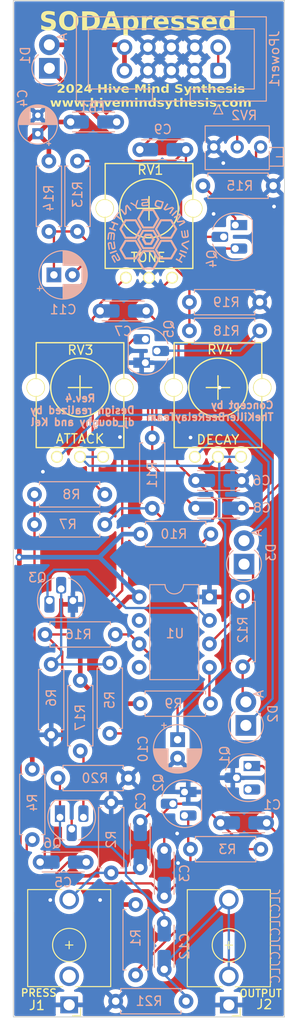
<source format=kicad_pcb>
(kicad_pcb (version 20221018) (generator pcbnew)
  (layers (0 "F.Cu" signal) (31 "B.Cu" signal) (34 "B.Paste" user) (35 "F.Paste" user) (36 "B.SilkS" user "B.Silkscreen") (37 "F.SilkS" user "F.Silkscreen") (38 "B.Mask" user) (39 "F.Mask" user) (44 "Edge.Cuts" user))
  (net 0 "")
  (net 1 "+12V")
  (net 2 "GND")
  (net 3 "Net-(Q1-E)")
  (net 4 "Net-(C2-Pad1)")
  (net 5 "Net-(J1-Tip)")
  (net 6 "Net-(Q2-C)")
  (net 7 "Net-(U1-THR)")
  (net 8 "Net-(Q3-C)")
  (net 9 "Net-(C5-Pad1)")
  (net 10 "Net-(C7-Pad1)")
  (net 11 "Net-(C6-Pad1)")
  (net 12 "Net-(Q4-C)")
  (net 13 "Net-(Q4-B)")
  (net 14 "Net-(C7-Pad2)")
  (net 15 "Net-(Q3-B)")
  (net 16 "Net-(C8-Pad1)")
  (net 17 "Net-(J2-Tip)")
  (net 18 "Net-(Q6-E)")
  (net 19 "Net-(Q6-C)")
  (net 20 "Net-(D2-K)")
  (net 21 "Net-(D2-A)")
  (net 22 "Net-(D3-A)")
  (net 23 "Net-(D1-K)")
  (net 24 "Net-(D1-A)")
  (net 25 "Net-(C9-Pad2)")
  (net 26 "Net-(C11-Pad2)")
  (net 27 "Net-(JPower1--12V-Pad1)")
  (net 29 "Net-(Q4-E)")
  (net 30 "Net-(Q5-B)")
  (net 31 "Net-(Q2-B)")
  (net 32 "Net-(Q5-C)")
  (net 33 "Net-(U1-R)")
  (net 34 "Net-(U1-Q)")
  (footprint "Eurocad:Alpha9mmPot" (layer "F.Cu") (at 100 72.5)
    (fp_text reference "RV1")
    (fp_text value "10k")
  )
  (footprint "Connector_Audio:Jack_3.5mm_QingPu_WQP-PJ398SM_Vertical_CircularHoles" (layer "F.Cu") (at 91.35 158.7 180)
    (fp_text reference "J1")
    (fp_text value "PRESS")
  )
  (footprint "Connector_Audio:Jack_3.5mm_QingPu_WQP-PJ398SM_Vertical_CircularHoles" (layer "F.Cu") (at 108.65 158.7125 180)
    (fp_text reference "J2")
    (fp_text value "Output")
  )
  (footprint "Eurocad:Alpha9mmPot" (layer "F.Cu") (at 92.525 91.8875)
    (fp_text reference "RV3")
    (fp_text value "50k")
  )
  (footprint "Eurocad:Alpha9mmPot" (layer "F.Cu") (at 107.475 91.8875)
    (fp_text reference "RV4")
    (fp_text value "50k")
  )
  (footprint "Package_TO_SOT_THT:TO-92_HandSolder" (layer "B.Cu") (at 91.75 114.95 180)
    (fp_text reference "Q3")
    (fp_text value "2N3904")
  )
  (footprint "doughyparts:C_Disc_P5.00mm_0805" (layer "B.Cu") (at 99.05 138.85 -90)
    (fp_text reference "C2")
    (fp_text value "1nF")
  )
  (footprint "Resistor_THT:R_Axial_DIN0207_L6.3mm_D2.5mm_P7.62mm_Horizontal" (layer "B.Cu") (at 110.15 114.49 -90)
    (fp_text reference "R12")
    (fp_text value "1k")
  )
  (footprint "Resistor_THT:R_Axial_DIN0207_L6.3mm_D2.5mm_P7.62mm_Horizontal" (layer "B.Cu") (at 98.55 147.84 -90)
    (fp_text reference "R1")
    (fp_text value "200k")
  )
  (footprint "Resistor_THT:R_Axial_DIN0207_L6.3mm_D2.5mm_P7.62mm_Horizontal" (layer "B.Cu") (at 95.75 129.32 90)
    (fp_text reference "R5")
    (fp_text value "10k")
  )
  (footprint "Potentiometer_THT:Potentiometer_Bourns_3266Z_Horizontal" (layer "B.Cu") (at 107.02 65.85 180)
    (fp_text reference "RV2")
    (fp_text value "100k")
  )
  (footprint "Resistor_THT:R_Axial_DIN0207_L6.3mm_D2.5mm_P7.62mm_Horizontal" (layer "B.Cu") (at 96.39 158.3)
    (fp_text reference "R21")
    (fp_text value "4k7")
  )
  (footprint "Package_TO_SOT_THT:TO-92_HandSolder" (layer "B.Cu") (at 90.35 138.4)
    (fp_text reference "Q6")
    (fp_text value "2N3904")
  )
  (footprint "doughyparts:C_Disc_P5.00mm_0805" (layer "B.Cu") (at 107.75 139)
    (fp_text reference "C1")
    (fp_text value ".1uF")
  )
  (footprint "doughyparts:C_Disc_P5.00mm_0805" (layer "B.Cu") (at 96.5 63.15 180)
    (fp_text reference "FB1")
    (fp_text value "FerriteBead_Small")
  )
  (footprint "Diode_THT:D_DO-15_P2.54mm_Vertical_AnodeUp" (layer "B.Cu") (at 89.2 57.34 90)
    (fp_text reference "D1")
    (fp_text value "1N5819")
  )
  (footprint "Resistor_THT:R_Axial_DIN0207_L6.3mm_D2.5mm_P7.62mm_Horizontal" (layer "B.Cu") (at 92.25 67.38 -90)
    (fp_text reference "R13")
    (fp_text value "1M")
  )
  (footprint "Diode_THT:D_DO-15_P2.54mm_Vertical_AnodeUp" (layer "B.Cu") (at 110.5 128.45 90)
    (fp_text reference "D2")
    (fp_text value "1N4148")
  )
  (footprint "Resistor_THT:R_Axial_DIN0207_L6.3mm_D2.5mm_P7.62mm_Horizontal" (layer "B.Cu") (at 95.9 144.41 90)
    (fp_text reference "R2")
    (fp_text value "10k")
  )
  (footprint "Resistor_THT:R_Axial_DIN0207_L6.3mm_D2.5mm_P7.62mm_Horizontal" (layer "B.Cu") (at 95.21 103.45 180)
    (fp_text reference "R8")
    (fp_text value "4k7")
  )
  (footprint "Capacitor_THT:CP_Radial_D4.0mm_P2.00mm" (layer "B.Cu") (at 87.95 64.4226 90)
    (fp_text reference "C4")
    (fp_text value "10u")
  )
  (footprint "Resistor_THT:R_Axial_DIN0207_L6.3mm_D2.5mm_P7.62mm_Horizontal" (layer "B.Cu") (at 87.59 106.7)
    (fp_text reference "R7")
    (fp_text value "4k7")
  )
  (footprint "Resistor_THT:R_Axial_DIN0207_L6.3mm_D2.5mm_P7.62mm_Horizontal" (layer "B.Cu") (at 87.35 133.19 -90)
    (fp_text reference "R4")
    (fp_text value "4k7")
  )
  (footprint "Resistor_THT:R_Axial_DIN0207_L6.3mm_D2.5mm_P7.62mm_Horizontal" (layer "B.Cu") (at 113.46 70.05 180)
    (fp_text reference "R15")
    (fp_text value "150")
  )
  (footprint "Package_TO_SOT_THT:TO-92_HandSolder" (layer "B.Cu") (at 109.35 74.31 -90)
    (fp_text reference "Q4")
    (fp_text value "2N3904")
  )
  (footprint "Resistor_THT:R_Axial_DIN0207_L6.3mm_D2.5mm_P7.62mm_Horizontal" (layer "B.Cu") (at 100.35 104.96 90)
    (fp_text reference "R11")
    (fp_text value "4k7")
  )
  (footprint "Resistor_THT:R_Axial_DIN0207_L6.3mm_D2.5mm_P7.62mm_Horizontal" (layer "B.Cu") (at 89.4 121.85 -90)
    (fp_text reference "R6")
    (fp_text value "100k")
  )
  (footprint "Resistor_THT:R_Axial_DIN0207_L6.3mm_D2.5mm_P7.62mm_Horizontal" (layer "B.Cu") (at 89.15 75 90)
    (fp_text reference "R14")
    (fp_text value "2.2k")
  )
  (footprint "Diode_THT:D_DO-15_P2.54mm_Vertical_AnodeUp" (layer "B.Cu") (at 110.3 111 90)
    (fp_text reference "D3")
    (fp_text value "1N4148")
  )
  (footprint "doughyparts:C_Disc_P5.00mm_0805" (layer "B.Cu") (at 101.65 154.85625 90)
    (fp_text reference "C12")
    (fp_text value "10uF")
  )
  (footprint "doughyparts:C_Disc_P5.00mm_0805" (layer "B.Cu") (at 101.65 146.95 90)
    (fp_text reference "C3")
    (fp_text value "10p")
  )
  (footprint "Package_TO_SOT_THT:TO-92_HandSolder" (layer "B.Cu") (at 99.6 89.2 90)
    (fp_text reference "Q5")
    (fp_text value "2N3904")
  )
  (footprint "Resistor_THT:R_Axial_DIN0207_L6.3mm_D2.5mm_P7.62mm_Horizontal" (layer "B.Cu") (at 99.08 107.75)
    (fp_text reference "R10")
    (fp_text value "10k")
  )
  (footprint "Resistor_THT:R_Axial_DIN0207_L6.3mm_D2.5mm_P7.62mm_Horizontal" (layer "B.Cu") (at 97.76 134.15 180)
    (fp_text reference "R20")
    (fp_text value "4k7")
  )
  (footprint "Resistor_THT:R_Axial_DIN0207_L6.3mm_D2.5mm_P7.62mm_Horizontal" (layer "B.Cu") (at 112 85.75 180)
    (fp_text reference "R18")
    (fp_text value "100k")
  )
  (footprint "Resistor_THT:R_Axial_DIN0207_L6.3mm_D2.5mm_P7.62mm_Horizontal" (layer "B.Cu") (at 92.55 131.21 90)
    (fp_text reference "R17")
    (fp_text value "100")
  )
  (footprint "Resistor_THT:R_Axial_DIN0207_L6.3mm_D2.5mm_P7.62mm_Horizontal" (layer "B.Cu") (at 99.04 126.1)
    (fp_text reference "R9")
    (fp_text value "100k")
  )
  (footprint "Resistor_THT:R_Axial_DIN0207_L6.3mm_D2.5mm_P7.62mm_Horizontal" (layer "B.Cu") (at 112.11 141.85 180)
    (fp_text reference "R3")
    (fp_text value "2M2")
  )
  (footprint "Package_TO_SOT_THT:TO-92_HandSolder" (layer "B.Cu") (at 103.85 135.66 -90)
    (fp_text reference "Q2")
    (fp_text value "2N3904")
  )
  (footprint "doughyparts:C_Disc_P5.00mm_0805" (layer "B.Cu") (at 105.05 101.95)
    (fp_text reference "C6")
    (fp_text value "27nF")
  )
  (footprint "Package_DIP:DIP-8_W7.62mm" (layer "B.Cu") (at 106.55 114.55 180)
    (fp_text reference "U1")
    (fp_text value "ICM7555xP")
  )
  (footprint "Package_TO_SOT_THT:TO-92_HandSolder" (layer "B.Cu") (at 110.75 132.85 -90)
    (fp_text reference "Q1")
    (fp_text value "2N3904")
  )
  (footprint "Connector_IDC:IDC-Header_2x05_P2.54mm_Vertical" (layer "B.Cu") (at 107.5 57.6 90)
    (fp_text reference "JPower1")
    (fp_text value "EurorackPower")
  )
  (footprint "Resistor_THT:R_Axial_DIN0207_L6.3mm_D2.5mm_P7.62mm_Horizontal" (layer "B.Cu") (at 112 82.65 180)
    (fp_text reference "R19")
    (fp_text value "4k7")
  )
  (footprint "doughyparts:C_Disc_P5.00mm_0805" (layer "B.Cu") (at 104 66.15 180)
    (fp_text reference "C9")
    (fp_text value "10uF")
  )
  (footprint "Resistor_THT:R_Axial_DIN0207_L6.3mm_D2.5mm_P7.62mm_Horizontal" (layer "B.Cu") (at 88.73 118.61)
    (fp_text reference "R16")
    (fp_text value "110k")
  )
  (footprint "doughyparts:C_Disc_P5.00mm_0805" (layer "B.Cu") (at 94.7 83.6)
    (fp_text reference "C7")
    (fp_text value "27nF")
  )
  (footprint "Capacitor_THT:CP_Radial_D5.0mm_P2.00mm" (layer "B.Cu") (at 103.1 129.994887 -90)
    (fp_text reference "C10")
    (fp_text value "4.7uF")
  )
  (footprint "doughyparts:C_Disc_P5.00mm_0805" (layer "B.Cu") (at 88.2 143.25)
    (fp_text reference "C5")
    (fp_text value "1uF")
  )
  (footprint "Capacitor_THT:CP_Radial_D5.0mm_P2.00mm" (layer "B.Cu") (at 89.694887 79.7)
    (fp_text reference "C11")
    (fp_text value "1uF")
  )
  (footprint "doughyparts:C_Disc_P5.00mm_0805" (layer "B.Cu") (at 110.05 104.95 180)
    (fp_text reference "C8")
    (fp_text value "1uF")
  )
  (gr_poly (pts (xy 103.399844 76.981965) (xy 103.398687 76.982054) (xy 103.397558 76.982203) (xy 103.396456 76.982411) (xy 103.395382 76.982679) (xy 103.394333 76.983007) (xy 103.393312 76.983394) (xy 103.392316 76.98384) (xy 103.391347 76.984346) (xy 103.390404 76.984912) (xy 103.389486 76.985537) (xy 103.388593 76.986221) (xy 103.387726 76.986966) (xy 103.386883 76.987769) (xy 103.386065 76.988632) (xy 103.385272 76.989555) (xy 103.384503 76.990538) (xy 103.383757 76.991579) (xy 103.383036 76.992681) (xy 103.382338 76.993842) (xy 103.381011 76.996342) (xy 103.379775 76.99908) (xy 103.340405 77.113381) (xy 103.339558 77.116193) (xy 103.338924 77.118912) (xy 103.33851 77.121534) (xy 103.338388 77.122808) (xy 103.338322 77.124056) (xy 103.338313 77.125279) (xy 103.338363 77.126474) (xy 103.338473 77.127643) (xy 103.338642 77.128784) (xy 103.338871 77.129897) (xy 103.339162 77.130982) (xy 103.339514 77.132038) (xy 103.339929 77.133065) (xy 103.340407 77.134062) (xy 103.340949 77.135029) (xy 103.341556 77.135965) (xy 103.342228 77.13687) (xy 103.342967 77.137744) (xy 103.343771 77.138585) (xy 103.344644 77.139394) (xy 103.345584 77.140169) (xy 103.346594 77.140912) (xy 103.347673 77.14162) (xy 103.348822 77.142294) (xy 103.350042 77.142933) (xy 103.351333 77.143536) (xy 103.352697 77.144104) (xy 103.354134 77.144636) (xy 103.355645 77.14513) (xy 104.049065 77.38135) (xy 104.051877 77.382183) (xy 104.053249 77.38251) (xy 104.054597 77.382776) (xy 104.05592 77.382982) (xy 104.057219 77.383128) (xy 104.058493 77.383212) (xy 104.059741 77.383235) (xy 104.060963 77.383197) (xy 104.062159 77.383097) (xy 104.063328 77.382936) (xy 104.064469 77.382712) (xy 104.065582 77.382426) (xy 104.066667 77.382077) (xy 104.067723 77.381666) (xy 104.06875 77.381191) (xy 104.069747 77.380654) (xy 104.070714 77.380052) (xy 104.07165 77.379388) (xy 104.072555 77.378659) (xy 104.073428 77.377866) (xy 104.07427 77.377008) (xy 104.075078 77.376086) (xy 104.075854 77.375099) (xy 104.076596 77.374047) (xy 104.077305 77.37293) (xy 104.077978 77.371747) (xy 104.078617 77.370498) (xy 104.079221 77.369183) (xy 104.079789 77.367802) (xy 104.08032 77.366354) (xy 104.080815 77.36484) (xy 104.120185 77.25181) (xy 104.121018 77.249012) (xy 104.121346 77.247656) (xy 104.121614 77.24633) (xy 104.121822 77.245033) (xy 104.121971 77.243765) (xy 104.12206 77.242525) (xy 104.12209 77.241312) (xy 104.12206 77.240128) (xy 104.121971 77.238972) (xy 104.121822 77.237843) (xy 104.121614 77.236741) (xy 104.121346 77.235666) (xy 104.121018 77.234618) (xy 104.120632 77.233596) (xy 104.120185 77.232601) (xy 104.119679 77.231632) (xy 104.119113 77.230688) (xy 104.118488 77.229771) (xy 104.117804 77.228878) (xy 104.11706 77.228011) (xy 104.116256 77.227168) (xy 104.115393 77.22635) (xy 104.11447 77.225557) (xy 104.113488 77.224788) (xy 104.112446 77.224042) (xy 104.111345 77.223321) (xy 104.110184 77.222622) (xy 104.107683 77.221296) (xy 104.104945 77.22006) (xy 103.411525 76.98384) (xy 103.408727 76.983007) (xy 103.407372 76.982679) (xy 103.406046 76.982411) (xy 103.404749 76.982203) (xy 103.40348 76.982054) (xy 103.40224 76.981965) (xy 103.401028 76.981935)) (fill solid) (layer "B.SilkS"))
  (gr_poly (pts (xy 104.208449 74.828202) (xy 104.207012 74.828292) (xy 104.205531 74.828441) (xy 104.204005 74.82865) (xy 104.098595 74.84389) (xy 104.097077 74.84415) (xy 104.095618 74.844455) (xy 104.094219 74.844804) (xy 104.092878 74.845197) (xy 104.091595 74.845634) (xy 104.090371 74.846114) (xy 104.089206 74.846637) (xy 104.088098 74.847204) (xy 104.087048 74.847813) (xy 104.086055 74.848465) (xy 104.085119 74.849159) (xy 104.084241 74.849895) (xy 104.083419 74.850673) (xy 104.082653 74.851493) (xy 104.081944 74.852354) (xy 104.081291 74.853256) (xy 104.080694 74.854199) (xy 104.080152 74.855183) (xy 104.079666 74.856208) (xy 104.079235 74.857272) (xy 104.078859 74.858377) (xy 104.078537 74.859521) (xy 104.07827 74.860705) (xy 104.078057 74.861928) (xy 104.077898 74.86319) (xy 104.077792 74.864491) (xy 104.07774 74.865831) (xy 104.077742 74.867209) (xy 104.077796 74.868625) (xy 104.077903 74.870079) (xy 104.078063 74.871571) (xy 104.078275 74.8731) (xy 104.149395 75.35697) (xy 104.151945 75.377731) (xy 104.153364 75.396732) (xy 104.153592 75.414058) (xy 104.153241 75.422121) (xy 104.15257 75.429796) (xy 104.151572 75.437096) (xy 104.150238 75.444031) (xy 104.148563 75.450612) (xy 104.146538 75.456848) (xy 104.144155 75.462752) (xy 104.141408 75.468334) (xy 104.138289 75.473603) (xy 104.13479 75.478572) (xy 104.130904 75.483251) (xy 104.126624 75.48765) (xy 104.121943 75.491781) (xy 104.116851 75.495653) (xy 104.111343 75.499278) (xy 104.105411 75.502666) (xy 104.099048 75.505828) (xy 104.092245 75.508774) (xy 104.084996 75.511517) (xy 104.077293 75.514065) (xy 104.060495 75.518622) (xy 104.041792 75.522532) (xy 104.021125 75.52588) (xy 104.009695 75.52715) (xy 103.918255 74.90231) (xy 103.917998 74.900792) (xy 103.917704 74.899333) (xy 103.917372 74.897933) (xy 103.917002 74.896592) (xy 103.916595 74.89531) (xy 103.916148 74.894086) (xy 103.915663 74.89292) (xy 103.91514 74.891812) (xy 103.914577 74.890762) (xy 103.913975 74.889769) (xy 103.913333 74.888834) (xy 103.912652 74.887955) (xy 103.91193 74.887133) (xy 103.911169 74.886368) (xy 103.910367 74.885659) (xy 103.909524 74.885006) (xy 103.90864 74.884409) (xy 103.907715 74.883867) (xy 103.906749 74.883381) (xy 103.905741 74.88295) (xy 103.904691 74.882573) (xy 103.9036 74.882252) (xy 103.902465 74.881984) (xy 103.901289 74.881771) (xy 103.900069 74.881612) (xy 103.898807 74.881507) (xy 103.897501 74.881455) (xy 103.896152 74.881456) (xy 103.894759 74.881511) (xy 103.893322 74.881618) (xy 103.891841 74.881778) (xy 103.890315 74.88199) (xy 103.802685 74.89469) (xy 103.801167 74.894946) (xy 103.799708 74.89524) (xy 103.798309 74.895572) (xy 103.796968 74.895942) (xy 103.795686 74.89635) (xy 103.794462 74.896796) (xy 103.793296 74.897281) (xy 103.792188 74.897805) (xy 103.791138 74.898368) (xy 103.790145 74.89897) (xy 103.789209 74.899611) (xy 103.788331 74.900293) (xy 103.787509 74.901014) (xy 103.786744 74.901776) (xy 103.786035 74.902578) (xy 103.785381 74.903421) (xy 103.784784 74.904304) (xy 103.784243 74.905229) (xy 103.783756 74.906196) (xy 103.783325 74.907203) (xy 103.782949 74.908253) (xy 103.782627 74.909345) (xy 103.78236 74.910479) (xy 103.782147 74.911656) (xy 103.781988 74.912875) (xy 103.781882 74.914138) (xy 103.781831 74.915444) (xy 103.781832 74.916793) (xy 103.781886 74.918186) (xy 103.781993 74.919623) (xy 103.782153 74.921104) (xy 103.782365 74.92263) (xy 103.873805 75.54747) (xy 103.854755 75.55001) (xy 103.833966 75.552589) (xy 103.814884 75.55409) (xy 103.797432 75.55445) (xy 103.789293 75.554181) (xy 103.781532 75.553602) (xy 103.774139 75.552705) (xy 103.767105 75.551481) (xy 103.760419 75.549924) (xy 103.754073 75.548023) (xy 103.748056 75.545772) (xy 103.742358 75.543162) (xy 103.736971 75.540186) (xy 103.731883 75.536834) (xy 103.727085 75.533099) (xy 103.722568 75.528972) (xy 103.718321 75.524446) (xy 103.714336 75.519513) (xy 103.710601 75.514163) (xy 103.707108 75.50839) (xy 103.703847 75.502185) (xy 103.700807 75.495539) (xy 103.69798 75.488445) (xy 103.695355 75.480895) (xy 103.690672 75.464392) (xy 103.686682 75.445965) (xy 103.683305 75.42555) (xy 103.612185 74.94168) (xy 103.611634 74.938689) (xy 103.611302 74.937272) (xy 103.610933 74.935908) (xy 103.610525 74.934597) (xy 103.610078 74.933339) (xy 103.609593 74.932135) (xy 103.60907 74.930984) (xy 103.608507 74.929888) (xy 103.607905 74.928845) (xy 103.607263 74.927857) (xy 103.606582 74.926924) (xy 103.60586 74.926045) (xy 103.605099 74.925222) (xy 103.604297 74.924454) (xy 103.603454 74.923741) (xy 103.60257 74.923085) (xy 103.601645 74.922484) (xy 103.600679 74.92194) (xy 103.599671 74.921452) (xy 103.598621 74.921021) (xy 103.59753 74.920647) (xy 103.596395 74.92033) (xy 103.595219 74.92007) (xy 103.593999 74.919868) (xy 103.592737 74.919725) (xy 103.591431 74.919639) (xy 103.590082 74.919611) (xy 103.588689 74.919642) (xy 103.587252 74.919732) (xy 103.585771 74.919882) (xy 103.584245 74.92009) (xy 103.478835 74.93533) (xy 103.477317 74.935591) (xy 103.475858 74.935895) (xy 103.474459 74.936244) (xy 103.473118 74.936637) (xy 103.471835 74.937074) (xy 103.470611 74.937554) (xy 103.469446 74.938078) (xy 103.468338 74.938644) (xy 103.467288 74.939253) (xy 103.466295 74.939905) (xy 103.465359 74.940599) (xy 103.464481 74.941335) (xy 103.463659 74.942113) (xy 103.462893 74.942933) (xy 103.462184 74.943794) (xy 103.461531 74.944696) (xy 103.460934 74.945639) (xy 103.460392 74.946623) (xy 103.459906 74.947648) (xy 103.459475 74.948712) (xy 103.459099 74.949817) (xy 103.458777 74.950961) (xy 103.45851 74.952145) (xy 103.458297 74.953368) (xy 103.458138 74.95463) (xy 103.458032 74.955931) (xy 103.45798 74.957271) (xy 103.457982 74.958649) (xy 103.458036 74.960065) (xy 103.458143 74.961519) (xy 103.458303 74.963011) (xy 103.458515 74.96454) (xy 103.529635 75.45095) (xy 103.53654 75.491129) (xy 103.544932 75.527886) (xy 103.549713 75.545002) (xy 103.554898 75.561284) (xy 103.560498 75.576743) (xy 103.566525 75.591384) (xy 103.572988 75.605216) (xy 103.5799 75.618247) (xy 103.587271 75.630483) (xy 103.595112 75.641933) (xy 103.603434 75.652605) (xy 103.612247 75.662506) (xy 103.621564 75.671644) (xy 103.631394 75.680026) (xy 103.641748 75.68766) (xy 103.652639 75.694554) (xy 103.664075 75.700716) (xy 103.676069 75.706153) (xy 103.688632 75.710872) (xy 103.701774 75.714883) (xy 103.715506 75.718191) (xy 103.729839 75.720805) (xy 103.744784 75.722733) (xy 103.760352 75.723981) (xy 103.776554 75.724559) (xy 103.793401 75.724474) (xy 103.810903 75.723732) (xy 103.829073 75.722342) (xy 103.867455 75.71765) (xy 104.057955 75.68971) (xy 104.096036 75.682968) (xy 104.113825 75.678989) (xy 104.130789 75.674591) (xy 104.146938 75.669762) (xy 104.162279 75.664492) (xy 104.176821 75.658768) (xy 104.190571 75.652582) (xy 104.203538 75.645921) (xy 104.21573 75.638775) (xy 104.227155 75.631132) (xy 104.237821 75.622982) (xy 104.247737 75.614315) (xy 104.25691 75.605118) (xy 104.265349 75.595381) (xy 104.273061 75.585093) (xy 104.280056 75.574244) (xy 104.28634 75.562821) (xy 104.291923 75.550816) (xy 104.296812 75.538215) (xy 104.301015 75.525009) (xy 104.304541 75.511186) (xy 104.307398 75.496736) (xy 104.309594 75.481648) (xy 104.311136 75.46591) (xy 104.312034 75.449512) (xy 104.312295 75.432444) (xy 104.311928 75.414693) (xy 104.31094 75.396249) (xy 104.30934 75.377101) (xy 104.304335 75.33665) (xy 104.231945 74.85024) (xy 104.231394 74.847249) (xy 104.231062 74.845832) (xy 104.230692 74.844468) (xy 104.230285 74.843157) (xy 104.229838 74.841899) (xy 104.229353 74.840695) (xy 104.22883 74.839544) (xy 104.228267 74.838448) (xy 104.227665 74.837405) (xy 104.227023 74.836417) (xy 104.226342 74.835484) (xy 104.22562 74.834605) (xy 104.224859 74.833782) (xy 104.224057 74.833014) (xy 104.223214 74.832301) (xy 104.22233 74.831644) (xy 104.221405 74.831044) (xy 104.220439 74.8305) (xy 104.219431 74.830012) (xy 104.218381 74.829581) (xy 104.21729 74.829206) (xy 104.216155 74.828889) (xy 104.214979 74.82863) (xy 104.213759 74.828428) (xy 104.212497 74.828284) (xy 104.211191 74.828198) (xy 104.209842 74.828171)) (fill solid) (layer "B.SilkS"))
  (gr_poly (pts (xy 99.633667 75.237395) (xy 99.629894 75.237572) (xy 99.626148 75.237866) (xy 99.622432 75.238276) (xy 99.618748 75.2388) (xy 99.6151 75.239437) (xy 99.611489 75.240186) (xy 99.607918 75.241047) (xy 99.604391 75.242017) (xy 99.600908 75.243095) (xy 99.597474 75.244281) (xy 99.59409 75.245573) (xy 99.590759 75.246971) (xy 99.587483 75.248472) (xy 99.584266 75.250076) (xy 99.581109 75.251782) (xy 99.578016 75.253588) (xy 99.574989 75.255494) (xy 99.572029 75.257497) (xy 99.569141 75.259598) (xy 99.566326 75.261794) (xy 99.563588 75.264086) (xy 99.560928 75.26647) (xy 99.558349 75.268947) (xy 99.555854 75.271515) (xy 99.553445 75.274173) (xy 99.551124 75.27692) (xy 99.548896 75.279754) (xy 99.546761 75.282675) (xy 99.544723 75.285682) (xy 99.542783 75.288772) (xy 99.540946 75.291946) (xy 99.251386 75.793596) (xy 99.247814 75.800349) (xy 99.244721 75.807256) (xy 99.242107 75.814293) (xy 99.239976 75.821437) (xy 99.238328 75.828662) (xy 99.237166 75.835945) (xy 99.236491 75.843261) (xy 99.236305 75.850587) (xy 99.23661 75.857898) (xy 99.237409 75.86517) (xy 99.238702 75.872378) (xy 99.240492 75.879499) (xy 99.24278 75.886509) (xy 99.245569 75.893383) (xy 99.24886 75.900096) (xy 99.252656 75.906626) (xy 99.540946 76.405736) (xy 99.544708 76.412) (xy 99.548837 76.417927) (xy 99.553311 76.423508) (xy 99.558111 76.428734) (xy 99.563216 76.433596) (xy 99.568606 76.438083) (xy 99.57426 76.442187) (xy 99.580157 76.445899) (xy 99.586278 76.449209) (xy 99.592602 76.452108) (xy 99.599108 76.454586) (xy 99.605776 76.456635) (xy 99.612585 76.458244) (xy 99.619515 76.459405) (xy 99.626546 76.460109) (xy 99.633656 76.460345) (xy 100.214046 76.460345) (xy 100.217729 76.460282) (xy 100.221395 76.460094) (xy 100.225041 76.459783) (xy 100.228664 76.459351) (xy 100.232262 76.458798) (xy 100.235832 76.458127) (xy 100.239372 76.457339) (xy 100.242879 76.456436) (xy 100.246351 76.45542) (xy 100.249785 76.454291) (xy 100.253179 76.453053) (xy 100.256529 76.451706) (xy 100.259834 76.450252) (xy 100.263091 76.448692) (xy 100.266297 76.447029) (xy 100.26945 76.445264) (xy 100.272547 76.443399) (xy 100.275586 76.441434) (xy 100.278563 76.439372) (xy 100.281478 76.437215) (xy 100.284326 76.434964) (xy 100.287106 76.43262) (xy 100.289814 76.430186) (xy 100.292449 76.427663) (xy 100.295007 76.425052) (xy 100.297487 76.422356) (xy 100.299885 76.419575) (xy 100.3022 76.416712) (xy 100.304427 76.413767) (xy 100.306566 76.410744) (xy 100.308613 76.407643) (xy 100.310566 76.404466) (xy 100.600126 75.904086) (xy 100.603698 75.897333) (xy 100.606794 75.890426) (xy 100.609413 75.883389) (xy 100.611556 75.876245) (xy 100.613223 75.86902) (xy 100.614413 75.861737) (xy 100.615128 75.854421) (xy 100.61533 75.848206) (xy 100.328346 75.848206) (xy 100.126416 76.197456) (xy 99.722556 76.197456) (xy 99.520627 75.848206) (xy 99.722556 75.498956) (xy 100.126416 75.498956) (xy 100.328346 75.848206) (xy 100.61533 75.848206) (xy 100.615366 75.847095) (xy 100.615128 75.839784) (xy 100.614413 75.832512) (xy 100.613223 75.825304) (xy 100.611556 75.818182) (xy 100.609413 75.811173) (xy 100.606794 75.804299) (xy 100.603698 75.797586) (xy 100.600126 75.791056) (xy 100.311836 75.293216) (xy 100.308059 75.286938) (xy 100.303886 75.28097) (xy 100.299337 75.275326) (xy 100.294433 75.270019) (xy 100.289194 75.265061) (xy 100.28364 75.260466) (xy 100.277793 75.256247) (xy 100.271672 75.252417) (xy 100.265298 75.248989) (xy 100.258692 75.245975) (xy 100.251873 75.24339) (xy 100.244863 75.241245) (xy 100.237682 75.239554) (xy 100.23035 75.238331) (xy 100.222888 75.237587) (xy 100.215316 75.237336) (xy 99.637466 75.237336)) (fill solid) (layer "B.SilkS"))
  (gr_poly (pts (xy 102.964049 72.691591) (xy 102.962977 72.691691) (xy 102.961905 72.691859) (xy 102.960834 72.692093) (xy 102.959762 72.692394) (xy 102.958691 72.692763) (xy 102.957619 72.693198) (xy 102.956548 72.6937) (xy 102.955476 72.69427) (xy 102.954404 72.694906) (xy 102.953333 72.695609) (xy 102.952261 72.696379) (xy 102.95119 72.697217) (xy 102.950118 72.698121) (xy 102.949047 72.699092) (xy 102.947975 72.70013) (xy 102.433625 73.2221) (xy 102.432587 73.223171) (xy 102.431616 73.224243) (xy 102.430712 73.225314) (xy 102.429875 73.226386) (xy 102.429105 73.227458) (xy 102.428401 73.228529) (xy 102.427765 73.229601) (xy 102.427196 73.230672) (xy 102.426694 73.231744) (xy 102.426258 73.232815) (xy 102.42589 73.233887) (xy 102.425588 73.234959) (xy 102.425354 73.23603) (xy 102.425187 73.237102) (xy 102.425086 73.238173) (xy 102.425053 73.239245) (xy 102.425086 73.240316) (xy 102.425187 73.241388) (xy 102.425354 73.24246) (xy 102.425588 73.243531) (xy 102.42589 73.244603) (xy 102.426258 73.245674) (xy 102.426694 73.246746) (xy 102.427196 73.247817) (xy 102.427765 73.248889) (xy 102.428401 73.24996) (xy 102.429105 73.251032) (xy 102.429875 73.252104) (xy 102.430712 73.253175) (xy 102.431616 73.254247) (xy 102.432587 73.255318) (xy 102.433625 73.25639) (xy 102.519985 73.34148) (xy 102.52106 73.342521) (xy 102.522143 73.343503) (xy 102.523231 73.344423) (xy 102.524326 73.345282) (xy 102.525426 73.346079) (xy 102.526532 73.346812) (xy 102.527642 73.347482) (xy 102.528756 73.348088) (xy 102.529874 73.348628) (xy 102.530995 73.349102) (xy 102.532119 73.34951) (xy 102.533246 73.349851) (xy 102.534374 73.350124) (xy 102.535504 73.350328) (xy 102.536634 73.350463) (xy 102.537765 73.350528) (xy 102.538896 73.350523) (xy 102.540027 73.350446) (xy 102.541156 73.350297) (xy 102.542284 73.350075) (xy 102.543411 73.349779) (xy 102.544535 73.34941) (xy 102.545656 73.348965) (xy 102.546774 73.348445) (xy 102.547888 73.347849) (xy 102.548999 73.347175) (xy 102.550104 73.346424) (xy 102.551204 73.345595) (xy 102.552299 73.344686) (xy 102.553388 73.343698) (xy 102.55447 73.34263) (xy 102.555545 73.34148) (xy 103.068625 72.81951) (xy 103.069663 72.818434) (xy 103.070634 72.817352) (xy 103.071537 72.816264) (xy 103.072373 72.815169) (xy 103.073141 72.814069) (xy 103.073841 72.812963) (xy 103.074472 72.811853) (xy 103.075035 72.810739) (xy 103.075529 72.809621) (xy 103.075953 72.8085) (xy 103.076309 72.807376) (xy 103.076595 72.806249) (xy 103.076811 72.805121) (xy 103.076957 72.803991) (xy 103.077033 72.802861) (xy 103.077039 72.80173) (xy 103.076974 72.800599) (xy 103.076838 72.799468) (xy 103.076631 72.798339) (xy 103.076352 72.79721) (xy 103.076002 72.796084) (xy 103.07558 72.79496) (xy 103.075085 72.793839) (xy 103.074519 72.792721) (xy 103.07388 72.791606) (xy 103.073168 72.790496) (xy 103.072383 72.789391) (xy 103.071525 72.788291) (xy 103.070593 72.787196) (xy 103.069588 72.786107) (xy 103.068509 72.785025) (xy 103.067355 72.78395) (xy 102.982265 72.70013) (xy 102.981193 72.699092) (xy 102.980122 72.698121) (xy 102.97905 72.697217) (xy 102.977979 72.696379) (xy 102.976907 72.695609) (xy 102.975836 72.694906) (xy 102.974764 72.69427) (xy 102.973693 72.6937) (xy 102.972621 72.693198) (xy 102.971549 72.692763) (xy 102.970478 72.692394) (xy 102.969406 72.692093) (xy 102.968335 72.691859) (xy 102.967263 72.691691) (xy 102.966192 72.691591) (xy 102.96512 72.691557)) (fill solid) (layer "B.SilkS"))
  (gr_poly (pts (xy 95.783277 75.065431) (xy 95.76645 75.066166) (xy 95.7503 75.067536) (xy 95.734816 75.069549) (xy 95.719988 75.072213) (xy 95.705806 75.075535) (xy 95.692259 75.079523) (xy 95.679336 75.084186) (xy 95.667028 75.089531) (xy 95.655323 75.095567) (xy 95.644211 75.1023) (xy 95.633683 75.10974) (xy 95.623726 75.117893) (xy 95.614331 75.126768) (xy 95.605488 75.136373) (xy 95.597186 75.146716) (xy 95.589414 75.157804) (xy 95.582162 75.169645) (xy 95.575419 75.182248) (xy 95.569176 75.19562) (xy 95.563421 75.209769) (xy 95.558144 75.224704) (xy 95.553335 75.240431) (xy 95.548983 75.256959) (xy 95.545078 75.274296) (xy 95.538566 75.311428) (xy 95.533715 75.35189) (xy 95.486724 75.84084) (xy 95.486726 75.84084) (xy 95.486577 75.84386) (xy 95.486612 75.846728) (xy 95.486832 75.84944) (xy 95.487013 75.850736) (xy 95.487242 75.851992) (xy 95.487519 75.853207) (xy 95.487845 75.85438) (xy 95.48822 75.855511) (xy 95.488646 75.856601) (xy 95.489121 75.857647) (xy 95.489647 75.85865) (xy 95.490224 75.85961) (xy 95.490853 75.860525) (xy 95.491534 75.861395) (xy 95.492268 75.862221) (xy 95.493054 75.863001) (xy 95.493894 75.863735) (xy 95.494788 75.864422) (xy 95.495736 75.865062) (xy 95.49674 75.865655) (xy 95.497798 75.8662) (xy 95.498913 75.866697) (xy 95.500083 75.867145) (xy 95.501311 75.867543) (xy 95.502595 75.867892) (xy 95.503938 75.86819) (xy 95.505338 75.868438) (xy 95.506797 75.868635) (xy 95.508315 75.86878) (xy 95.613725 75.87894) (xy 95.616732 75.879074) (xy 95.618168 75.879063) (xy 95.619559 75.879) (xy 95.620906 75.878884) (xy 95.622208 75.878717) (xy 95.623466 75.878497) (xy 95.624679 75.878226) (xy 95.625847 75.877902) (xy 95.626971 75.877526) (xy 95.62805 75.877098) (xy 95.629084 75.876618) (xy 95.630074 75.876086) (xy 95.631019 75.875502) (xy 95.631919 75.874866) (xy 95.632775 75.874177) (xy 95.633586 75.873437) (xy 95.634353 75.872645) (xy 95.635074 75.8718) (xy 95.635752 75.870903) (xy 95.636384 75.869954) (xy 95.636972 75.868954) (xy 95.637515 75.867901) (xy 95.638014 75.866796) (xy 95.638468 75.865638) (xy 95.638877 75.864429) (xy 95.639242 75.863168) (xy 95.639562 75.861855) (xy 95.639837 75.860489) (xy 95.640068 75.859071) (xy 95.640395 75.85608) (xy 95.688655 75.36967) (xy 95.691123 75.349002) (xy 95.694293 75.33029) (xy 95.696165 75.321648) (xy 95.698241 75.313469) (xy 95.70053 75.305746) (xy 95.703042 75.298471) (xy 95.705787 75.291635) (xy 95.708773 75.285229) (xy 95.712012 75.279246) (xy 95.715511 75.273676) (xy 95.719281 75.268512) (xy 95.723332 75.263746) (xy 95.727672 75.259368) (xy 95.732311 75.25537) (xy 95.73726 75.251745) (xy 95.742526 75.248483) (xy 95.748121 75.245577) (xy 95.754053 75.243018) (xy 95.760331 75.240797) (xy 95.766967 75.238906) (xy 95.773968 75.237337) (xy 95.781345 75.236082) (xy 95.789107 75.235132) (xy 95.797264 75.234479) (xy 95.805825 75.234113) (xy 95.814799 75.234028) (xy 95.834027 75.234665) (xy 95.855025 75.23632) (xy 95.866455 75.23759) (xy 95.804225 75.86624) (xy 95.804076 75.869246) (xy 95.804111 75.872074) (xy 95.804331 75.874723) (xy 95.804512 75.875981) (xy 95.804741 75.877194) (xy 95.805018 75.878362) (xy 95.805344 75.879486) (xy 95.805719 75.880565) (xy 95.806145 75.881599) (xy 95.80662 75.882589) (xy 95.807146 75.883534) (xy 95.807723 75.884434) (xy 95.808352 75.88529) (xy 95.809033 75.886101) (xy 95.809767 75.886868) (xy 95.810553 75.88759) (xy 95.811393 75.888267) (xy 95.812287 75.888899) (xy 95.813236 75.889487) (xy 95.814239 75.89003) (xy 95.815298 75.890529) (xy 95.816412 75.890983) (xy 95.817583 75.891392) (xy 95.81881 75.891757) (xy 95.820095 75.892077) (xy 95.821437 75.892352) (xy 95.822838 75.892583) (xy 95.824297 75.892769) (xy 95.825815 75.89291) (xy 95.913445 75.9018) (xy 95.916451 75.901949) (xy 95.919279 75.901914) (xy 95.921928 75.901694) (xy 95.923186 75.901513) (xy 95.924399 75.901284) (xy 95.925567 75.901007) (xy 95.926691 75.900681) (xy 95.92777 75.900306) (xy 95.928804 75.899881) (xy 95.929794 75.899405) (xy 95.930739 75.898879) (xy 95.931639 75.898302) (xy 95.932495 75.897673) (xy 95.933306 75.896992) (xy 95.934073 75.896258) (xy 95.934794 75.895472) (xy 95.935472 75.894632) (xy 95.936104 75.893738) (xy 95.936692 75.89279) (xy 95.937235 75.891786) (xy 95.937734 75.890728) (xy 95.938188 75.889613) (xy 95.938597 75.888443) (xy 95.938961 75.887215) (xy 95.939281 75.88593) (xy 95.939557 75.884588) (xy 95.939787 75.883188) (xy 95.939973 75.881729) (xy 95.940115 75.88021) (xy 96.002345 75.25156) (xy 96.021395 75.25283) (xy 96.042316 75.25527) (xy 96.061303 75.258357) (xy 96.07842 75.262173) (xy 96.086295 75.26438) (xy 96.093726 75.2668) (xy 96.100719 75.269444) (xy 96.107283 75.272321) (xy 96.113425 75.275441) (xy 96.119153 75.278816) (xy 96.124474 75.282455) (xy 96.129397 75.286368) (xy 96.133928 75.290565) (xy 96.138076 75.295058) (xy 96.141849 75.299856) (xy 96.145253 75.304969) (xy 96.148296 75.310407) (xy 96.150987 75.316182) (xy 96.153333 75.322302) (xy 96.155341 75.328779) (xy 96.15702 75.335622) (xy 96.158377 75.342842) (xy 96.159419 75.350448) (xy 96.160154 75.358452) (xy 96.16059 75.366864) (xy 96.160735 75.375693) (xy 96.160182 75.394645) (xy 96.158555 75.41539) (xy 96.110295 75.9018) (xy 96.110147 75.904821) (xy 96.110181 75.907689) (xy 96.110401 75.9104) (xy 96.110582 75.911696) (xy 96.110811 75.912952) (xy 96.111088 75.914167) (xy 96.111414 75.91534) (xy 96.11179 75.916472) (xy 96.112215 75.917561) (xy 96.11269 75.918607) (xy 96.113216 75.91961) (xy 96.113794 75.92057) (xy 96.114423 75.921485) (xy 96.115104 75.922356) (xy 96.115837 75.923181) (xy 96.116624 75.923961) (xy 96.117464 75.924695) (xy 96.118358 75.925382) (xy 96.119306 75.926023) (xy 96.120309 75.926615) (xy 96.121368 75.92716) (xy 96.122482 75.927657) (xy 96.123653 75.928105) (xy 96.124881 75.928504) (xy 96.126165 75.928852) (xy 96.127508 75.929151) (xy 96.128908 75.929399) (xy 96.130367 75.929595) (xy 96.131885 75.92974) (xy 96.237295 75.9399) (xy 96.240301 75.940034) (xy 96.241737 75.940023) (xy 96.243129 75.93996) (xy 96.244476 75.939844) (xy 96.245778 75.939677) (xy 96.247036 75.939457) (xy 96.248249 75.939186) (xy 96.249417 75.938862) (xy 96.250541 75.938486) (xy 96.25162 75.938058) (xy 96.252654 75.937578) (xy 96.253644 75.937046) (xy 96.254589 75.936462) (xy 96.255489 75.935826) (xy 96.256345 75.935138) (xy 96.257156 75.934397) (xy 96.257922 75.933605) (xy 96.258644 75.93276) (xy 96.259321 75.931863) (xy 96.259954 75.930915) (xy 96.260542 75.929914) (xy 96.261085 75.928861) (xy 96.261584 75.927756) (xy 96.262037 75.926599) (xy 96.262447 75.925389) (xy 96.262811 75.924128) (xy 96.263131 75.922815) (xy 96.263406 75.921449) (xy 96.263637 75.920032) (xy 96.263964 75.91704) (xy 96.312224 75.42809) (xy 96.315174 75.387461) (xy 96.315878 75.349812) (xy 96.314264 75.315057) (xy 96.312566 75.298739) (xy 96.31026 75.283112) (xy 96.307339 75.268166) (xy 96.303792 75.25389) (xy 96.299612 75.240274) (xy 96.294789 75.227306) (xy 96.289314 75.214977) (xy 96.283178 75.203275) (xy 96.276371 75.19219) (xy 96.268886 75.18171) (xy 96.260712 75.171826) (xy 96.25184 75.162527) (xy 96.242262 75.153801) (xy 96.231969 75.145639) (xy 96.220951 75.13803) (xy 96.209199 75.130962) (xy 96.196705 75.124425) (xy 96.183458 75.118409) (xy 96.169451 75.112902) (xy 96.154674 75.107895) (xy 96.139118 75.103375) (xy 96.122773 75.099334) (xy 96.087684 75.092641) (xy 96.049334 75.08773) (xy 95.857565 75.06868) (xy 95.819004 75.065833) (xy 95.800792 75.065323)) (fill solid) (layer "B.SilkS"))
  (gr_poly (pts (xy 96.54231 77.318534) (xy 96.541132 77.318631) (xy 96.539931 77.318803) (xy 96.538706 77.319048) (xy 96.537456 77.319369) (xy 96.53618 77.319767) (xy 96.534878 77.320241) (xy 96.53355 77.320794) (xy 96.532193 77.321426) (xy 96.530808 77.322138) (xy 96.529394 77.32293) (xy 96.436684 77.375) (xy 96.435408 77.375729) (xy 96.434198 77.376488) (xy 96.433056 77.377274) (xy 96.431979 77.378088) (xy 96.430968 77.378929) (xy 96.430023 77.379797) (xy 96.429144 77.38069) (xy 96.42833 77.381608) (xy 96.427581 77.38255) (xy 96.426897 77.383516) (xy 96.426278 77.384504) (xy 96.425723 77.385515) (xy 96.425233 77.386547) (xy 96.424806 77.387599) (xy 96.424443 77.388672) (xy 96.424143 77.389764) (xy 96.423907 77.390874) (xy 96.423734 77.392003) (xy 96.423623 77.393148) (xy 96.423575 77.39431) (xy 96.42359 77.395488) (xy 96.423666 77.396681) (xy 96.423804 77.397889) (xy 96.424004 77.39911) (xy 96.424265 77.400344) (xy 96.424588 77.401591) (xy 96.424971 77.402849) (xy 96.425415 77.404118) (xy 96.42592 77.405398) (xy 96.426485 77.406686) (xy 96.427109 77.407984) (xy 96.427794 77.40929) (xy 96.718625 77.919831) (xy 96.720437 77.923254) (xy 96.722065 77.926618) (xy 96.72351 77.929923) (xy 96.724774 77.933171) (xy 96.725858 77.93636) (xy 96.726765 77.939493) (xy 96.727495 77.942568) (xy 96.72805 77.945588) (xy 96.728433 77.948551) (xy 96.728644 77.95146) (xy 96.728686 77.954313) (xy 96.728559 77.957112) (xy 96.728266 77.959857) (xy 96.727808 77.962548) (xy 96.727186 77.965187) (xy 96.726403 77.967773) (xy 96.72546 77.970307) (xy 96.724359 77.972789) (xy 96.723101 77.97522) (xy 96.721688 77.9776) (xy 96.720121 77.979931) (xy 96.718403 77.982211) (xy 96.716534 77.984442) (xy 96.714517 77.986624) (xy 96.712353 77.988758) (xy 96.710043 77.990844) (xy 96.704994 77.994874) (xy 96.699384 77.998719) (xy 96.693224 78.00238) (xy 96.653855 78.02524) (xy 96.647277 78.028737) (xy 96.640879 78.031607) (xy 96.637749 78.032807) (xy 96.634664 78.033849) (xy 96.631626 78.034733) (xy 96.628633 78.035459) (xy 96.625687 78.036028) (xy 96.622788 78.036438) (xy 96.619936 78.036689) (xy 96.617131 78.036781) (xy 96.614374 78.036715) (xy 96.611664 78.036489) (xy 96.609002 78.036104) (xy 96.606389 78.035558) (xy 96.603823 78.034853) (xy 96.601306 78.033988) (xy 96.598838 78.032962) (xy 96.59642 78.031776) (xy 96.59405 78.030428) (xy 96.59173 78.02892) (xy 96.58946 78.02725) (xy 96.587239 78.025419) (xy 96.585069 78.023425) (xy 96.58295 78.02127) (xy 96.580881 78.018952) (xy 96.578863 78.016472) (xy 96.576896 78.013829) (xy 96.574981 78.011023) (xy 96.573117 78.008053) (xy 96.571305 78.00492) (xy 96.364295 77.64043) (xy 96.358257 77.630209) (xy 96.35205 77.620501) (xy 96.345677 77.611305) (xy 96.339141 77.60262) (xy 96.332443 77.594446) (xy 96.325588 77.586782) (xy 96.318576 77.579628) (xy 96.311411 77.572981) (xy 96.304096 77.566843) (xy 96.296633 77.561212) (xy 96.289023 77.556087) (xy 96.281271 77.551468) (xy 96.273379 77.547354) (xy 96.265348 77.543745) (xy 96.257182 77.540639) (xy 96.248884 77.538036) (xy 96.240455 77.535936) (xy 96.231898 77.534337) (xy 96.223217 77.533239) (xy 96.214413 77.532641) (xy 96.205488 77.532543) (xy 96.196447 77.532944) (xy 96.18729 77.533842) (xy 96.178022 77.535239) (xy 96.168643 77.537131) (xy 96.159157 77.53952) (xy 96.149567 77.542404) (xy 96.139874 77.545783) (xy 96.130082 77.549656) (xy 96.120193 77.554022) (xy 96.11021 77.55888) (xy 96.100135 77.56423) (xy 96.029015 77.60487) (xy 96.020381 77.609982) (xy 96.012104 77.615315) (xy 96.004192 77.620866) (xy 95.996653 77.626634) (xy 95.989494 77.632615) (xy 95.982723 77.638809) (xy 95.976348 77.645211) (xy 95.970377 77.651821) (xy 95.964817 77.658635) (xy 95.959675 77.665651) (xy 95.95496 77.672868) (xy 95.95068 77.680282) (xy 95.946841 77.687891) (xy 95.943451 77.695693) (xy 95.940519 77.703686) (xy 95.938052 77.711868) (xy 95.936057 77.720235) (xy 95.934542 77.728787) (xy 95.933515 77.737519) (xy 95.932984 77.746431) (xy 95.932956 77.755519) (xy 95.933439 77.764782) (xy 95.93444 77.774217) (xy 95.935968 77.783821) (xy 95.93803 77.793593) (xy 95.940633 77.80353) (xy 95.943786 77.81363) (xy 95.947495 77.823891) (xy 95.951769 77.834309) (xy 95.956615 77.844883) (xy 95.962042 77.855611) (xy 95.968056 77.86649) (xy 96.260156 78.38211) (xy 96.260993 78.383389) (xy 96.261838 78.384609) (xy 96.262692 78.385769) (xy 96.263554 78.386867) (xy 96.264426 78.387904) (xy 96.265307 78.388879) (xy 96.266199 78.389792) (xy 96.267101 78.390642) (xy 96.268015 78.391429) (xy 96.26894 78.392152) (xy 96.269877 78.392811) (xy 96.270827 78.393406) (xy 96.27179 78.393935) (xy 96.272766 78.394398) (xy 96.273756 78.394796) (xy 96.274761 78.395127) (xy 96.27578 78.395391) (xy 96.276815 78.395588) (xy 96.277866 78.395717) (xy 96.278933 78.395777) (xy 96.280016 78.395769) (xy 96.281117 78.395691) (xy 96.282236 78.395543) (xy 96.283373 78.395326) (xy 96.284528 78.395037) (xy 96.285703 78.394678) (xy 96.286896 78.394247) (xy 96.28811 78.393743) (xy 96.289345 78.393167) (xy 96.2906 78.392518) (xy 96.291877 78.391796) (xy 96.293176 78.391) (xy 96.385885 78.33893) (xy 96.387165 78.338205) (xy 96.388385 78.337457) (xy 96.389544 78.336688) (xy 96.390642 78.335897) (xy 96.39168 78.335084) (xy 96.392655 78.334251) (xy 96.393568 78.333396) (xy 96.394418 78.332521) (xy 96.395205 78.331625) (xy 96.395928 78.330709) (xy 96.396587 78.329773) (xy 96.397181 78.328817) (xy 96.39771 78.327842) (xy 96.398174 78.326848) (xy 96.398571 78.325834) (xy 96.398903 78.324802) (xy 96.399167 78.323751) (xy 96.399363 78.322681) (xy 96.399492 78.321594) (xy 96.399552 78.320488) (xy 96.399544 78.319365) (xy 96.399466 78.318224) (xy 96.399319 78.317067) (xy 96.399101 78.315892) (xy 96.398813 78.3147) (xy 96.398453 78.313492) (xy 96.398022 78.312268) (xy 96.397518 78.311028) (xy 96.396943 78.309772) (xy 96.396294 78.3085) (xy 96.395571 78.307213) (xy 96.394775 78.305911) (xy 96.119185 77.818231) (xy 96.117373 77.814807) (xy 96.115745 77.811443) (xy 96.1143 77.808138) (xy 96.113036 77.80489) (xy 96.111952 77.801701) (xy 96.111045 77.798568) (xy 96.110315 77.795493) (xy 96.109759 77.792473) (xy 96.109377 77.789509) (xy 96.109166 77.786601) (xy 96.109124 77.783748) (xy 96.109251 77.780949) (xy 96.109544 77.778204) (xy 96.110002 77.775512) (xy 96.110624 77.772874) (xy 96.111406 77.770288) (xy 96.112349 77.767754) (xy 96.113451 77.765272) (xy 96.114709 77.76284) (xy 96.116122 77.76046) (xy 96.117688 77.75813) (xy 96.119407 77.755849) (xy 96.121275 77.753618) (xy 96.123293 77.751436) (xy 96.125457 77.749302) (xy 96.127766 77.747216) (xy 96.132815 77.743186) (xy 96.138425 77.739342) (xy 96.144585 77.73568) (xy 96.177605 77.71663) (xy 96.184182 77.713133) (xy 96.19058 77.710263) (xy 96.19371 77.709064) (xy 96.196795 77.708022) (xy 96.199834 77.707138) (xy 96.202826 77.706411) (xy 96.205772 77.705843) (xy 96.208671 77.705433) (xy 96.211523 77.705182) (xy 96.214328 77.705089) (xy 96.217085 77.705156) (xy 96.219795 77.705381) (xy 96.222457 77.705767) (xy 96.225071 77.706312) (xy 96.227636 77.707017) (xy 96.230153 77.707882) (xy 96.232621 77.708908) (xy 96.23504 77.710095) (xy 96.23741 77.711442) (xy 96.23973 77.712951) (xy 96.242 77.71462) (xy 96.24422 77.716452) (xy 96.24639 77.718445) (xy 96.24851 77.720601) (xy 96.250579 77.722918) (xy 96.252597 77.725399) (xy 96.254564 77.728042) (xy 96.256479 77.730848) (xy 96.258343 77.733817) (xy 96.260155 77.73695) (xy 96.465895 78.10144) (xy 96.471933 78.111661) (xy 96.47814 78.121369) (xy 96.484513 78.130565) (xy 96.491049 78.13925) (xy 96.497746 78.147424) (xy 96.504602 78.155088) (xy 96.511614 78.162243) (xy 96.518778 78.168889) (xy 96.526094 78.175028) (xy 96.533557 78.180659) (xy 96.541166 78.185783) (xy 96.548919 78.190402) (xy 96.556811 78.194516) (xy 96.564842 78.198125) (xy 96.573007 78.201231) (xy 96.581306 78.203834) (xy 96.589735 78.205934) (xy 96.598291 78.207533) (xy 96.606973 78.208631) (xy 96.615777 78.209229) (xy 96.624701 78.209327) (xy 96.633743 78.208927) (xy 96.642899 78.208028) (xy 96.652168 78.206632) (xy 96.661547 78.204739) (xy 96.671032 78.20235) (xy 96.680623 78.199466) (xy 96.690315 78.196087) (xy 96.700107 78.192215) (xy 96.709996 78.187849) (xy 96.71998 78.18299) (xy 96.730055 78.17764) (xy 96.807525 78.13319) (xy 96.816159 78.128078) (xy 96.824436 78.122746) (xy 96.832348 78.117194) (xy 96.839887 78.111427) (xy 96.847046 78.105445) (xy 96.853817 78.099252) (xy 96.860192 78.092849) (xy 96.866163 78.08624) (xy 96.871723 78.079426) (xy 96.876865 78.072409) (xy 96.88158 78.065193) (xy 96.88586 78.057779) (xy 96.889699 78.050169) (xy 96.893089 78.042367) (xy 96.896021 78.034374) (xy 96.898488 78.026192) (xy 96.900483 78.017825) (xy 96.901998 78.009274) (xy 96.903025 78.000541) (xy 96.903556 77.99163) (xy 96.903584 77.982541) (xy 96.903101 77.973279) (xy 96.902099 77.963844) (xy 96.900572 77.954239) (xy 96.89851 77.944467) (xy 96.895907 77.93453) (xy 96.892754 77.92443) (xy 96.889045 77.91417) (xy 96.884771 77.903751) (xy 96.879924 77.893177) (xy 96.874498 77.882449) (xy 96.868484 77.871571) (xy 96.563685 77.33309) (xy 96.562002 77.330576) (xy 96.561148 77.3294) (xy 96.560284 77.328278) (xy 96.55941 77.327212) (xy 96.558525 77.326203) (xy 96.557628 77.325252) (xy 96.556719 77.324359) (xy 96.555797 77.323526) (xy 96.554862 77.322753) (xy 96.553912 77.322041) (xy 96.552947 77.321392) (xy 96.551965 77.320806) (xy 96.550968 77.320285) (xy 96.549953 77.319828) (xy 96.548921 77.319438) (xy 96.547869 77.319114) (xy 96.546799 77.318858) (xy 96.545708 77.318672) (xy 96.544597 77.318555) (xy 96.543464 77.318508)) (fill solid) (layer "B.SilkS"))
  (gr_poly (pts (xy 104.349718 75.95) (xy 104.348482 75.950087) (xy 104.3472 75.950242) (xy 104.345875 75.950465) (xy 104.344506 75.950757) (xy 104.343096 75.951116) (xy 104.341645 75.951544) (xy 104.340154 75.952038) (xy 104.338625 75.9526) (xy 103.623615 76.22692) (xy 103.610629 76.232192) (xy 103.598781 76.237544) (xy 103.588019 76.242996) (xy 103.578292 76.24857) (xy 103.569547 76.254284) (xy 103.561733 76.260161) (xy 103.554796 76.26622) (xy 103.548685 76.272482) (xy 103.543349 76.278966) (xy 103.538734 76.285695) (xy 103.534788 76.292688) (xy 103.531461 76.299965) (xy 103.528699 76.307548) (xy 103.52645 76.315456) (xy 103.524663 76.32371) (xy 103.523285 76.33233) (xy 103.514395 76.3971) (xy 103.513212 76.407556) (xy 103.512547 76.417529) (xy 103.512445 76.42707) (xy 103.512947 76.436232) (xy 103.514096 76.445066) (xy 103.514927 76.449377) (xy 103.515936 76.453625) (xy 103.517128 76.457817) (xy 103.518508 76.461961) (xy 103.520083 76.466061) (xy 103.521856 76.470125) (xy 103.523835 76.474159) (xy 103.526023 76.47817) (xy 103.528427 76.482165) (xy 103.531052 76.486149) (xy 103.533902 76.490129) (xy 103.536984 76.494112) (xy 103.543863 76.502113) (xy 103.551732 76.510203) (xy 103.560634 76.518435) (xy 103.570611 76.526859) (xy 103.581705 76.53553) (xy 104.197655 76.99273) (xy 104.198957 76.993645) (xy 104.200243 76.994486) (xy 104.201512 76.99525) (xy 104.202763 76.995938) (xy 104.203993 76.996548) (xy 104.205204 76.997081) (xy 104.206392 76.997535) (xy 104.207557 76.997909) (xy 104.208698 76.998204) (xy 104.209814 76.998418) (xy 104.210904 76.998551) (xy 104.211965 76.998601) (xy 104.212998 76.998569) (xy 104.214001 76.998454) (xy 104.214972 76.998254) (xy 104.215912 76.997969) (xy 104.216817 76.997598) (xy 104.217688 76.997142) (xy 104.218524 76.996598) (xy 104.219322 76.995967) (xy 104.220082 76.995247) (xy 104.220803 76.994439) (xy 104.221484 76.99354) (xy 104.222123 76.992551) (xy 104.222719 76.991471) (xy 104.223271 76.990299) (xy 104.223778 76.989035) (xy 104.224238 76.987677) (xy 104.224652 76.986226) (xy 104.225016 76.984679) (xy 104.225331 76.983038) (xy 104.225595 76.9813) (xy 104.247185 76.8416) (xy 104.247185 76.841599) (xy 104.247587 76.839067) (xy 104.24784 76.8367) (xy 104.247944 76.834486) (xy 104.247899 76.832412) (xy 104.247706 76.830464) (xy 104.247553 76.829533) (xy 104.247364 76.828629) (xy 104.247137 76.82775) (xy 104.246872 76.826895) (xy 104.246571 76.826062) (xy 104.246233 76.825248) (xy 104.245857 76.824454) (xy 104.245444 76.823676) (xy 104.244506 76.822165) (xy 104.24342 76.820703) (xy 104.242184 76.819275) (xy 104.2408 76.817871) (xy 104.239267 76.816475) (xy 104.237586 76.815076) (xy 104.235755 76.81366) (xy 103.683305 76.40853) (xy 103.682728 76.408172) (xy 103.682187 76.407815) (xy 103.681681 76.407456) (xy 103.681209 76.407096) (xy 103.680769 76.406734) (xy 103.680361 76.40637) (xy 103.679983 76.406003) (xy 103.679634 76.405632) (xy 103.679313 76.405258) (xy 103.679019 76.40488) (xy 103.67875 76.404497) (xy 103.678506 76.404109) (xy 103.678284 76.403716) (xy 103.678085 76.403316) (xy 103.677907 76.40291) (xy 103.677749 76.402497) (xy 103.677609 76.402077) (xy 103.677487 76.401648) (xy 103.677381 76.401211) (xy 103.67729 76.400766) (xy 103.677149 76.399846) (xy 103.677054 76.398886) (xy 103.676997 76.39788) (xy 103.676968 76.396827) (xy 103.676955 76.39456) (xy 103.678225 76.389479) (xy 103.678711 76.387634) (xy 103.678973 76.386756) (xy 103.679257 76.385908) (xy 103.679571 76.385089) (xy 103.679922 76.3843) (xy 103.680317 76.383541) (xy 103.680765 76.382812) (xy 103.681272 76.382113) (xy 103.681551 76.381774) (xy 103.681847 76.381443) (xy 103.682161 76.381119) (xy 103.682495 76.380803) (xy 103.68285 76.380494) (xy 103.683226 76.380193) (xy 103.683624 76.379899) (xy 103.684046 76.379612) (xy 103.684491 76.379333) (xy 103.684962 76.379062) (xy 103.685459 76.378797) (xy 103.685983 76.378541) (xy 103.686535 76.378291) (xy 103.687115 76.37805) (xy 104.325925 76.13802) (xy 104.327995 76.137274) (xy 104.329919 76.136462) (xy 104.330828 76.136028) (xy 104.331702 76.135575) (xy 104.332541 76.135102) (xy 104.333347 76.134607) (xy 104.334119 76.134089) (xy 104.334858 76.133549) (xy 104.335565 76.132984) (xy 104.336239 76.132394) (xy 104.336882 76.131778) (xy 104.337494 76.131135) (xy 104.338074 76.130464) (xy 104.338625 76.129765) (xy 104.339146 76.129035) (xy 104.339638 76.128275) (xy 104.340101 76.127484) (xy 104.340535 76.126659) (xy 104.340942 76.125802) (xy 104.341321 76.124909) (xy 104.341673 76.123982) (xy 104.341999 76.123018) (xy 104.342298 76.122017) (xy 104.342572 76.120978) (xy 104.343045 76.118781) (xy 104.343422 76.116421) (xy 104.343705 76.11389) (xy 104.362755 75.96911) (xy 104.362956 75.96748) (xy 104.363084 75.965925) (xy 104.36314 75.964443) (xy 104.363125 75.963035) (xy 104.36304 75.961701) (xy 104.362886 75.96044) (xy 104.362665 75.959252) (xy 104.362378 75.958136) (xy 104.362026 75.957094) (xy 104.36161 75.956123) (xy 104.36113 75.955225) (xy 104.36059 75.954398) (xy 104.359989 75.953643) (xy 104.359328 75.95296) (xy 104.35861 75.952348) (xy 104.357834 75.951806) (xy 104.357003 75.951336) (xy 104.356117 75.950935) (xy 104.355177 75.950605) (xy 104.354185 75.950345) (xy 104.353142 75.950155) (xy 104.352049 75.950034) (xy 104.350907 75.949983)) (fill solid) (layer "B.SilkS"))
  (gr_poly (pts (xy 103.30798 77.296252) (xy 103.306857 77.296357) (xy 103.305748 77.296525) (xy 103.304654 77.296758) (xy 103.303575 77.297053) (xy 103.302511 77.297412) (xy 103.301462 77.297835) (xy 103.300427 77.298319) (xy 103.299408 77.298867) (xy 103.298403 77.299476) (xy 103.297414 77.300148) (xy 103.296439 77.300882) (xy 103.295479 77.301677) (xy 103.294534 77.302534) (xy 103.293604 77.303451) (xy 103.292688 77.30443) (xy 103.291788 77.305469) (xy 103.290032 77.307729) (xy 103.288335 77.310229) (xy 103.228645 77.415639) (xy 103.227336 77.418229) (xy 103.226266 77.420757) (xy 103.225822 77.421997) (xy 103.225439 77.423221) (xy 103.225116 77.424429) (xy 103.224855 77.425621) (xy 103.224655 77.426795) (xy 103.224517 77.427953) (xy 103.22444 77.429094) (xy 103.224426 77.430217) (xy 103.224474 77.431322) (xy 103.224584 77.43241) (xy 103.224758 77.433479) (xy 103.224994 77.43453) (xy 103.225293 77.435563) (xy 103.225656 77.436576) (xy 103.226083 77.437571) (xy 103.226574 77.438546) (xy 103.227129 77.439502) (xy 103.227748 77.440438) (xy 103.228432 77.441354) (xy 103.229181 77.44225) (xy 103.229995 77.443125) (xy 103.230874 77.443979) (xy 103.231819 77.444813) (xy 103.23283 77.445626) (xy 103.233906 77.446417) (xy 103.235049 77.447186) (xy 103.236259 77.447934) (xy 103.237535 77.448659) (xy 103.496615 77.594709) (xy 103.240075 78.05064) (xy 102.980995 77.90459) (xy 102.978406 77.90328) (xy 102.975878 77.902211) (xy 102.974638 77.901767) (xy 102.973413 77.901383) (xy 102.972205 77.901061) (xy 102.971014 77.900799) (xy 102.969839 77.900599) (xy 102.968681 77.900461) (xy 102.967541 77.900385) (xy 102.966417 77.90037) (xy 102.965312 77.900418) (xy 102.964224 77.900529) (xy 102.963155 77.900702) (xy 102.962104 77.900938) (xy 102.961071 77.901238) (xy 102.960058 77.901601) (xy 102.959063 77.902027) (xy 102.958088 77.902518) (xy 102.957132 77.903073) (xy 102.956196 77.903692) (xy 102.95528 77.904376) (xy 102.954385 77.905125) (xy 102.953509 77.905939) (xy 102.952655 77.906818) (xy 102.951821 77.907763) (xy 102.951009 77.908774) (xy 102.950218 77.909851) (xy 102.949448 77.910994) (xy 102.948701 77.912203) (xy 102.947975 77.91348) (xy 102.888285 78.018889) (xy 102.886962 78.021493) (xy 102.885854 78.024061) (xy 102.88497 78.026588) (xy 102.884614 78.027835) (xy 102.884316 78.029069) (xy 102.884078 78.03029) (xy 102.883901 78.031497) (xy 102.883785 78.032691) (xy 102.883731 78.033868) (xy 102.88374 78.035031) (xy 102.883814 78.036176) (xy 102.883953 78.037305) (xy 102.884158 78.038415) (xy 102.884429 78.039507) (xy 102.884769 78.04058) (xy 102.885178 78.041632) (xy 102.885656 78.042664) (xy 102.886205 78.043675) (xy 102.886825 78.044663) (xy 102.887519 78.045629) (xy 102.888285 78.046571) (xy 102.889126 78.047489) (xy 102.890043 78.048382) (xy 102.891035 78.04925) (xy 102.892105 78.050091) (xy 102.893253 78.050906) (xy 102.89448 78.051692) (xy 102.895787 78.052451) (xy 102.897175 78.05318) (xy 103.535985 78.412589) (xy 103.537287 78.41327) (xy 103.538575 78.413884) (xy 103.539847 78.414432) (xy 103.541105 78.414913) (xy 103.542348 78.415329) (xy 103.543575 78.415678) (xy 103.544788 78.415962) (xy 103.545986 78.416181) (xy 103.54717 78.416334) (xy 103.548338 78.416423) (xy 103.549491 78.416447) (xy 103.55063 78.416407) (xy 103.551753 78.416302) (xy 103.552862 78.416133) (xy 103.553956 78.415901) (xy 103.555035 78.415605) (xy 103.556099 78.415246) (xy 103.557148 78.414824) (xy 103.558183 78.41434) (xy 103.559202 78.413792) (xy 103.560207 78.413183) (xy 103.561197 78.412511) (xy 103.562171 78.411777) (xy 103.563131 78.410982) (xy 103.564076 78.410125) (xy 103.565007 78.409207) (xy 103.565922 78.408229) (xy 103.566822 78.407189) (xy 103.568578 78.404929) (xy 103.570275 78.402429) (xy 103.629965 78.29702) (xy 103.631274 78.294221) (xy 103.632344 78.291538) (xy 103.633171 78.288966) (xy 103.633494 78.287721) (xy 103.633755 78.286502) (xy 103.633955 78.28531) (xy 103.634093 78.284143) (xy 103.63417 78.283001) (xy 103.634184 78.281884) (xy 103.634136 78.280791) (xy 103.634026 78.279721) (xy 103.633853 78.278675) (xy 103.633616 78.277652) (xy 103.633317 78.276651) (xy 103.632954 78.275672) (xy 103.632527 78.274714) (xy 103.632036 78.273778) (xy 103.631481 78.272861) (xy 103.630862 78.271965) (xy 103.630178 78.271088) (xy 103.629429 78.270231) (xy 103.628615 78.269392) (xy 103.627736 78.268571) (xy 103.626791 78.267767) (xy 103.625781 78.266981) (xy 103.624704 78.266212) (xy 103.623561 78.265459) (xy 103.621075 78.264) (xy 103.368345 78.12176) (xy 103.624885 77.66583) (xy 103.877615 77.80807) (xy 103.880204 77.809379) (xy 103.882732 77.810448) (xy 103.883973 77.810892) (xy 103.885197 77.811276) (xy 103.886405 77.811598) (xy 103.887596 77.81186) (xy 103.888771 77.812059) (xy 103.889929 77.812198) (xy 103.89107 77.812274) (xy 103.892193 77.812289) (xy 103.893298 77.812241) (xy 103.894386 77.81213) (xy 103.895455 77.811957) (xy 103.896506 77.811721) (xy 103.897539 77.811421) (xy 103.898552 77.811058) (xy 103.899547 77.810631) (xy 103.900522 77.810141) (xy 103.901478 77.809586) (xy 103.902414 77.808967) (xy 103.90333 77.808283) (xy 103.904226 77.807534) (xy 103.905101 77.80672) (xy 103.905955 77.805841) (xy 103.906789 77.804896) (xy 103.907601 77.803885) (xy 103.908393 77.802808) (xy 103.909162 77.801665) (xy 103.90991 77.800456) (xy 103.910635 77.799179) (xy 103.970325 77.693769) (xy 103.971648 77.690957) (xy 103.972756 77.688233) (xy 103.97364 77.685599) (xy 103.974294 77.683054) (xy 103.974532 77.681815) (xy 103.974709 77.680598) (xy 103.974825 77.679404) (xy 103.974879 77.678232) (xy 103.97487 77.677082) (xy 103.974796 77.675955) (xy 103.974657 77.67485) (xy 103.974453 77.673767) (xy 103.974181 77.672707) (xy 103.973841 77.671669) (xy 103.973433 77.670653) (xy 103.972954 77.66966) (xy 103.972405 77.668688) (xy 103.971785 77.66774) (xy 103.971092 77.666813) (xy 103.970325 77.665909) (xy 103.969484 77.665027) (xy 103.968568 77.664168) (xy 103.967575 77.663331) (xy 103.966505 77.662516) (xy 103.965357 77.661723) (xy 103.96413 77.660953) (xy 103.962823 77.660205) (xy 103.961435 77.65948) (xy 103.322625 77.30007) (xy 103.321323 77.299389) (xy 103.320035 77.298775) (xy 103.318763 77.298227) (xy 103.317505 77.297746) (xy 103.316263 77.29733) (xy 103.315035 77.296981) (xy 103.313822 77.296697) (xy 103.312624 77.296478) (xy 103.311441 77.296325) (xy 103.310272 77.296236) (xy 103.309119 77.296212)) (fill solid) (layer "B.SilkS"))
  (gr_poly (pts (xy 101.295979 73.672762) (xy 101.292086 73.672961) (xy 101.28822 73.673291) (xy 101.284383 73.67375) (xy 101.280578 73.674336) (xy 101.276807 73.675048) (xy 101.273073 73.675884) (xy 101.269377 73.676843) (xy 101.265721 73.677923) (xy 101.262109 73.679122) (xy 101.258543 73.680438) (xy 101.255025 73.681871) (xy 101.251556 73.683418) (xy 101.248141 73.685078) (xy 101.24478 73.686849) (xy 101.241476 73.68873) (xy 101.238232 73.690718) (xy 101.23505 73.692813) (xy 101.231932 73.695012) (xy 101.22888 73.697314) (xy 101.225898 73.699718) (xy 101.222986 73.702222) (xy 101.220148 73.704823) (xy 101.217386 73.707522) (xy 101.214702 73.710315) (xy 101.212098 73.713201) (xy 101.209577 73.716179) (xy 101.207142 73.719247) (xy 101.204793 73.722403) (xy 101.202535 73.725646) (xy 101.200368 73.728974) (xy 101.198296 73.732386) (xy 100.650926 74.679806) (xy 100.647131 74.686588) (xy 100.643844 74.69358) (xy 100.641067 74.700754) (xy 100.638802 74.708083) (xy 100.63705 74.715538) (xy 100.635813 74.723092) (xy 100.635093 74.730717) (xy 100.634893 74.738384) (xy 100.635213 74.746067) (xy 100.636056 74.753736) (xy 100.637424 74.761364) (xy 100.639318 74.768924) (xy 100.64174 74.776387) (xy 100.644693 74.783725) (xy 100.648177 74.790911) (xy 100.652196 74.797916) (xy 101.199566 75.745336) (xy 101.203819 75.752061) (xy 101.208466 75.75842) (xy 101.213485 75.764403) (xy 101.218854 75.770001) (xy 101.224551 75.775205) (xy 101.230552 75.780005) (xy 101.236837 75.784392) (xy 101.243381 75.788357) (xy 101.250164 75.79189) (xy 101.257163 75.794982) (xy 101.264355 75.797624) (xy 101.271718 75.799807) (xy 101.27923 75.801521) (xy 101.286869 75.802756) (xy 101.294612 75.803504) (xy 101.302436 75.803756) (xy 102.395906 75.803756) (xy 102.399824 75.803689) (xy 102.403717 75.80349) (xy 102.407582 75.80316) (xy 102.411419 75.802702) (xy 102.415224 75.802115) (xy 102.418995 75.801403) (xy 102.42273 75.800567) (xy 102.426426 75.799608) (xy 102.430081 75.798529) (xy 102.433693 75.79733) (xy 102.437259 75.796013) (xy 102.440778 75.79458) (xy 102.444246 75.793033) (xy 102.447662 75.791373) (xy 102.451023 75.789602) (xy 102.454326 75.787722) (xy 102.45757 75.785733) (xy 102.460752 75.783639) (xy 102.46387 75.781439) (xy 102.466922 75.779137) (xy 102.469905 75.776733) (xy 102.472816 75.77423) (xy 102.475654 75.771628) (xy 102.478416 75.76893) (xy 102.481101 75.766137) (xy 102.483704 75.76325) (xy 102.486225 75.760273) (xy 102.488661 75.757205) (xy 102.491009 75.754048) (xy 102.493268 75.750805) (xy 102.495434 75.747477) (xy 102.497506 75.744066) (xy 103.044876 74.796646) (xy 103.048671 74.789864) (xy 103.051958 74.782872) (xy 103.054735 74.775697) (xy 103.057 74.768368) (xy 103.058753 74.760913) (xy 103.059989 74.753359) (xy 103.060709 74.745734) (xy 103.060872 74.739496) (xy 102.809926 74.739496) (xy 102.328596 75.572616) (xy 101.367206 75.572616) (xy 100.885876 74.739496) (xy 101.367206 73.906376) (xy 102.328597 73.906376) (xy 102.809926 74.739496) (xy 103.060872 74.739496) (xy 103.06091 74.738067) (xy 103.060589 74.730384) (xy 103.059746 74.722715) (xy 103.058379 74.715087) (xy 103.056484 74.707527) (xy 103.054062 74.700065) (xy 103.051109 74.692726) (xy 103.047625 74.685541) (xy 103.043606 74.678536) (xy 102.496236 73.731116) (xy 102.49243 73.7246) (xy 102.488172 73.718396) (xy 102.483486 73.71252) (xy 102.478396 73.706986) (xy 102.472927 73.701809) (xy 102.467103 73.697004) (xy 102.460947 73.692587) (xy 102.454485 73.688571) (xy 102.447739 73.684972) (xy 102.440735 73.681804) (xy 102.433497 73.679083) (xy 102.426049 73.676823) (xy 102.418414 73.67504) (xy 102.410618 73.673747) (xy 102.402684 73.672961) (xy 102.394636 73.672696) (xy 101.299896 73.672696)) (fill solid) (layer "B.SilkS"))
  (gr_poly (pts (xy 96.66608 72.875591) (xy 96.664962 72.875693) (xy 96.663855 72.875866) (xy 96.662759 72.87611) (xy 96.661674 72.876424) (xy 96.6606 72.876809) (xy 96.659537 72.877263) (xy 96.658483 72.877787) (xy 96.65744 72.878381) (xy 96.656406 72.879044) (xy 96.655382 72.879776) (xy 96.654367 72.880576) (xy 96.653361 72.881446) (xy 96.652364 72.882384) (xy 96.651376 72.88339) (xy 96.650396 72.884463) (xy 96.649424 72.885605) (xy 96.647504 72.88809) (xy 96.124264 73.58532) (xy 96.124265 73.58532) (xy 96.122494 73.58791) (xy 96.120991 73.590442) (xy 96.12034 73.591687) (xy 96.119756 73.592919) (xy 96.119239 73.594136) (xy 96.118789 73.595341) (xy 96.118405 73.596533) (xy 96.118089 73.597711) (xy 96.11784 73.598878) (xy 96.117657 73.600032) (xy 96.117542 73.601173) (xy 96.117494 73.602303) (xy 96.117512 73.603422) (xy 96.117598 73.604529) (xy 96.11775 73.605625) (xy 96.11797 73.606709) (xy 96.118256 73.607784) (xy 96.11861 73.608847) (xy 96.11903 73.609901) (xy 96.119518 73.610944) (xy 96.120072 73.611978) (xy 96.120693 73.613002) (xy 96.121382 73.614017) (xy 96.122137 73.615023) (xy 96.122959 73.61602) (xy 96.123848 73.617008) (xy 96.124805 73.617988) (xy 96.125828 73.61896) (xy 96.128075 73.62088) (xy 96.215706 73.68692) (xy 96.218296 73.688691) (xy 96.219569 73.689475) (xy 96.220828 73.690192) (xy 96.222073 73.69084) (xy 96.223304 73.691421) (xy 96.224522 73.691933) (xy 96.225727 73.692377) (xy 96.226918 73.692752) (xy 96.228097 73.693058) (xy 96.229263 73.693294) (xy 96.230417 73.693461) (xy 96.231559 73.693558) (xy 96.232689 73.693585) (xy 96.233807 73.693542) (xy 96.234914 73.693429) (xy 96.23601 73.693244) (xy 96.237095 73.692989) (xy 96.238169 73.692663) (xy 96.239233 73.692265) (xy 96.240286 73.691796) (xy 96.24133 73.691255) (xy 96.242363 73.690642) (xy 96.243388 73.689956) (xy 96.244402 73.689198) (xy 96.245408 73.688367) (xy 96.246405 73.687463) (xy 96.247394 73.686486) (xy 96.248374 73.685435) (xy 96.249345 73.684311) (xy 96.250309 73.683112) (xy 96.251266 73.68184) (xy 96.462085 73.40117) (xy 96.940875 73.75931) (xy 96.943451 73.761081) (xy 96.945943 73.762582) (xy 96.947159 73.76323) (xy 96.948357 73.763811) (xy 96.949536 73.764323) (xy 96.950698 73.764767) (xy 96.951843 73.765142) (xy 96.952972 73.765448) (xy 96.954086 73.765684) (xy 96.955185 73.765851) (xy 96.95627 73.765948) (xy 96.957342 73.765975) (xy 96.958401 73.765932) (xy 96.959449 73.765819) (xy 96.960485 73.765635) (xy 96.961511 73.765379) (xy 96.962527 73.765053) (xy 96.963534 73.764655) (xy 96.964533 73.764186) (xy 96.965524 73.763645) (xy 96.966508 73.763032) (xy 96.967486 73.762346) (xy 96.968458 73.761588) (xy 96.969425 73.760757) (xy 96.970388 73.759853) (xy 96.971348 73.758876) (xy 96.972305 73.757825) (xy 96.973259 73.756701) (xy 96.975165 73.75423) (xy 97.048825 73.65644) (xy 97.050596 73.653865) (xy 97.052097 73.651373) (xy 97.052746 73.650156) (xy 97.053326 73.648959) (xy 97.053839 73.647779) (xy 97.054282 73.646617) (xy 97.054657 73.645472) (xy 97.054963 73.644343) (xy 97.055199 73.643229) (xy 97.055366 73.64213) (xy 97.055463 73.641045) (xy 97.055491 73.639973) (xy 97.055447 73.638914) (xy 97.055334 73.637866) (xy 97.05515 73.63683) (xy 97.054895 73.635804) (xy 97.054568 73.634788) (xy 97.054171 73.633781) (xy 97.053701 73.632782) (xy 97.05316 73.631791) (xy 97.052547 73.630807) (xy 97.051861 73.62983) (xy 97.051103 73.628858) (xy 97.050272 73.62789) (xy 97.049368 73.626927) (xy 97.048391 73.625968) (xy 97.04734 73.625011) (xy 97.046216 73.624056) (xy 97.043745 73.62215) (xy 96.564955 73.26401) (xy 96.775774 72.98334) (xy 96.777545 72.98075) (xy 96.778329 72.979477) (xy 96.779046 72.978218) (xy 96.779695 72.976973) (xy 96.780275 72.975742) (xy 96.780788 72.974524) (xy 96.781231 72.973319) (xy 96.781606 72.972127) (xy 96.781912 72.970949) (xy 96.782148 72.969782) (xy 96.782315 72.968628) (xy 96.782412 72.967487) (xy 96.78244 72.966357) (xy 96.782397 72.965238) (xy 96.782283 72.964131) (xy 96.782099 72.963036) (xy 96.781844 72.961951) (xy 96.781517 72.960877) (xy 96.78112 72.959813) (xy 96.78065 72.958759) (xy 96.780109 72.957716) (xy 96.779496 72.956682) (xy 96.77881 72.955658) (xy 96.778052 72.954643) (xy 96.777221 72.953637) (xy 96.776317 72.95264) (xy 96.77534 72.951652) (xy 96.774289 72.950672) (xy 96.773165 72.9497) (xy 96.771967 72.948736) (xy 96.770694 72.94778) (xy 96.683064 72.88174) (xy 96.681761 72.880825) (xy 96.680474 72.879984) (xy 96.679201 72.879217) (xy 96.677942 72.878523) (xy 96.676696 72.877903) (xy 96.675465 72.877356) (xy 96.674247 72.876883) (xy 96.673043 72.876482) (xy 96.671851 72.876153) (xy 96.670672 72.875897) (xy 96.669506 72.875713) (xy 96.668352 72.875601) (xy 96.66721 72.875561)) (fill solid) (layer "B.SilkS"))
  (gr_poly (pts (xy 99.371929 74.792902) (xy 99.368037 74.793101) (xy 99.364171 74.793431) (xy 99.360334 74.79389) (xy 99.356529 74.794476) (xy 99.352758 74.795188) (xy 99.349023 74.796024) (xy 99.345327 74.796983) (xy 99.341672 74.798063) (xy 99.33806 74.799262) (xy 99.334494 74.800578) (xy 99.330975 74.802011) (xy 99.327507 74.803558) (xy 99.324091 74.805218) (xy 99.320731 74.806989) (xy 99.317427 74.80887) (xy 99.314183 74.810858) (xy 99.311001 74.812953) (xy 99.307883 74.815152) (xy 99.304831 74.817454) (xy 99.301849 74.819858) (xy 99.298937 74.822362) (xy 99.296099 74.824963) (xy 99.293337 74.827662) (xy 99.290653 74.830455) (xy 99.288049 74.833341) (xy 99.285528 74.836319) (xy 99.283092 74.839387) (xy 99.280744 74.842543) (xy 99.278485 74.845786) (xy 99.276319 74.849114) (xy 99.274247 74.852526) (xy 98.726877 75.799946) (xy 98.723082 75.806728) (xy 98.719795 75.81372) (xy 98.717018 75.820894) (xy 98.714753 75.828223) (xy 98.713 75.835678) (xy 98.711763 75.843232) (xy 98.711044 75.850857) (xy 98.710843 75.858524) (xy 98.711163 75.866207) (xy 98.712006 75.873876) (xy 98.713374 75.881505) (xy 98.715268 75.889064) (xy 98.717691 75.896527) (xy 98.720643 75.903865) (xy 98.724128 75.911051) (xy 98.728147 75.918056) (xy 99.276786 76.865476) (xy 99.281039 76.872201) (xy 99.285686 76.87856) (xy 99.290705 76.884543) (xy 99.296075 76.890141) (xy 99.301771 76.895345) (xy 99.307772 76.900145) (xy 99.314057 76.904532) (xy 99.320602 76.908497) (xy 99.327384 76.91203) (xy 99.334383 76.915122) (xy 99.341575 76.917764) (xy 99.348938 76.919947) (xy 99.35645 76.921661) (xy 99.364089 76.922896) (xy 99.371832 76.923644) (xy 99.379656 76.923896) (xy 100.474396 76.923896) (xy 100.478198 76.923829) (xy 100.481983 76.92363) (xy 100.485748 76.9233) (xy 100.48949 76.922842) (xy 100.493207 76.922255) (xy 100.496896 76.921543) (xy 100.500555 76.920707) (xy 100.504182 76.919748) (xy 100.507772 76.918669) (xy 100.511326 76.91747) (xy 100.514838 76.916153) (xy 100.518308 76.91472) (xy 100.521732 76.913173) (xy 100.525108 76.911513) (xy 100.528433 76.909742) (xy 100.531705 76.907862) (xy 100.534921 76.905873) (xy 100.538079 76.903779) (xy 100.541175 76.901579) (xy 100.544209 76.899277) (xy 100.547176 76.896873) (xy 100.550075 76.89437) (xy 100.552902 76.891768) (xy 100.555656 76.88907) (xy 100.558334 76.886277) (xy 100.560932 76.88339) (xy 100.56345 76.880413) (xy 100.565883 76.877345) (xy 100.56823 76.874188) (xy 100.570488 76.870945) (xy 100.572654 76.867617) (xy 100.574726 76.864206) (xy 101.122096 75.916786) (xy 101.125891 75.910004) (xy 101.129178 75.903012) (xy 101.131955 75.895837) (xy 101.134221 75.888508) (xy 101.135973 75.881053) (xy 101.137209 75.873499) (xy 101.137929 75.865874) (xy 101.138126 75.858366) (xy 100.885876 75.858366) (xy 100.404546 76.691486) (xy 99.443156 76.691486) (xy 98.961826 75.858366) (xy 99.443156 75.025246) (xy 100.404546 75.025246) (xy 100.885876 75.858366) (xy 101.138126 75.858366) (xy 101.13813 75.858207) (xy 101.137809 75.850525) (xy 101.136966 75.842855) (xy 101.135599 75.835227) (xy 101.133705 75.827667) (xy 101.131282 75.820205) (xy 101.128329 75.812866) (xy 101.124845 75.805681) (xy 101.120826 75.798676) (xy 100.573456 74.851256) (xy 100.569203 74.84453) (xy 100.564556 74.838171) (xy 100.559537 74.832188) (xy 100.554168 74.82659) (xy 100.548471 74.821386) (xy 100.54247 74.816586) (xy 100.536186 74.812199) (xy 100.529641 74.808235) (xy 100.522858 74.804701) (xy 100.515859 74.801609) (xy 100.508667 74.798967) (xy 100.501304 74.796785) (xy 100.493792 74.795071) (xy 100.486153 74.793835) (xy 100.47841 74.793087) (xy 100.470586 74.792836) (xy 99.375847 74.792836)) (fill solid) (layer "B.SilkS"))
  (gr_poly (pts (xy 96.45119 77.017731) (xy 96.449891 77.017846) (xy 96.448567 77.018026) (xy 96.447219 77.01827) (xy 96.445848 77.018581) (xy 96.444453 77.018957) (xy 96.443036 77.0194) (xy 95.750886 77.26324) (xy 95.749487 77.263735) (xy 95.748148 77.264267) (xy 95.746868 77.264835) (xy 95.745647 77.26544) (xy 95.744486 77.266082) (xy 95.743385 77.266759) (xy 95.742343 77.267472) (xy 95.741361 77.268221) (xy 95.740438 77.269005) (xy 95.739575 77.269824) (xy 95.738771 77.270678) (xy 95.738027 77.271567) (xy 95.737343 77.27249) (xy 95.736718 77.273448) (xy 95.736152 77.274439) (xy 95.735646 77.275464) (xy 95.7352 77.276522) (xy 95.734813 77.277614) (xy 95.734485 77.278739) (xy 95.734217 77.279896) (xy 95.734009 77.281087) (xy 95.73386 77.282309) (xy 95.733771 77.283564) (xy 95.733741 77.28485) (xy 95.733771 77.286168) (xy 95.73386 77.287517) (xy 95.734009 77.288898) (xy 95.734217 77.290309) (xy 95.734485 77.291751) (xy 95.734812 77.293224) (xy 95.735199 77.294727) (xy 95.735646 77.29626) (xy 95.776286 77.41056) (xy 95.776777 77.411959) (xy 95.777298 77.413299) (xy 95.77785 77.414579) (xy 95.778432 77.415799) (xy 95.779044 77.41696) (xy 95.779688 77.418061) (xy 95.780362 77.419103) (xy 95.781068 77.420085) (xy 95.781806 77.421008) (xy 95.782576 77.421871) (xy 95.783377 77.422675) (xy 95.784211 77.423419) (xy 95.785078 77.424103) (xy 95.785977 77.424729) (xy 95.786909 77.425294) (xy 95.787875 77.4258) (xy 95.788874 77.426247) (xy 95.789907 77.426633) (xy 95.790973 77.426961) (xy 95.792074 77.427229) (xy 95.79321 77.427437) (xy 95.79438 77.427586) (xy 95.795584 77.427675) (xy 95.796824 77.427705) (xy 95.7981 77.427675) (xy 95.799411 77.427586) (xy 95.800757 77.427437) (xy 95.80214 77.427229) (xy 95.803559 77.426961) (xy 95.805015 77.426634) (xy 95.806507 77.426247) (xy 95.808036 77.4258) (xy 96.500186 77.18196) (xy 96.501585 77.181468) (xy 96.502924 77.180947) (xy 96.504204 77.180396) (xy 96.505425 77.179814) (xy 96.506585 77.179201) (xy 96.507687 77.178558) (xy 96.508729 77.177883) (xy 96.509711 77.177177) (xy 96.510634 77.17644) (xy 96.511497 77.17567) (xy 96.5123 77.174868) (xy 96.513045 77.174035) (xy 96.513729 77.173168) (xy 96.514354 77.172269) (xy 96.51492 77.171337) (xy 96.515426 77.170371) (xy 96.515872 77.169372) (xy 96.516259 77.168339) (xy 96.516587 77.167272) (xy 96.516855 77.166172) (xy 96.517063 77.165036) (xy 96.517212 77.163866) (xy 96.517301 77.162662) (xy 96.517331 77.161422) (xy 96.517301 77.160146) (xy 96.517212 77.158835) (xy 96.517063 77.157489) (xy 96.516855 77.156106) (xy 96.516587 77.154687) (xy 96.516259 77.153231) (xy 96.515872 77.151739) (xy 96.515426 77.15021) (xy 96.474786 77.03591) (xy 96.474291 77.034508) (xy 96.47376 77.033157) (xy 96.473192 77.03186) (xy 96.472588 77.030617) (xy 96.471949 77.029427) (xy 96.471275 77.028292) (xy 96.470567 77.027212) (xy 96.469825 77.026187) (xy 96.469049 77.025217) (xy 96.46824 77.024305) (xy 96.467399 77.023448) (xy 96.466526 77.022649) (xy 96.465621 77.021908) (xy 96.464685 77.021225) (xy 96.463718 77.0206) (xy 96.462721 77.020035) (xy 96.461694 77.019529) (xy 96.460638 77.019083) (xy 96.459553 77.018698) (xy 96.458439 77.018373) (xy 96.457298 77.01811) (xy 96.45613 77.017909) (xy 96.454934 77.01777) (xy 96.453712 77.017693) (xy 96.452463 77.01768)) (fill solid) (layer "B.SilkS"))
  (gr_poly (pts (xy 95.967588 73.894041) (xy 95.966392 73.894121) (xy 95.965223 73.894269) (xy 95.964082 73.894483) (xy 95.962969 73.894763) (xy 95.961884 73.895109) (xy 95.960828 73.895519) (xy 95.959801 73.895994) (xy 95.958804 73.896531) (xy 95.957837 73.897131) (xy 95.956901 73.897793) (xy 95.955996 73.898516) (xy 95.955123 73.8993) (xy 95.954281 73.900143) (xy 95.953473 73.901046) (xy 95.952697 73.902006) (xy 95.951955 73.903025) (xy 95.951247 73.9041) (xy 95.950573 73.905232) (xy 95.949934 73.906419) (xy 95.94933 73.907661) (xy 95.948762 73.908958) (xy 95.947736 73.91171) (xy 95.904555 74.02347) (xy 95.903994 74.024884) (xy 95.903498 74.026268) (xy 95.90307 74.027623) (xy 95.902708 74.028949) (xy 95.902411 74.030247) (xy 95.902181 74.031515) (xy 95.902016 74.032755) (xy 95.901916 74.033967) (xy 95.901882 74.035151) (xy 95.901912 74.036308) (xy 95.902007 74.037437) (xy 95.902167 74.038539) (xy 95.902391 74.039614) (xy 95.902678 74.040662) (xy 95.90303 74.041683) (xy 95.903444 74.042679) (xy 95.903922 74.043648) (xy 95.904464 74.044591) (xy 95.905067 74.045509) (xy 95.905734 74.046402) (xy 95.906463 74.047269) (xy 95.907253 74.048112) (xy 95.908106 74.04893) (xy 95.90902 74.049723) (xy 95.909996 74.050492) (xy 95.911033 74.051238) (xy 95.912131 74.051959) (xy 95.913289 74.052658) (xy 95.915787 74.053984) (xy 95.918525 74.05522) (xy 96.189035 74.16063) (xy 95.999805 74.64831) (xy 95.729295 74.5429) (xy 95.727881 74.542338) (xy 95.726497 74.541843) (xy 95.725142 74.541414) (xy 95.723816 74.541052) (xy 95.722518 74.540755) (xy 95.72125 74.540525) (xy 95.72001 74.54036) (xy 95.718798 74.54026) (xy 95.717613 74.540226) (xy 95.716457 74.540256) (xy 95.715328 74.540352) (xy 95.714226 74.540511) (xy 95.713151 74.540735) (xy 95.712103 74.541022) (xy 95.711082 74.541374) (xy 95.710086 74.541788) (xy 95.709117 74.542267) (xy 95.708174 74.542808) (xy 95.707256 74.543411) (xy 95.706363 74.544078) (xy 95.705496 74.544807) (xy 95.704653 74.545598) (xy 95.703835 74.54645) (xy 95.703042 74.547365) (xy 95.702273 74.54834) (xy 95.701527 74.549377) (xy 95.700806 74.550475) (xy 95.700108 74.551633) (xy 95.698781 74.554132) (xy 95.697545 74.55687) (xy 95.654365 74.6699) (xy 95.653294 74.672712) (xy 95.652464 74.675434) (xy 95.652142 74.67676) (xy 95.651881 74.678062) (xy 95.651682 74.679341) (xy 95.651547 74.680596) (xy 95.651474 74.681826) (xy 95.651465 74.683032) (xy 95.651521 74.684214) (xy 95.651641 74.685371) (xy 95.651826 74.686502) (xy 95.652077 74.687608) (xy 95.652394 74.688689) (xy 95.652777 74.689744) (xy 95.653227 74.690772) (xy 95.653745 74.691775) (xy 95.654331 74.692751) (xy 95.654984 74.6937) (xy 95.655707 74.694622) (xy 95.656499 74.695517) (xy 95.657361 74.696385) (xy 95.658293 74.697225) (xy 95.659296 74.698037) (xy 95.66037 74.698821) (xy 95.661516 74.699576) (xy 95.662733 74.700303) (xy 95.664023 74.701001) (xy 95.665387 74.70167) (xy 95.666823 74.70231) (xy 95.668334 74.70292) (xy 96.351594 74.96708) (xy 96.353012 74.967638) (xy 96.354407 74.968122) (xy 96.355778 74.968534) (xy 96.357126 74.968873) (xy 96.358449 74.96914) (xy 96.359748 74.969337) (xy 96.361022 74.969463) (xy 96.36227 74.96952) (xy 96.363492 74.969508) (xy 96.364688 74.969428) (xy 96.365857 74.969281) (xy 96.366998 74.969066) (xy 96.368111 74.968786) (xy 96.369196 74.96844) (xy 96.370252 74.96803) (xy 96.371279 74.967556) (xy 96.372276 74.967018) (xy 96.373243 74.966418) (xy 96.374179 74.965756) (xy 96.375084 74.965033) (xy 96.375958 74.96425) (xy 96.376799 74.963406) (xy 96.377607 74.962504) (xy 96.378383 74.961543) (xy 96.379125 74.960525) (xy 96.379834 74.959449) (xy 96.380507 74.958318) (xy 96.381146 74.95713) (xy 96.38175 74.955888) (xy 96.382318 74.954592) (xy 96.383344 74.95184) (xy 96.426525 74.83881) (xy 96.427087 74.837396) (xy 96.427582 74.836011) (xy 96.42801 74.834656) (xy 96.428373 74.83333) (xy 96.428669 74.832033) (xy 96.428899 74.830765) (xy 96.429064 74.829524) (xy 96.429164 74.828312) (xy 96.429198 74.827128) (xy 96.429168 74.825972) (xy 96.429073 74.824843) (xy 96.428913 74.823741) (xy 96.42869 74.822666) (xy 96.428402 74.821618) (xy 96.428051 74.820596) (xy 96.427636 74.819601) (xy 96.427158 74.818632) (xy 96.426616 74.817688) (xy 96.426013 74.81677) (xy 96.425346 74.815878) (xy 96.424617 74.81501) (xy 96.423827 74.814168) (xy 96.422974 74.81335) (xy 96.422059 74.812556) (xy 96.421084 74.811787) (xy 96.420047 74.811042) (xy 96.418949 74.81032) (xy 96.417791 74.809622) (xy 96.415293 74.808295) (xy 96.412554 74.80706) (xy 96.135695 74.699109) (xy 96.324925 74.2127) (xy 96.601785 74.32065) (xy 96.603199 74.321212) (xy 96.604584 74.321707) (xy 96.605939 74.322135) (xy 96.607265 74.322498) (xy 96.608562 74.322794) (xy 96.60983 74.323025) (xy 96.611071 74.32319) (xy 96.612283 74.323289) (xy 96.613467 74.323324) (xy 96.614623 74.323293) (xy 96.615752 74.323198) (xy 96.616854 74.323039) (xy 96.617929 74.322815) (xy 96.618977 74.322527) (xy 96.619999 74.322176) (xy 96.620994 74.321761) (xy 96.621963 74.321283) (xy 96.622907 74.320742) (xy 96.623824 74.320138) (xy 96.624717 74.319472) (xy 96.625584 74.318743) (xy 96.626427 74.317952) (xy 96.627245 74.317099) (xy 96.628038 74.316185) (xy 96.628808 74.315209) (xy 96.629553 74.314172) (xy 96.630274 74.313074) (xy 96.630973 74.311916) (xy 96.632299 74.309418) (xy 96.633535 74.30668) (xy 96.676716 74.19365) (xy 96.677787 74.190837) (xy 96.678616 74.188116) (xy 96.678938 74.18679) (xy 96.679199 74.185487) (xy 96.679398 74.184209) (xy 96.679533 74.182954) (xy 96.679606 74.181723) (xy 96.679615 74.180517) (xy 96.679559 74.179336) (xy 96.679439 74.178179) (xy 96.679254 74.177047) (xy 96.679003 74.175941) (xy 96.678686 74.174861) (xy 96.678303 74.173806) (xy 96.677853 74.172777) (xy 96.677335 74.171775) (xy 96.676749 74.170799) (xy 96.676095 74.169849) (xy 96.675373 74.168927) (xy 96.674581 74.168032) (xy 96.673719 74.167165) (xy 96.672786 74.166325) (xy 96.671784 74.165513) (xy 96.67071 74.164729) (xy 96.669564 74.163973) (xy 96.668346 74.163246) (xy 96.667056 74.162548) (xy 96.665693 74.161879) (xy 96.664256 74.16124) (xy 96.662745 74.16063) (xy 95.979486 73.89647) (xy 95.978068 73.895912) (xy 95.976674 73.895427) (xy 95.975302 73.895016) (xy 95.973954 73.894676) (xy 95.972631 73.894409) (xy 95.971332 73.894212) (xy 95.970058 73.894086) (xy 95.96881 73.894029)) (fill solid) (layer "B.SilkS"))
  (gr_poly (pts (xy 97.449149 75.892722) (xy 97.445256 75.892921) (xy 97.44139 75.893251) (xy 97.437554 75.89371) (xy 97.433749 75.894296) (xy 97.429978 75.895008) (xy 97.426243 75.895844) (xy 97.422547 75.896803) (xy 97.418892 75.897882) (xy 97.41528 75.899081) (xy 97.411713 75.900398) (xy 97.408195 75.901831) (xy 97.404727 75.903378) (xy 97.401311 75.905038) (xy 97.39795 75.906809) (xy 97.394647 75.908689) (xy 97.391402 75.910678) (xy 97.38822 75.912772) (xy 97.385102 75.914972) (xy 97.382051 75.917274) (xy 97.379068 75.919678) (xy 97.376156 75.922181) (xy 97.373318 75.924783) (xy 97.370556 75.927481) (xy 97.367872 75.930274) (xy 97.365268 75.933161) (xy 97.362748 75.936139) (xy 97.360312 75.939207) (xy 97.357964 75.942363) (xy 97.355705 75.945606) (xy 97.353539 75.948934) (xy 97.351467 75.952346) (xy 96.804097 76.899765) (xy 96.804097 76.899766) (xy 96.800302 76.906757) (xy 96.797018 76.913905) (xy 96.794246 76.921186) (xy 96.791992 76.928579) (xy 96.790259 76.936061) (xy 96.78905 76.943611) (xy 96.78837 76.951205) (xy 96.788222 76.958821) (xy 96.788609 76.966437) (xy 96.789536 76.974031) (xy 96.791007 76.98158) (xy 96.793024 76.989063) (xy 96.795592 76.996456) (xy 96.798714 77.003737) (xy 96.802395 77.010885) (xy 96.806637 77.017876) (xy 97.354007 77.965296) (xy 97.358021 77.972021) (xy 97.36243 77.97838) (xy 97.367211 77.984363) (xy 97.372342 77.989961) (xy 97.3778 77.995165) (xy 97.383564 77.999965) (xy 97.38961 78.004352) (xy 97.395916 78.008317) (xy 97.402461 78.01185) (xy 97.409222 78.014942) (xy 97.416176 78.017584) (xy 97.423301 78.019766) (xy 97.430575 78.02148) (xy 97.437975 78.022716) (xy 97.44548 78.023464) (xy 97.453067 78.023715) (xy 98.550347 78.023715) (xy 98.554264 78.023648) (xy 98.558157 78.023449) (xy 98.562023 78.02312) (xy 98.56586 78.022661) (xy 98.569664 78.022075) (xy 98.573435 78.021363) (xy 98.57717 78.020527) (xy 98.580866 78.019568) (xy 98.584522 78.018488) (xy 98.588133 78.017289) (xy 98.5917 78.015973) (xy 98.595218 78.01454) (xy 98.598687 78.012993) (xy 98.602102 78.011333) (xy 98.605463 78.009562) (xy 98.608767 78.007682) (xy 98.612011 78.005693) (xy 98.615193 78.003598) (xy 98.618311 78.001399) (xy 98.621362 77.999097) (xy 98.624345 77.996693) (xy 98.627257 77.994189) (xy 98.630095 77.991588) (xy 98.632857 77.988889) (xy 98.635541 77.986096) (xy 98.638145 77.98321) (xy 98.640666 77.980232) (xy 98.643101 77.977164) (xy 98.64545 77.974008) (xy 98.647708 77.970765) (xy 98.649875 77.967437) (xy 98.651947 77.964025) (xy 99.199316 77.016606) (xy 99.203111 77.009824) (xy 99.206398 77.002832) (xy 99.209175 76.995657) (xy 99.211441 76.988328) (xy 99.213193 76.980873) (xy 99.21443 76.973319) (xy 99.215149 76.965694) (xy 99.215346 76.958185) (xy 98.965637 76.958185) (xy 98.484306 77.791304) (xy 97.521647 77.791304) (xy 97.041587 76.958185) (xy 97.041586 76.958185) (xy 97.522916 76.125065) (xy 98.484306 76.125065) (xy 98.965637 76.958185) (xy 99.215346 76.958185) (xy 99.21535 76.958027) (xy 99.21503 76.950344) (xy 99.214187 76.942675) (xy 99.212819 76.935047) (xy 99.210925 76.927487) (xy 99.208502 76.920024) (xy 99.20555 76.912686) (xy 99.202065 76.905501) (xy 99.198046 76.898495) (xy 98.650676 75.951075) (xy 98.646423 75.94435) (xy 98.641776 75.937991) (xy 98.636757 75.932008) (xy 98.631388 75.92641) (xy 98.625692 75.921206) (xy 98.61969 75.916406) (xy 98.613406 75.912019) (xy 98.606861 75.908054) (xy 98.600079 75.904521) (xy 98.59308 75.901429) (xy 98.585888 75.898787) (xy 98.578525 75.896604) (xy 98.571013 75.894891) (xy 98.563374 75.893655) (xy 98.555631 75.892907) (xy 98.547807 75.892655) (xy 97.453067 75.892655)) (fill solid) (layer "B.SilkS"))
  (gr_poly (pts (xy 98.835203 71.575329) (xy 98.834101 71.575436) (xy 98.832971 71.575612) (xy 98.831816 71.575859) (xy 98.830637 71.57618) (xy 98.688397 71.62952) (xy 98.688396 71.62952) (xy 98.686103 71.630474) (xy 98.68398 71.631437) (xy 98.682022 71.632419) (xy 98.68022 71.633429) (xy 98.678567 71.634476) (xy 98.677055 71.63557) (xy 98.675677 71.636719) (xy 98.674426 71.637934) (xy 98.673293 71.639223) (xy 98.672273 71.640595) (xy 98.671356 71.642061) (xy 98.670536 71.643629) (xy 98.669806 71.645308) (xy 98.669157 71.647109) (xy 98.668583 71.64904) (xy 98.668076 71.65111) (xy 98.528376 72.13371) (xy 98.106736 71.85939) (xy 98.104859 71.858049) (xy 98.103032 71.856882) (xy 98.101247 71.855882) (xy 98.099493 71.855044) (xy 98.097761 71.854362) (xy 98.096043 71.853831) (xy 98.094328 71.853445) (xy 98.092607 71.853199) (xy 98.090872 71.853086) (xy 98.089112 71.853102) (xy 98.087319 71.85324) (xy 98.085483 71.853496) (xy 98.083595 71.853864) (xy 98.081646 71.854337) (xy 98.079626 71.854911) (xy 98.077526 71.85558) (xy 97.940366 71.90638) (xy 97.939324 71.906766) (xy 97.938343 71.907209) (xy 97.937421 71.907705) (xy 97.936561 71.90825) (xy 97.935762 71.908842) (xy 97.935025 71.909477) (xy 97.93435 71.910152) (xy 97.933738 71.910864) (xy 97.933189 71.91161) (xy 97.932704 71.912386) (xy 97.932284 71.913188) (xy 97.931927 71.914015) (xy 97.931636 71.914861) (xy 97.931411 71.915726) (xy 97.931251 71.916604) (xy 97.931158 71.917492) (xy 97.931133 71.918388) (xy 97.931174 71.919289) (xy 97.931283 71.92019) (xy 97.931461 71.921089) (xy 97.931708 71.921982) (xy 97.932024 71.922867) (xy 97.932409 71.923739) (xy 97.932865 71.924596) (xy 97.933392 71.925435) (xy 97.93399 71.926251) (xy 97.934659 71.927043) (xy 97.935401 71.927806) (xy 97.936215 71.928538) (xy 97.937102 71.929234) (xy 97.938062 71.929893) (xy 97.939097 71.93051) (xy 98.496627 72.27976) (xy 98.571557 72.48042) (xy 98.572779 72.483158) (xy 98.573414 72.484437) (xy 98.574067 72.485656) (xy 98.574739 72.486815) (xy 98.57543 72.487912) (xy 98.576142 72.488949) (xy 98.576875 72.489925) (xy 98.577631 72.490839) (xy 98.578409 72.491692) (xy 98.579212 72.492483) (xy 98.58004 72.493212) (xy 98.580894 72.493878) (xy 98.581775 72.494482) (xy 98.582684 72.495023) (xy 98.583622 72.495501) (xy 98.58459 72.495916) (xy 98.585588 72.496267) (xy 98.586618 72.496555) (xy 98.58768 72.496779) (xy 98.588776 72.496938) (xy 98.589906 72.497033) (xy 98.591072 72.497063) (xy 98.592274 72.497029) (xy 98.593513 72.496929) (xy 98.59479 72.496765) (xy 98.596107 72.496534) (xy 98.597463 72.496238) (xy 98.59886 72.495875) (xy 98.600299 72.495447) (xy 98.601781 72.494952) (xy 98.603307 72.49439) (xy 98.716337 72.45248) (xy 98.719089 72.451244) (xy 98.720386 72.450592) (xy 98.721628 72.449917) (xy 98.722815 72.449219) (xy 98.723947 72.448498) (xy 98.725022 72.447752) (xy 98.726041 72.446983) (xy 98.727001 72.44619) (xy 98.727904 72.445372) (xy 98.728747 72.444529) (xy 98.729531 72.443662) (xy 98.730254 72.442769) (xy 98.730916 72.441851) (xy 98.731516 72.440908) (xy 98.732053 72.439939) (xy 98.732528 72.438943) (xy 98.732938 72.437922) (xy 98.733284 72.436873) (xy 98.733564 72.435799) (xy 98.733778 72.434697) (xy 98.733926 72.433568) (xy 98.734006 72.432411) (xy 98.734018 72.431227) (xy 98.733961 72.430015) (xy 98.733835 72.428775) (xy 98.733638 72.427506) (xy 98.733371 72.426209) (xy 98.733031 72.424883) (xy 98.73262 72.423528) (xy 98.732135 72.422144) (xy 98.731577 72.42073) (xy 98.656647 72.22007) (xy 98.848417 71.59396) (xy 98.848737 71.592781) (xy 98.848985 71.591625) (xy 98.849161 71.590496) (xy 98.849268 71.589393) (xy 98.849306 71.58832) (xy 98.849279 71.587276) (xy 98.849187 71.586265) (xy 98.849032 71.585288) (xy 98.848815 71.584346) (xy 98.848539 71.583441) (xy 98.848205 71.582575) (xy 98.847814 71.581748) (xy 98.847368 71.580964) (xy 98.846869 71.580223) (xy 98.846319 71.579527) (xy 98.845718 71.578878) (xy 98.845069 71.578278) (xy 98.844373 71.577727) (xy 98.843632 71.577228) (xy 98.842848 71.576783) (xy 98.842022 71.576392) (xy 98.841155 71.576057) (xy 98.84025 71.575781) (xy 98.839308 71.575565) (xy 98.838331 71.57541) (xy 98.83732 71.575317) (xy 98.836277 71.57529)) (fill solid) (layer "B.SilkS"))
  (gr_poly (pts (xy 99.373199 72.562783) (xy 99.369306 72.562982) (xy 99.36544 72.563311) (xy 99.361604 72.56377) (xy 99.357799 72.564356) (xy 99.354028 72.565068) (xy 99.350293 72.565905) (xy 99.346597 72.566863) (xy 99.342942 72.567943) (xy 99.33933 72.569142) (xy 99.335764 72.570459) (xy 99.332245 72.571891) (xy 99.328777 72.573438) (xy 99.325361 72.575098) (xy 99.322 72.576869) (xy 99.318697 72.57875) (xy 99.315453 72.580738) (xy 99.312271 72.582833) (xy 99.309153 72.585032) (xy 99.306101 72.587335) (xy 99.303118 72.589738) (xy 99.300207 72.592242) (xy 99.297369 72.594844) (xy 99.294607 72.597542) (xy 99.291922 72.600335) (xy 99.289319 72.603221) (xy 99.286798 72.606199) (xy 99.284362 72.609267) (xy 99.282014 72.612423) (xy 99.279755 72.615666) (xy 99.277589 72.618994) (xy 99.275517 72.622406) (xy 98.728147 73.569826) (xy 98.724352 73.576608) (xy 98.721065 73.5836) (xy 98.718287 73.590774) (xy 98.716022 73.598103) (xy 98.71427 73.605558) (xy 98.713033 73.613112) (xy 98.712313 73.620737) (xy 98.712113 73.628404) (xy 98.712433 73.636087) (xy 98.713276 73.643756) (xy 98.714644 73.651384) (xy 98.716538 73.658944) (xy 98.71896 73.666407) (xy 98.721913 73.673745) (xy 98.725398 73.680931) (xy 98.729417 73.687936) (xy 99.276786 74.635356) (xy 99.281039 74.642081) (xy 99.285686 74.64844) (xy 99.290706 74.654423) (xy 99.296075 74.660022) (xy 99.301771 74.665225) (xy 99.307772 74.670025) (xy 99.314057 74.674412) (xy 99.320602 74.678377) (xy 99.327384 74.68191) (xy 99.334383 74.685002) (xy 99.341575 74.687644) (xy 99.348938 74.689827) (xy 99.35645 74.691541) (xy 99.364089 74.692776) (xy 99.371832 74.693524) (xy 99.379656 74.693776) (xy 100.474396 74.693776) (xy 100.478314 74.693709) (xy 100.482207 74.69351) (xy 100.486072 74.69318) (xy 100.489909 74.692722) (xy 100.493714 74.692136) (xy 100.497485 74.691423) (xy 100.50122 74.690587) (xy 100.504916 74.689629) (xy 100.508571 74.688549) (xy 100.512183 74.68735) (xy 100.515749 74.686033) (xy 100.519268 74.684601) (xy 100.522736 74.683053) (xy 100.526152 74.681394) (xy 100.529512 74.679623) (xy 100.532816 74.677742) (xy 100.53606 74.675754) (xy 100.539242 74.673659) (xy 100.54236 74.671459) (xy 100.545412 74.669157) (xy 100.548395 74.666753) (xy 100.551306 74.66425) (xy 100.554144 74.661648) (xy 100.556906 74.65895) (xy 100.55959 74.656157) (xy 100.562194 74.653271) (xy 100.564715 74.650293) (xy 100.567151 74.647225) (xy 100.569499 74.644068) (xy 100.571758 74.640825) (xy 100.573924 74.637497) (xy 100.575996 74.634086) (xy 101.123367 73.686666) (xy 101.127161 73.679884) (xy 101.130448 73.672892) (xy 101.133225 73.665717) (xy 101.135491 73.658388) (xy 101.137243 73.650933) (xy 101.13848 73.643379) (xy 101.1392 73.635754) (xy 101.139396 73.628246) (xy 100.885876 73.628246) (xy 100.404546 74.461366) (xy 99.443156 74.461366) (xy 98.961826 73.628246) (xy 99.444426 72.795126) (xy 100.404546 72.795126) (xy 100.885876 73.628246) (xy 101.139396 73.628246) (xy 101.1394 73.628087) (xy 101.13908 73.620405) (xy 101.138237 73.612735) (xy 101.136869 73.605107) (xy 101.134975 73.597547) (xy 101.132552 73.590085) (xy 101.1296 73.582747) (xy 101.126115 73.575561) (xy 101.122096 73.568556) (xy 100.574726 72.621136) (xy 100.570474 72.61441) (xy 100.565826 72.608051) (xy 100.560807 72.602068) (xy 100.555438 72.59647) (xy 100.549742 72.591266) (xy 100.54374 72.586466) (xy 100.537456 72.582079) (xy 100.530911 72.578115) (xy 100.524128 72.574582) (xy 100.51713 72.571489) (xy 100.509938 72.568847) (xy 100.502574 72.566665) (xy 100.495062 72.564951) (xy 100.487424 72.563716) (xy 100.479681 72.562967) (xy 100.471856 72.562716) (xy 99.377117 72.562716)) (fill solid) (layer "B.SilkS"))
  (gr_poly (pts (xy 97.450419 73.672763) (xy 97.446526 73.672962) (xy 97.44266 73.673291) (xy 97.438824 73.67375) (xy 97.435019 73.674336) (xy 97.431248 73.675048) (xy 97.427513 73.675885) (xy 97.423817 73.676843) (xy 97.420162 73.677923) (xy 97.41655 73.679122) (xy 97.412984 73.680439) (xy 97.409465 73.681871) (xy 97.405997 73.683418) (xy 97.402581 73.685078) (xy 97.39922 73.686849) (xy 97.395917 73.68873) (xy 97.392673 73.690718) (xy 97.389491 73.692813) (xy 97.386373 73.695012) (xy 97.383321 73.697315) (xy 97.380338 73.699719) (xy 97.377427 73.702222) (xy 97.374589 73.704824) (xy 97.371826 73.707522) (xy 97.369142 73.710315) (xy 97.366539 73.713201) (xy 97.364018 73.716179) (xy 97.361582 73.719247) (xy 97.359234 73.722403) (xy 97.356975 73.725646) (xy 97.354809 73.728975) (xy 97.352737 73.732386) (xy 96.805367 74.679806) (xy 96.801809 74.686797) (xy 96.798754 74.693945) (xy 96.796197 74.701226) (xy 96.794135 74.708619) (xy 96.792565 74.716101) (xy 96.791481 74.723651) (xy 96.790882 74.731245) (xy 96.790762 74.738861) (xy 96.791119 74.746477) (xy 96.791948 74.754071) (xy 96.793246 74.76162) (xy 96.795009 74.769103) (xy 96.797233 74.776496) (xy 96.799915 74.783777) (xy 96.803051 74.790925) (xy 96.806637 74.797916) (xy 97.354007 75.745336) (xy 97.358259 75.752061) (xy 97.362906 75.75842) (xy 97.367926 75.764404) (xy 97.373295 75.770002) (xy 97.378991 75.775205) (xy 97.384992 75.780005) (xy 97.391277 75.784393) (xy 97.397821 75.788357) (xy 97.404604 75.79189) (xy 97.411603 75.794983) (xy 97.418795 75.797625) (xy 97.426158 75.799807) (xy 97.43367 75.801521) (xy 97.441309 75.802757) (xy 97.449051 75.803505) (xy 97.456876 75.803756) (xy 98.551616 75.803756) (xy 98.555534 75.803689) (xy 98.559426 75.80349) (xy 98.563292 75.803161) (xy 98.567129 75.802702) (xy 98.570934 75.802116) (xy 98.574705 75.801404) (xy 98.57844 75.800568) (xy 98.582136 75.799609) (xy 98.585791 75.798529) (xy 98.589403 75.79733) (xy 98.592969 75.796013) (xy 98.596488 75.794581) (xy 98.599956 75.793034) (xy 98.603372 75.791374) (xy 98.606733 75.789603) (xy 98.610036 75.787722) (xy 98.61328 75.785734) (xy 98.616462 75.783639) (xy 98.619581 75.78144) (xy 98.622632 75.779137) (xy 98.625615 75.776734) (xy 98.628526 75.77423) (xy 98.631364 75.771628) (xy 98.634127 75.76893) (xy 98.636811 75.766137) (xy 98.639414 75.763251) (xy 98.641935 75.760273) (xy 98.644371 75.757205) (xy 98.646719 75.754049) (xy 98.648978 75.750806) (xy 98.651144 75.747478) (xy 98.653216 75.744066) (xy 99.200586 74.796646) (xy 99.204381 74.789655) (xy 99.207668 74.782507) (xy 99.210446 74.775226) (xy 99.212711 74.767833) (xy 99.214463 74.76035) (xy 99.2157 74.752801) (xy 99.21642 74.745207) (xy 99.216604 74.738226) (xy 98.965637 74.738226) (xy 98.484306 75.571346) (xy 97.521647 75.571346) (xy 97.040316 74.738226) (xy 97.521647 73.905106) (xy 98.484306 73.905106) (xy 98.965637 74.738226) (xy 99.216604 74.738226) (xy 99.21662 74.737591) (xy 99.2163 74.729975) (xy 99.215457 74.722381) (xy 99.214089 74.714831) (xy 99.212195 74.707349) (xy 99.209773 74.699956) (xy 99.20682 74.692675) (xy 99.203335 74.685527) (xy 99.199316 74.678536) (xy 98.651947 73.731116) (xy 98.647694 73.724391) (xy 98.643047 73.718032) (xy 98.638028 73.712048) (xy 98.632659 73.70645) (xy 98.626962 73.701247) (xy 98.620961 73.696446) (xy 98.614677 73.692059) (xy 98.608132 73.688095) (xy 98.601349 73.684562) (xy 98.59435 73.681469) (xy 98.587158 73.678827) (xy 98.579795 73.676645) (xy 98.572283 73.674931) (xy 98.564644 73.673696) (xy 98.556901 73.672947) (xy 98.549077 73.672696) (xy 97.454337 73.672696)) (fill solid) (layer "B.SilkS"))
  (gr_poly (pts (xy 99.775358 71.463581) (xy 99.762815 71.46442) (xy 99.172265 71.51522) (xy 99.170743 71.515361) (xy 99.169274 71.515547) (xy 99.167856 71.515778) (xy 99.166491 71.516053) (xy 99.165177 71.516373) (xy 99.163916 71.516738) (xy 99.162707 71.517147) (xy 99.16155 71.517601) (xy 99.160445 71.5181) (xy 99.159392 71.518643) (xy 99.158391 71.519231) (xy 99.157442 71.519863) (xy 99.156546 71.520541) (xy 99.155701 71.521262) (xy 99.154908 71.522029) (xy 99.154168 71.52284) (xy 99.15348 71.523696) (xy 99.152843 71.524596) (xy 99.152259 71.525541) (xy 99.151727 71.526531) (xy 99.151247 71.527565) (xy 99.150819 71.528644) (xy 99.150444 71.529768) (xy 99.15012 71.530936) (xy 99.149848 71.532149) (xy 99.149629 71.533407) (xy 99.149461 71.534709) (xy 99.149346 71.536056) (xy 99.149283 71.537447) (xy 99.149272 71.538884) (xy 99.149313 71.540364) (xy 99.149406 71.54189) (xy 99.158296 71.6473) (xy 99.158437 71.648822) (xy 99.158623 71.650291) (xy 99.158854 71.651709) (xy 99.159129 71.653074) (xy 99.159449 71.654388) (xy 99.159814 71.655649) (xy 99.160223 71.656858) (xy 99.160677 71.658016) (xy 99.161175 71.659121) (xy 99.161719 71.660174) (xy 99.162306 71.661174) (xy 99.162939 71.662123) (xy 99.163616 71.66302) (xy 99.164338 71.663865) (xy 99.165104 71.664657) (xy 99.165915 71.665397) (xy 99.166771 71.666086) (xy 99.167672 71.666722) (xy 99.168617 71.667306) (xy 99.169606 71.667838) (xy 99.170641 71.668318) (xy 99.17172 71.668746) (xy 99.172843 71.669122) (xy 99.174012 71.669446) (xy 99.175225 71.669717) (xy 99.176482 71.669937) (xy 99.177784 71.670104) (xy 99.179131 71.67022) (xy 99.180523 71.670283) (xy 99.181959 71.670294) (xy 99.18344 71.670253) (xy 99.184965 71.67016) (xy 99.742496 71.6219) (xy 99.746358 71.621617) (xy 99.750088 71.621481) (xy 99.753686 71.621492) (xy 99.757155 71.621647) (xy 99.760496 71.621945) (xy 99.763709 71.622385) (xy 99.766797 71.622966) (xy 99.769761 71.623686) (xy 99.772602 71.624543) (xy 99.775321 71.625537) (xy 99.777921 71.626665) (xy 99.780402 71.627927) (xy 99.782766 71.629322) (xy 99.785014 71.630846) (xy 99.787147 71.6325) (xy 99.789168 71.634282) (xy 99.791077 71.636191) (xy 99.792876 71.638225) (xy 99.794565 71.640382) (xy 99.796148 71.642661) (xy 99.797624 71.645062) (xy 99.798996 71.647582) (xy 99.800265 71.65022) (xy 99.801431 71.652975) (xy 99.802498 71.655846) (xy 99.803465 71.65883) (xy 99.805107 71.665135) (xy 99.806371 71.671878) (xy 99.807265 71.67905) (xy 99.811075 71.71715) (xy 99.811537 71.724561) (xy 99.811495 71.731554) (xy 99.811285 71.734893) (xy 99.81095 71.738126) (xy 99.81049 71.741254) (xy 99.809905 71.744276) (xy 99.809195 71.747192) (xy 99.808361 71.750002) (xy 99.807402 71.752705) (xy 99.80632 71.755302) (xy 99.805114 71.757792) (xy 99.803785 71.760174) (xy 99.802332 71.762449) (xy 99.800757 71.764616) (xy 99.799058 71.766676) (xy 99.797237 71.768627) (xy 99.795294 71.77047) (xy 99.793228 71.772204) (xy 99.791041 71.773829) (xy 99.788732 71.775346) (xy 99.786302 71.776753) (xy 99.78375 71.77805) (xy 99.781078 71.779238) (xy 99.778285 71.780316) (xy 99.775372 71.781284) (xy 99.772338 71.782141) (xy 99.769184 71.782887) (xy 99.765911 71.783523) (xy 99.759005 71.78446) (xy 99.341176 71.82002) (xy 99.329348 71.821277) (xy 99.317915 71.822903) (xy 99.306878 71.824895) (xy 99.296239 71.827251) (xy 99.285998 71.829966) (xy 99.276156 71.833038) (xy 99.266714 71.836464) (xy 99.257673 71.840241) (xy 99.249034 71.844366) (xy 99.240797 71.848835) (xy 99.232964 71.853647) (xy 99.225536 71.858797) (xy 99.218513 71.864283) (xy 99.211897 71.870102) (xy 99.205688 71.876251) (xy 99.199888 71.882726) (xy 99.194497 71.889525) (xy 99.189516 71.896645) (xy 99.184946 71.904083) (xy 99.180788 71.911835) (xy 99.177044 71.919898) (xy 99.173713 71.92827) (xy 99.170797 71.936948) (xy 99.168297 71.945929) (xy 99.166213 71.955208) (xy 99.164548 71.964785) (xy 99.1633 71.974655) (xy 99.162473 71.984815) (xy 99.162066 71.995263) (xy 99.16208 72.005995) (xy 99.162516 72.017008) (xy 99.163376 72.0283) (xy 99.170996 72.1172) (xy 99.172004 72.127204) (xy 99.173364 72.136969) (xy 99.175076 72.146489) (xy 99.177143 72.155756) (xy 99.179564 72.164763) (xy 99.182342 72.173502) (xy 99.185479 72.181965) (xy 99.188974 72.190145) (xy 99.192831 72.198036) (xy 99.19705 72.205629) (xy 99.201633 72.212916) (xy 99.206581 72.219891) (xy 99.211895 72.226546) (xy 99.217577 72.232874) (xy 99.223629 72.238867) (xy 99.230051 72.244517) (xy 99.236845 72.249818) (xy 99.244013 72.254762) (xy 99.251555 72.259341) (xy 99.259474 72.263547) (xy 99.26777 72.267375) (xy 99.276446 72.270815) (xy 99.285502 72.273861) (xy 99.29494 72.276505) (xy 99.304761 72.27874) (xy 99.314966 72.280559) (xy 99.325558 72.281953) (xy 99.336537 72.282915) (xy 99.347905 72.283438) (xy 99.359663 72.283515) (xy 99.371813 72.283138) (xy 99.384356 72.2823) (xy 100.001575 72.22896) (xy 100.004581 72.228632) (xy 100.006016 72.228402) (xy 100.007405 72.228126) (xy 100.008747 72.227806) (xy 100.010042 72.227442) (xy 100.01129 72.227033) (xy 100.01249 72.226579) (xy 100.013641 72.22608) (xy 100.014744 72.225537) (xy 100.015797 72.224949) (xy 100.016801 72.224316) (xy 100.017754 72.223639) (xy 100.018657 72.222917) (xy 100.019508 72.222151) (xy 100.020308 72.22134) (xy 100.021056 72.220484) (xy 100.021751 72.219584) (xy 100.022393 72.218639) (xy 100.022982 72.217649) (xy 100.023517 72.216615) (xy 100.023997 72.215536) (xy 100.024423 72.214412) (xy 100.024793 72.213244) (xy 100.025107 72.212031) (xy 100.025365 72.210773) (xy 100.025566 72.209471) (xy 100.02571 72.208124) (xy 100.025797 72.206732) (xy 100.025825 72.205296) (xy 100.025795 72.203815) (xy 100.025705 72.20229) (xy 100.016815 72.09688) (xy 100.01667 72.095358) (xy 100.016474 72.093888) (xy 100.016226 72.092471) (xy 100.015927 72.091105) (xy 100.015578 72.089792) (xy 100.01518 72.088531) (xy 100.014732 72.087321) (xy 100.014235 72.086164) (xy 100.01369 72.085059) (xy 100.013098 72.084006) (xy 100.012457 72.083005) (xy 100.01177 72.082057) (xy 100.011036 72.08116) (xy 100.010256 72.080315) (xy 100.009431 72.079523) (xy 100.00856 72.078782) (xy 100.007645 72.078094) (xy 100.006685 72.077458) (xy 100.005682 72.076874) (xy 100.004636 72.076342) (xy 100.003547 72.075862) (xy 100.002415 72.075434) (xy 100.001242 72.075058) (xy 100.000027 72.074734) (xy 99.998772 72.074463) (xy 99.997475 72.074243) (xy 99.996139 72.074076) (xy 99.994764 72.07396) (xy 99.993349 72.073897) (xy 99.991896 72.073886) (xy 99.990404 72.073927) (xy 99.988875 72.07402) (xy 99.404675 72.12482) (xy 99.400813 72.125103) (xy 99.397083 72.125238) (xy 99.393484 72.125228) (xy 99.390016 72.125073) (xy 99.386675 72.124774) (xy 99.383462 72.124334) (xy 99.380374 72.123754) (xy 99.37741 72.123034) (xy 99.374569 72.122176) (xy 99.371849 72.121183) (xy 99.36925 72.120054) (xy 99.366769 72.118792) (xy 99.364405 72.117398) (xy 99.362157 72.115873) (xy 99.360023 72.114219) (xy 99.358003 72.112437) (xy 99.356094 72.110529) (xy 99.354295 72.108495) (xy 99.352605 72.106338) (xy 99.351023 72.104058) (xy 99.349546 72.101658) (xy 99.348174 72.099138) (xy 99.346906 72.096499) (xy 99.345739 72.093745) (xy 99.344673 72.090874) (xy 99.343706 72.08789) (xy 99.342063 72.081585) (xy 99.3408 72.074841) (xy 99.339905 72.06767) (xy 99.336095 72.02195) (xy 99.335634 72.014539) (xy 99.335676 72.007546) (xy 99.335886 72.004207) (xy 99.336221 72.000973) (xy 99.336681 71.997846) (xy 99.337266 71.994823) (xy 99.337976 71.991907) (xy 99.33881 71.989098) (xy 99.339768 71.986394) (xy 99.34085 71.983798) (xy 99.342056 71.981308) (xy 99.343386 71.978926) (xy 99.344838 71.976651) (xy 99.346414 71.974484) (xy 99.348113 71.972424) (xy 99.349934 71.970473) (xy 99.351877 71.96863) (xy 99.353942 71.966896) (xy 99.35613 71.96527) (xy 99.358438 71.963754) (xy 99.360869 71.962347) (xy 99.36342 71.961049) (xy 99.366092 71.959862) (xy 99.368886 71.958784) (xy 99.371799 71.957816) (xy 99.374833 71.956959) (xy 99.377986 71.956213) (xy 99.38126 71.955577) (xy 99.388165 71.95464) (xy 99.805995 71.91908) (xy 99.817823 71.917823) (xy 99.829256 71.916196) (xy 99.840292 71.914204) (xy 99.850931 71.911849) (xy 99.861172 71.909134) (xy 99.871014 71.906062) (xy 99.880456 71.902636) (xy 99.889498 71.898859) (xy 99.898137 71.894734) (xy 99.906373 71.890264) (xy 99.914206 71.885453) (xy 99.921635 71.880303) (xy 99.928657 71.874816) (xy 99.935273 71.868997) (xy 99.941482 71.862849) (xy 99.947283 71.856373) (xy 99.952674 71.849574) (xy 99.957655 71.842455) (xy 99.962224 71.835017) (xy 99.966382 71.827265) (xy 99.970127 71.819201) (xy 99.973458 71.810829) (xy 99.976374 71.802151) (xy 99.978874 71.793171) (xy 99.980957 71.783891) (xy 99.982623 71.774315) (xy 99.98387 71.764445) (xy 99.984698 71.754285) (xy 99.985105 71.743837) (xy 99.985091 71.733105) (xy 99.984655 71.722092) (xy 99.983795 71.7108) (xy 99.976175 71.62952) (xy 99.975167 71.619516) (xy 99.973807 71.60975) (xy 99.972095 71.60023) (xy 99.970028 71.590963) (xy 99.967607 71.581957) (xy 99.964829 71.573218) (xy 99.961692 71.564755) (xy 99.958197 71.556574) (xy 99.95434 71.548684) (xy 99.950121 71.541091) (xy 99.945538 71.533803) (xy 99.94059 71.526828) (xy 99.935276 71.520173) (xy 99.929594 71.513846) (xy 99.923542 71.507853) (xy 99.91712 71.502202) (xy 99.910326 71.496901) (xy 99.903158 71.491958) (xy 99.895616 71.487379) (xy 99.887697 71.483172) (xy 99.8794 71.479345) (xy 99.870725 71.475904) (xy 99.861669 71.472858) (xy 99.852231 71.470214) (xy 99.84241 71.467979) (xy 99.832204 71.466161) (xy 99.821613 71.464767) (xy 99.810634 71.463805) (xy 99.799266 71.463281) (xy 99.787508 71.463204)) (fill solid) (layer "B.SilkS"))
  (gr_poly (pts (xy 97.629767 72.099269) (xy 97.625271 72.099591) (xy 97.620754 72.100223) (xy 97.616211 72.10116) (xy 97.611638 72.102395) (xy 97.607029 72.103925) (xy 97.60238 72.105742) (xy 97.597684 72.107843) (xy 97.592937 72.110221) (xy 97.588133 72.112872) (xy 97.578337 72.118968) (xy 97.568255 72.12609) (xy 97.488245 72.18578) (xy 97.488246 72.18578) (xy 97.478101 72.193583) (xy 97.469057 72.200881) (xy 97.461055 72.207791) (xy 97.454035 72.214434) (xy 97.450875 72.217692) (xy 97.447938 72.220928) (xy 97.445217 72.224156) (xy 97.442704 72.227392) (xy 97.440393 72.23065) (xy 97.438274 72.233945) (xy 97.436342 72.237293) (xy 97.434588 72.240707) (xy 97.433006 72.244203) (xy 97.431587 72.247796) (xy 97.430324 72.251501) (xy 97.429211 72.255332) (xy 97.428238 72.259305) (xy 97.4274 72.263433) (xy 97.426688 72.267733) (xy 97.426095 72.272219) (xy 97.425237 72.281809) (xy 97.424765 72.292321) (xy 97.424622 72.303875) (xy 97.424745 72.31659) (xy 97.419665 73.00239) (xy 97.419859 73.003566) (xy 97.419965 73.004712) (xy 97.419986 73.005828) (xy 97.419923 73.006914) (xy 97.419779 73.007971) (xy 97.419554 73.008998) (xy 97.419251 73.009995) (xy 97.418872 73.010962) (xy 97.418418 73.0119) (xy 97.417892 73.012808) (xy 97.417295 73.013686) (xy 97.416629 73.014534) (xy 97.415897 73.015353) (xy 97.415099 73.016141) (xy 97.414238 73.0169) (xy 97.413315 73.01763) (xy 97.405696 73.02398) (xy 97.405223 73.024322) (xy 97.404757 73.024635) (xy 97.404298 73.024917) (xy 97.403845 73.02517) (xy 97.403398 73.025394) (xy 97.402955 73.025587) (xy 97.402517 73.025751) (xy 97.402084 73.025885) (xy 97.401654 73.025989) (xy 97.401228 73.026063) (xy 97.400804 73.026108) (xy 97.400382 73.026123) (xy 97.399963 73.026108) (xy 97.399545 73.026063) (xy 97.399127 73.025989) (xy 97.39871 73.025885) (xy 97.398294 73.025751) (xy 97.397876 73.025587) (xy 97.397458 73.025394) (xy 97.397039 73.02517) (xy 97.396617 73.024917) (xy 97.396193 73.024635) (xy 97.395767 73.024322) (xy 97.395337 73.02398) (xy 97.394904 73.023608) (xy 97.394466 73.023206) (xy 97.393576 73.022313) (xy 97.392664 73.021301) (xy 97.391726 73.02017) (xy 97.041206 72.55408) (xy 97.04025 72.552807) (xy 97.039286 72.551609) (xy 97.038315 72.550485) (xy 97.037337 72.549434) (xy 97.036351 72.548457) (xy 97.035357 72.547553) (xy 97.034356 72.546722) (xy 97.033348 72.545964) (xy 97.032332 72.545278) (xy 97.031309 72.544665) (xy 97.030279 72.544124) (xy 97.02924 72.543654) (xy 97.028195 72.543257) (xy 97.027142 72.54293) (xy 97.026082 72.542675) (xy 97.025014 72.542491) (xy 97.023938 72.542378) (xy 97.022856 72.542335) (xy 97.021765 72.542362) (xy 97.020668 72.542459) (xy 97.019563 72.542626) (xy 97.01845 72.542862) (xy 97.01733 72.543168) (xy 97.016203 72.543543) (xy 97.015068 72.543986) (xy 97.013926 72.544499) (xy 97.012776 72.545079) (xy 97.011619 72.545728) (xy 97.010455 72.546445) (xy 97.009283 72.547229) (xy 97.008103 72.548081) (xy 97.006916 72.549) (xy 96.912936 72.61885) (xy 96.911663 72.619806) (xy 96.910465 72.62077) (xy 96.90934 72.621741) (xy 96.90829 72.622719) (xy 96.907313 72.623705) (xy 96.906409 72.624699) (xy 96.905578 72.6257) (xy 96.90482 72.626708) (xy 96.904134 72.627724) (xy 96.903521 72.628747) (xy 96.90298 72.629778) (xy 96.90251 72.630816) (xy 96.902113 72.631861) (xy 96.901786 72.632914) (xy 96.901531 72.633974) (xy 96.901347 72.635042) (xy 96.901233 72.636118) (xy 96.90119 72.6372) (xy 96.901217 72.63829) (xy 96.901315 72.639388) (xy 96.901482 72.640493) (xy 96.901718 72.641606) (xy 96.902024 72.642726) (xy 96.902399 72.643853) (xy 96.902842 72.644988) (xy 96.903354 72.64613) (xy 96.903935 72.64728) (xy 96.904584 72.648437) (xy 96.9053 72.649601) (xy 96.906085 72.650773) (xy 96.906937 72.651953) (xy 96.907856 72.65314) (xy 97.292666 73.16622) (xy 97.297745 73.172799) (xy 97.302748 73.178967) (xy 97.307679 73.184728) (xy 97.312544 73.190089) (xy 97.317347 73.195055) (xy 97.322094 73.199631) (xy 97.32679 73.203822) (xy 97.33144 73.207634) (xy 97.336049 73.211072) (xy 97.340622 73.214141) (xy 97.345164 73.216847) (xy 97.349681 73.219195) (xy 97.354178 73.221191) (xy 97.358659 73.222839) (xy 97.36313 73.224146) (xy 97.367595 73.225116) (xy 97.372061 73.225755) (xy 97.376532 73.226068) (xy 97.381013 73.226061) (xy 97.385509 73.225739) (xy 97.390026 73.225107) (xy 97.394568 73.22417) (xy 97.399142 73.222935) (xy 97.403751 73.221405) (xy 97.4084 73.219588) (xy 97.413096 73.217487) (xy 97.417843 73.215109) (xy 97.422647 73.212458) (xy 97.432443 73.206362) (xy 97.442525 73.19924) (xy 97.519995 73.14209) (xy 97.529707 73.134747) (xy 97.538402 73.127874) (xy 97.546134 73.121348) (xy 97.552955 73.115043) (xy 97.556042 73.111935) (xy 97.558921 73.108835) (xy 97.5616 73.105728) (xy 97.564085 73.102599) (xy 97.566383 73.099431) (xy 97.568501 73.09621) (xy 97.570446 73.092919) (xy 97.572224 73.089544) (xy 97.573841 73.086068) (xy 97.575306 73.082476) (xy 97.576624 73.078753) (xy 97.577802 73.074882) (xy 97.578847 73.070848) (xy 97.579766 73.066636) (xy 97.580566 73.062231) (xy 97.581253 73.057615) (xy 97.582315 73.047694) (xy 97.583006 73.036747) (xy 97.583382 73.024651) (xy 97.583495 73.01128) (xy 97.589845 72.32421) (xy 97.589861 72.322825) (xy 97.589909 72.321524) (xy 97.589996 72.320301) (xy 97.590123 72.31915) (xy 97.590294 72.318066) (xy 97.590515 72.317044) (xy 97.590787 72.316078) (xy 97.591115 72.315161) (xy 97.591502 72.31429) (xy 97.591953 72.313457) (xy 97.592471 72.312658) (xy 97.593059 72.311887) (xy 97.593722 72.311138) (xy 97.594464 72.310406) (xy 97.595287 72.309686) (xy 97.596195 72.30897) (xy 97.603814 72.30262) (xy 97.604287 72.302278) (xy 97.604753 72.301965) (xy 97.605212 72.301682) (xy 97.605665 72.301429) (xy 97.606112 72.301206) (xy 97.606555 72.301013) (xy 97.606993 72.300849) (xy 97.607426 72.300715) (xy 97.607856 72.300611) (xy 97.608282 72.300537) (xy 97.608706 72.300492) (xy 97.609128 72.300477) (xy 97.609547 72.300492) (xy 97.609965 72.300537) (xy 97.610383 72.300611) (xy 97.6108 72.300715) (xy 97.611216 72.300849) (xy 97.611634 72.301013) (xy 97.612052 72.301206) (xy 97.612471 72.30143) (xy 97.612893 72.301683) (xy 97.613316 72.301965) (xy 97.613743 72.302278) (xy 97.614173 72.30262) (xy 97.614606 72.302992) (xy 97.615044 72.303394) (xy 97.615934 72.304287) (xy 97.616846 72.305299) (xy 97.617784 72.30643) (xy 97.968304 72.77252) (xy 97.96926 72.773793) (xy 97.970224 72.774991) (xy 97.971195 72.776115) (xy 97.972174 72.777166) (xy 97.97316 72.778143) (xy 97.974153 72.779047) (xy 97.975154 72.779878) (xy 97.976162 72.780636) (xy 97.977178 72.781322) (xy 97.978201 72.781935) (xy 97.979232 72.782476) (xy 97.98027 72.782946) (xy 97.981315 72.783343) (xy 97.982368 72.78367) (xy 97.983429 72.783925) (xy 97.984496 72.784109) (xy 97.985572 72.784222) (xy 97.986654 72.784265) (xy 97.987745 72.784238) (xy 97.988842 72.784141) (xy 97.989947 72.783974) (xy 97.99106 72.783738) (xy 97.99218 72.783432) (xy 97.993307 72.783057) (xy 97.994442 72.782613) (xy 97.995584 72.782101) (xy 97.996734 72.781521) (xy 97.997891 72.780872) (xy 97.999056 72.780155) (xy 98.000228 72.779371) (xy 98.001407 72.778519) (xy 98.002594 72.7776) (xy 98.096574 72.70775) (xy 98.097847 72.706794) (xy 98.099045 72.70583) (xy 98.10017 72.704858) (xy 98.101222 72.703878) (xy 98.102202 72.70289) (xy 98.10311 72.701893) (xy 98.103945 72.700887) (xy 98.10471 72.699872) (xy 98.105404 72.698848) (xy 98.106028 72.697814) (xy 98.106582 72.696771) (xy 98.107067 72.695717) (xy 98.107482 72.694654) (xy 98.10783 72.693579) (xy 98.10811 72.692495) (xy 98.108322 72.691399) (xy 98.108467 72.690292) (xy 98.108546 72.689174) (xy 98.108558 72.688044) (xy 98.108505 72.686902) (xy 98.108387 72.685748) (xy 98.108204 72.684582) (xy 98.107958 72.683403) (xy 98.107647 72.682211) (xy 98.107273 72.681007) (xy 98.106836 72.679789) (xy 98.106338 72.678557) (xy 98.105777 72.677312) (xy 98.105154 72.676053) (xy 98.104471 72.67478) (xy 98.103728 72.673492) (xy 98.102924 72.67219) (xy 97.718115 72.15911) (xy 97.713035 72.152531) (xy 97.708032 72.146363) (xy 97.703101 72.140602) (xy 97.698236 72.135241) (xy 97.693433 72.130275) (xy 97.688686 72.125699) (xy 97.68399 72.121508) (xy 97.67934 72.117696) (xy 97.674731 72.114258) (xy 97.670158 72.111189) (xy 97.665616 72.108483) (xy 97.661099 72.106135) (xy 97.656602 72.104139) (xy 97.652121 72.102491) (xy 97.64765 72.101184) (xy 97.643185 72.100214) (xy 97.638719 72.099575) (xy 97.634248 72.099262)) (fill solid) (layer "B.SilkS"))
  (gr_poly (pts (xy 103.312149 73.052952) (xy 103.307385 73.053555) (xy 103.302502 73.054465) (xy 103.297493 73.05568) (xy 103.29235 73.057194) (xy 103.287065 73.059004) (xy 103.281631 73.061107) (xy 103.276042 73.063497) (xy 103.270288 73.066172) (xy 103.264364 73.069127) (xy 103.251971 73.075862) (xy 103.238805 73.08367) (xy 102.696515 73.42657) (xy 102.695239 73.427411) (xy 102.69403 73.428267) (xy 102.692887 73.429137) (xy 102.691812 73.430023) (xy 102.690804 73.430923) (xy 102.689862 73.431839) (xy 102.688988 73.432769) (xy 102.688181 73.433714) (xy 102.68744 73.434674) (xy 102.686767 73.435649) (xy 102.68616 73.436638) (xy 102.685621 73.437643) (xy 102.685148 73.438662) (xy 102.684743 73.439697) (xy 102.684404 73.440746) (xy 102.684132 73.44181) (xy 102.683928 73.442889) (xy 102.68379 73.443983) (xy 102.683719 73.445092) (xy 102.683716 73.446215) (xy 102.683779 73.447354) (xy 102.683909 73.448507) (xy 102.684106 73.449676) (xy 102.684371 73.450859) (xy 102.684702 73.452057) (xy 102.6851 73.45327) (xy 102.685565 73.454498) (xy 102.686097 73.45574) (xy 102.686696 73.456998) (xy 102.687362 73.45827) (xy 102.688095 73.459558) (xy 102.688895 73.46086) (xy 102.749855 73.55738) (xy 102.750696 73.558656) (xy 102.751552 73.559866) (xy 102.752422 73.561008) (xy 102.753308 73.562083) (xy 102.754208 73.563091) (xy 102.755124 73.564033) (xy 102.756054 73.564907) (xy 102.756999 73.565714) (xy 102.757959 73.566455) (xy 102.758934 73.567128) (xy 102.759923 73.567735) (xy 102.760928 73.568274) (xy 102.761947 73.568747) (xy 102.762982 73.569152) (xy 102.764031 73.569491) (xy 102.765095 73.569763) (xy 102.766174 73.569967) (xy 102.767268 73.570105) (xy 102.768377 73.570176) (xy 102.7695 73.570179) (xy 102.770639 73.570116) (xy 102.771792 73.569986) (xy 102.772961 73.569789) (xy 102.774144 73.569525) (xy 102.775342 73.569193) (xy 102.776555 73.568795) (xy 102.777783 73.56833) (xy 102.779025 73.567798) (xy 102.780283 73.567199) (xy 102.781555 73.566533) (xy 102.782843 73.5658) (xy 102.784145 73.565) (xy 103.276905 73.25385) (xy 103.278066 73.253181) (xy 103.279172 73.252603) (xy 103.280226 73.252117) (xy 103.281231 73.251727) (xy 103.282192 73.251433) (xy 103.282656 73.251323) (xy 103.283111 73.251238) (xy 103.283557 73.251178) (xy 103.283994 73.251144) (xy 103.284422 73.251135) (xy 103.284843 73.251151) (xy 103.285256 73.251194) (xy 103.285662 73.251263) (xy 103.286061 73.251359) (xy 103.286455 73.251481) (xy 103.286843 73.251631) (xy 103.287226 73.251807) (xy 103.287604 73.252011) (xy 103.287978 73.252243) (xy 103.288348 73.252502) (xy 103.288715 73.25279) (xy 103.289079 73.253106) (xy 103.289441 73.253451) (xy 103.289801 73.253824) (xy 103.29016 73.254227) (xy 103.290875 73.25512) (xy 103.295955 73.26401) (xy 103.296639 73.265186) (xy 103.297257 73.266334) (xy 103.297805 73.267457) (xy 103.298277 73.268555) (xy 103.298666 73.26963) (xy 103.298969 73.270685) (xy 103.299178 73.271722) (xy 103.299246 73.272234) (xy 103.299289 73.272742) (xy 103.299305 73.273246) (xy 103.299295 73.273746) (xy 103.299258 73.274244) (xy 103.299192 73.274738) (xy 103.299097 73.27523) (xy 103.298973 73.275719) (xy 103.298819 73.276206) (xy 103.298634 73.27669) (xy 103.298417 73.277173) (xy 103.298168 73.277654) (xy 103.297886 73.278134) (xy 103.29757 73.278613) (xy 103.297219 73.279091) (xy 103.296834 73.279567) (xy 103.296413 73.280044) (xy 103.295955 73.28052) (xy 102.993695 73.73899) (xy 102.985124 73.752443) (xy 102.977515 73.765229) (xy 102.970877 73.777427) (xy 102.965219 73.789116) (xy 102.960551 73.800373) (xy 102.956882 73.811276) (xy 102.955425 73.81662) (xy 102.954222 73.821904) (xy 102.953272 73.82714) (xy 102.952579 73.832335) (xy 102.952142 73.837501) (xy 102.951963 73.842647) (xy 102.952043 73.847783) (xy 102.952383 73.852918) (xy 102.952984 73.858063) (xy 102.953848 73.863227) (xy 102.954976 73.868419) (xy 102.956369 73.87365) (xy 102.958028 73.87893) (xy 102.959953 73.884267) (xy 102.964611 73.895156) (xy 102.970352 73.906394) (xy 102.977185 73.918061) (xy 103.006395 73.963781) (xy 103.010095 73.969578) (xy 103.013817 73.975069) (xy 103.01757 73.98026) (xy 103.021362 73.985155) (xy 103.0252 73.989761) (xy 103.029093 73.994083) (xy 103.033048 73.998127) (xy 103.037073 74.0019) (xy 103.041177 74.005407) (xy 103.045366 74.008654) (xy 103.04965 74.011646) (xy 103.054035 74.014389) (xy 103.05853 74.01689) (xy 103.063143 74.019154) (xy 103.067881 74.021187) (xy 103.072752 74.022994) (xy 103.077766 74.024582) (xy 103.082928 74.025956) (xy 103.088248 74.027122) (xy 103.093732 74.028087) (xy 103.09939 74.028854) (xy 103.105229 74.029432) (xy 103.111256 74.029825) (xy 103.11748 74.030039) (xy 103.123909 74.03008) (xy 103.13055 74.029953) (xy 103.144503 74.029223) (xy 103.1594 74.027893) (xy 103.175305 74.02601) (xy 103.718865 73.94981) (xy 103.720041 73.949617) (xy 103.721187 73.949513) (xy 103.722303 73.949498) (xy 103.723389 73.949572) (xy 103.723921 73.949643) (xy 103.724446 73.949736) (xy 103.724963 73.949851) (xy 103.725473 73.949989) (xy 103.725975 73.950149) (xy 103.72647 73.950331) (xy 103.726958 73.950536) (xy 103.727438 73.950763) (xy 103.72791 73.951012) (xy 103.728375 73.951284) (xy 103.729283 73.951894) (xy 103.730161 73.952593) (xy 103.731009 73.953382) (xy 103.731828 73.95426) (xy 103.732617 73.955228) (xy 103.733376 73.956284) (xy 103.734105 73.95743) (xy 103.739185 73.966321) (xy 103.739527 73.966793) (xy 103.739839 73.967259) (xy 103.740122 73.967718) (xy 103.740373 73.968171) (xy 103.740594 73.968619) (xy 103.740784 73.969061) (xy 103.740943 73.969499) (xy 103.74107 73.969932) (xy 103.741166 73.970362) (xy 103.74123 73.970789) (xy 103.741262 73.971212) (xy 103.741261 73.971634) (xy 103.741228 73.972053) (xy 103.741162 73.972472) (xy 103.741063 73.972889) (xy 103.740931 73.973306) (xy 103.740766 73.973723) (xy 103.740566 73.97414) (xy 103.740333 73.974558) (xy 103.740065 73.974978) (xy 103.739764 73.975399) (xy 103.739427 73.975823) (xy 103.739056 73.976249) (xy 103.738649 73.976679) (xy 103.738207 73.977113) (xy 103.73773 73.97755) (xy 103.737217 73.977993) (xy 103.736667 73.97844) (xy 103.73546 73.979353) (xy 103.734105 73.980291) (xy 103.241345 74.291441) (xy 103.240069 74.292282) (xy 103.23886 74.293138) (xy 103.237717 74.294008) (xy 103.236642 74.294894) (xy 103.235634 74.295794) (xy 103.234692 74.296709) (xy 103.233818 74.29764) (xy 103.233011 74.298585) (xy 103.23227 74.299545) (xy 103.231597 74.300519) (xy 103.23099 74.301509) (xy 103.230451 74.302514) (xy 103.229978 74.303533) (xy 103.229573 74.304568) (xy 103.229234 74.305617) (xy 103.228962 74.306681) (xy 103.228758 74.30776) (xy 103.22862 74.308854) (xy 103.228549 74.309963) (xy 103.228546 74.311086) (xy 103.228609 74.312225) (xy 103.228739 74.313378) (xy 103.228936 74.314546) (xy 103.2292 74.31573) (xy 103.229532 74.316928) (xy 103.22993 74.318141) (xy 103.230395 74.319369) (xy 103.230927 74.320611) (xy 103.231526 74.321869) (xy 103.232192 74.323141) (xy 103.232925 74.324429) (xy 103.233725 74.325731) (xy 103.294685 74.422251) (xy 103.295526 74.423531) (xy 103.296381 74.424751) (xy 103.297252 74.42591) (xy 103.298138 74.427009) (xy 103.299038 74.428046) (xy 103.299953 74.429021) (xy 103.300884 74.429934) (xy 103.301829 74.430784) (xy 103.302789 74.431571) (xy 103.303763 74.432294) (xy 103.304753 74.432953) (xy 103.305758 74.433547) (xy 103.306777 74.434076) (xy 103.307812 74.43454) (xy 103.308861 74.434937) (xy 103.309925 74.435268) (xy 103.311004 74.435533) (xy 103.312098 74.435729) (xy 103.313207 74.435858) (xy 103.31433 74.435918) (xy 103.315469 74.43591) (xy 103.316622 74.435832) (xy 103.31779 74.435685) (xy 103.318974 74.435467) (xy 103.320172 74.435179) (xy 103.321385 74.434819) (xy 103.322612 74.434388) (xy 103.323855 74.433884) (xy 103.325113 74.433309) (xy 103.326385 74.43266) (xy 103.327673 74.431937) (xy 103.328975 74.431141) (xy 103.871265 74.088241) (xy 103.884168 74.079806) (xy 103.895732 74.0716) (xy 103.901012 74.067561) (xy 103.905957 74.063553) (xy 103.910567 74.059569) (xy 103.914842 74.055598) (xy 103.918782 74.051633) (xy 103.922387 74.047665) (xy 103.925658 74.043686) (xy 103.928593 74.039686) (xy 103.931194 74.035657) (xy 103.93346 74.031591) (xy 103.935391 74.027479) (xy 103.936987 74.023312) (xy 103.938249 74.019082) (xy 103.939175 74.01478) (xy 103.939767 74.010398) (xy 103.940023 74.005927) (xy 103.939945 74.001358) (xy 103.939532 73.996682) (xy 103.938784 73.991892) (xy 103.937702 73.986978) (xy 103.936284 73.981933) (xy 103.934532 73.976746) (xy 103.932444 73.97141) (xy 103.930022 73.965917) (xy 103.927265 73.960256) (xy 103.924173 73.954421) (xy 103.920746 73.948402) (xy 103.916985 73.942191) (xy 103.853485 73.839321) (xy 103.853485 73.83932) (xy 103.846936 73.829149) (xy 103.840562 73.820042) (xy 103.837411 73.815876) (xy 103.834269 73.811962) (xy 103.831125 73.808295) (xy 103.827966 73.804871) (xy 103.824781 73.801685) (xy 103.821558 73.798733) (xy 103.818286 73.79601) (xy 103.814953 73.793511) (xy 103.811548 73.791231) (xy 103.808058 73.789166) (xy 103.804473 73.787312) (xy 103.80078 73.785663) (xy 103.796968 73.784214) (xy 103.793025 73.782963) (xy 103.788941 73.781902) (xy 103.784702 73.781029) (xy 103.780297 73.780338) (xy 103.775716 73.779825) (xy 103.770945 73.779484) (xy 103.765974 73.779313) (xy 103.760791 73.779304) (xy 103.755384 73.779455) (xy 103.743853 73.780215) (xy 103.731288 73.781556) (xy 103.717595 73.78344) (xy 103.139745 73.87361) (xy 103.138137 73.873803) (xy 103.13664 73.873908) (xy 103.135247 73.873922) (xy 103.133951 73.873848) (xy 103.132744 73.873684) (xy 103.132172 73.873569) (xy 103.131619 73.873431) (xy 103.131085 73.873271) (xy 103.130569 73.873089) (xy 103.130069 73.872884) (xy 103.129585 73.872657) (xy 103.129116 73.872408) (xy 103.128661 73.872136) (xy 103.127789 73.871526) (xy 103.126962 73.870827) (xy 103.126172 73.870038) (xy 103.125412 73.86916) (xy 103.124674 73.868192) (xy 103.123951 73.867136) (xy 103.123235 73.86599) (xy 103.115615 73.85456) (xy 103.114931 73.853383) (xy 103.114313 73.852231) (xy 103.113765 73.851097) (xy 103.113293 73.849976) (xy 103.112904 73.848863) (xy 103.112601 73.847751) (xy 103.112485 73.847194) (xy 103.112392 73.846636) (xy 103.112324 73.846075) (xy 103.112281 73.845511) (xy 103.112265 73.844944) (xy 103.112275 73.844372) (xy 103.112312 73.843795) (xy 103.112378 73.843212) (xy 103.112473 73.842623) (xy 103.112597 73.842026) (xy 103.112751 73.841421) (xy 103.112936 73.840808) (xy 103.113153 73.840186) (xy 103.113402 73.839554) (xy 103.113684 73.83891) (xy 103.114 73.838256) (xy 103.114351 73.837589) (xy 103.114736 73.83691) (xy 103.115157 73.836217) (xy 103.115615 73.83551) (xy 103.444545 73.35291) (xy 103.452137 73.341419) (xy 103.458731 73.330695) (xy 103.464338 73.32064) (xy 103.468973 73.311159) (xy 103.472647 73.302154) (xy 103.474128 73.297799) (xy 103.475375 73.293528) (xy 103.476387 73.289327) (xy 103.477168 73.285185) (xy 103.477719 73.281089) (xy 103.478041 73.277028) (xy 103.478136 73.272989) (xy 103.478006 73.26896) (xy 103.477652 73.264929) (xy 103.477076 73.260885) (xy 103.47628 73.256814) (xy 103.475265 73.252705) (xy 103.474032 73.248546) (xy 103.472584 73.244325) (xy 103.469048 73.235647) (xy 103.464669 73.226575) (xy 103.45946 73.217011) (xy 103.453435 73.20686) (xy 103.389935 73.10526) (xy 103.386019 73.099262) (xy 103.382126 73.093646) (xy 103.378248 73.08841) (xy 103.374377 73.083548) (xy 103.370507 73.079058) (xy 103.366628 73.074935) (xy 103.362735 73.071176) (xy 103.35882 73.067775) (xy 103.354875 73.06473) (xy 103.350892 73.062036) (xy 103.346865 73.05969) (xy 103.342786 73.057687) (xy 103.338648 73.056024) (xy 103.334442 73.054696) (xy 103.330162 73.0537) (xy 103.3258 73.053031) (xy 103.321349 73.052686) (xy 103.316801 73.052661)) (fill solid) (layer "B.SilkS"))
  (gr_poly (pts (xy 101.970978 71.951558) (xy 101.969884 71.951637) (xy 101.968805 71.951782) (xy 101.967741 71.951994) (xy 101.966691 71.952274) (xy 101.965657 71.952621) (xy 101.964638 71.953037) (xy 101.963633 71.953522) (xy 101.962643 71.954076) (xy 101.961668 71.9547) (xy 101.960709 71.955394) (xy 101.959763 71.956158) (xy 101.958833 71.956994) (xy 101.957918 71.957902) (xy 101.957018 71.958881) (xy 101.956132 71.959933) (xy 101.955261 71.961059) (xy 101.954406 71.962257) (xy 101.953565 71.96353) (xy 101.597965 72.4982) (xy 101.589402 72.511841) (xy 101.582271 72.524698) (xy 101.579233 72.530849) (xy 101.576542 72.536823) (xy 101.574195 72.542627) (xy 101.572188 72.548265) (xy 101.570518 72.553746) (xy 101.56918 72.559075) (xy 101.568173 72.564258) (xy 101.567492 72.569302) (xy 101.567134 72.574213) (xy 101.567095 72.578997) (xy 101.567372 72.583661) (xy 101.567961 72.588211) (xy 101.568859 72.592653) (xy 101.570062 72.596993) (xy 101.571567 72.601237) (xy 101.573371 72.605393) (xy 101.575469 72.609466) (xy 101.577859 72.613462) (xy 101.580537 72.617389) (xy 101.583499 72.621251) (xy 101.586742 72.625055) (xy 101.590262 72.628808) (xy 101.598121 72.636186) (xy 101.607048 72.643433) (xy 101.617015 72.6506) (xy 101.697024 72.70394) (xy 101.707301 72.710683) (xy 101.716789 72.71663) (xy 101.725622 72.721788) (xy 101.733934 72.726165) (xy 101.741859 72.729767) (xy 101.745718 72.731281) (xy 101.749531 72.732604) (xy 101.753314 72.733737) (xy 101.757084 72.734681) (xy 101.760858 72.735438) (xy 101.764652 72.736007) (xy 101.768483 72.736391) (xy 101.772369 72.736589) (xy 101.776325 72.736603) (xy 101.780368 72.736434) (xy 101.784516 72.736082) (xy 101.788785 72.735549) (xy 101.797751 72.733943) (xy 101.807403 72.731623) (xy 101.817873 72.728596) (xy 101.829295 72.724869) (xy 101.841804 72.72045) (xy 102.490775 72.49693) (xy 102.491951 72.496483) (xy 102.493099 72.496099) (xy 102.494221 72.495777) (xy 102.495319 72.495521) (xy 102.496394 72.495331) (xy 102.497449 72.495211) (xy 102.498486 72.495161) (xy 102.499506 72.495183) (xy 102.500511 72.49528) (xy 102.501502 72.495454) (xy 102.502483 72.495705) (xy 102.503455 72.496037) (xy 102.504419 72.49645) (xy 102.505377 72.496947) (xy 102.506332 72.49753) (xy 102.507284 72.4982) (xy 102.516175 72.50328) (xy 102.516636 72.503637) (xy 102.517068 72.503995) (xy 102.51747 72.504353) (xy 102.517844 72.504713) (xy 102.518189 72.505075) (xy 102.518505 72.505439) (xy 102.518792 72.505806) (xy 102.519052 72.506177) (xy 102.519284 72.506551) (xy 102.519488 72.506929) (xy 102.519664 72.507312) (xy 102.519813 72.5077) (xy 102.519936 72.508093) (xy 102.520031 72.508493) (xy 102.5201 72.508899) (xy 102.520143 72.509312) (xy 102.52016 72.509733) (xy 102.520151 72.510161) (xy 102.520116 72.510598) (xy 102.520056 72.511044) (xy 102.519971 72.511498) (xy 102.519861 72.511963) (xy 102.519727 72.512438) (xy 102.519568 72.512924) (xy 102.519385 72.513421) (xy 102.519177 72.513929) (xy 102.518947 72.514449) (xy 102.518692 72.514983) (xy 102.518114 72.516088) (xy 102.517445 72.51725) (xy 102.194865 73.00366) (xy 102.193318 73.006249) (xy 102.192012 73.008779) (xy 102.191451 73.010022) (xy 102.190952 73.01125) (xy 102.190516 73.012463) (xy 102.190142 73.013661) (xy 102.189831 73.014844) (xy 102.189584 73.016012) (xy 102.189402 73.017166) (xy 102.189284 73.018304) (xy 102.189231 73.019428) (xy 102.189243 73.020537) (xy 102.189322 73.021631) (xy 102.189467 73.02271) (xy 102.189679 73.023774) (xy 102.189959 73.024823) (xy 102.190306 73.025857) (xy 102.190722 73.026877) (xy 102.191207 73.027882) (xy 102.191761 73.028871) (xy 102.192385 73.029846) (xy 102.193079 73.030806) (xy 102.193843 73.031751) (xy 102.194679 73.032681) (xy 102.195587 73.033596) (xy 102.196566 73.034497) (xy 102.197618 73.035382) (xy 102.198743 73.036253) (xy 102.199942 73.037109) (xy 102.201215 73.03795) (xy 102.299005 73.10272) (xy 102.301595 73.104267) (xy 102.304127 73.105572) (xy 102.305372 73.106133) (xy 102.306603 73.106632) (xy 102.307821 73.107069) (xy 102.309026 73.107443) (xy 102.310217 73.107753) (xy 102.311396 73.108) (xy 102.312562 73.108183) (xy 102.313716 73.108301) (xy 102.314858 73.108354) (xy 102.315988 73.108341) (xy 102.317106 73.108262) (xy 102.318213 73.108117) (xy 102.319309 73.107905) (xy 102.320394 73.107625) (xy 102.321468 73.107278) (xy 102.322532 73.106862) (xy 102.323585 73.106377) (xy 102.324629 73.105823) (xy 102.325663 73.1052) (xy 102.326687 73.104506) (xy 102.327702 73.103741) (xy 102.328707 73.102905) (xy 102.329704 73.101998) (xy 102.330693 73.101018) (xy 102.331673 73.099966) (xy 102.332645 73.098841) (xy 102.333608 73.097642) (xy 102.334565 73.09637) (xy 102.690165 72.5617) (xy 102.698727 72.548059) (xy 102.705859 72.535201) (xy 102.708897 72.52905) (xy 102.711588 72.523076) (xy 102.713935 72.517273) (xy 102.715942 72.511634) (xy 102.717612 72.506153) (xy 102.718949 72.500825) (xy 102.719956 72.495641) (xy 102.720637 72.490597) (xy 102.720995 72.485686) (xy 102.721034 72.480902) (xy 102.720757 72.476238) (xy 102.720168 72.471689) (xy 102.71927 72.467247) (xy 102.718067 72.462907) (xy 102.716562 72.458662) (xy 102.714758 72.454507) (xy 102.71266 72.450434) (xy 102.71027 72.446437) (xy 102.707593 72.442511) (xy 102.704631 72.438649) (xy 102.701388 72.434844) (xy 102.697867 72.431091) (xy 102.690008 72.423714) (xy 102.681081 72.416467) (xy 102.671115 72.4093) (xy 102.588565 72.35469) (xy 102.577842 72.347751) (xy 102.567967 72.341687) (xy 102.558807 72.336479) (xy 102.550227 72.332108) (xy 102.542093 72.328555) (xy 102.538152 72.32708) (xy 102.534273 72.325802) (xy 102.530437 72.32472) (xy 102.52663 72.323831) (xy 102.522834 72.323132) (xy 102.519033 72.322622) (xy 102.515209 72.322298) (xy 102.511346 72.322158) (xy 102.507427 72.322199) (xy 102.503435 72.322419) (xy 102.499355 72.322816) (xy 102.495168 72.323387) (xy 102.486409 72.325043) (xy 102.477026 72.327369) (xy 102.466883 72.330346) (xy 102.455848 72.333956) (xy 102.443785 72.33818) (xy 101.796085 72.56297) (xy 101.794909 72.563416) (xy 101.793761 72.563801) (xy 101.792639 72.564122) (xy 101.791541 72.564379) (xy 101.790465 72.564568) (xy 101.78941 72.564689) (xy 101.788374 72.564739) (xy 101.787354 72.564716) (xy 101.786349 72.564619) (xy 101.785357 72.564446) (xy 101.784376 72.564194) (xy 101.783405 72.563863) (xy 101.782441 72.563449) (xy 101.781483 72.562952) (xy 101.780528 72.56237) (xy 101.779575 72.5617) (xy 101.770685 72.55662) (xy 101.770224 72.556374) (xy 101.769792 72.556114) (xy 101.769389 72.555839) (xy 101.769016 72.555551) (xy 101.768671 72.555248) (xy 101.768355 72.554932) (xy 101.768067 72.554602) (xy 101.767808 72.554258) (xy 101.767576 72.553902) (xy 101.767372 72.553533) (xy 101.767196 72.553152) (xy 101.767046 72.552758) (xy 101.766924 72.552352) (xy 101.766828 72.551934) (xy 101.766759 72.551504) (xy 101.766716 72.551063) (xy 101.7667 72.550611) (xy 101.766709 72.550148) (xy 101.766743 72.549675) (xy 101.766803 72.549191) (xy 101.766888 72.548696) (xy 101.766998 72.548192) (xy 101.767133 72.547678) (xy 101.767292 72.547154) (xy 101.767475 72.546621) (xy 101.767682 72.546079) (xy 101.767913 72.545528) (xy 101.768168 72.544969) (xy 101.768445 72.544401) (xy 101.768746 72.543825) (xy 101.769069 72.543241) (xy 101.769415 72.54265) (xy 102.091995 72.05624) (xy 102.093542 72.05365) (xy 102.094848 72.05112) (xy 102.095408 72.049877) (xy 102.095907 72.048649) (xy 102.096344 72.047436) (xy 102.096718 72.046238) (xy 102.097029 72.045055) (xy 102.097275 72.043887) (xy 102.097458 72.042734) (xy 102.097576 72.041595) (xy 102.097629 72.040471) (xy 102.097616 72.039363) (xy 102.097538 72.038269) (xy 102.097393 72.03719) (xy 102.09718 72.036126) (xy 102.096901 72.035076) (xy 102.096553 72.034042) (xy 102.096137 72.033022) (xy 102.095653 72.032018) (xy 102.095099 72.031028) (xy 102.094475 72.030053) (xy 102.093781 72.029093) (xy 102.093016 72.028148) (xy 102.09218 72.027218) (xy 102.091273 72.026303) (xy 102.090293 72.025402) (xy 102.089241 72.024517) (xy 102.088116 72.023646) (xy 102.086918 72.022791) (xy 102.085645 72.02195) (xy 101.987855 71.95718) (xy 101.985265 71.955633) (xy 101.982735 71.954327) (xy 101.981492 71.953766) (xy 101.980265 71.953267) (xy 101.979052 71.952831) (xy 101.977854 71.952457) (xy 101.97667 71.952146) (xy 101.975502 71.951899) (xy 101.974349 71.951717) (xy 101.97321 71.951599) (xy 101.972086 71.951546)) (fill solid) (layer "B.SilkS"))
  (gr_poly (pts (xy 96.246819 76.066452) (xy 96.245382 76.066542) (xy 96.243901 76.066691) (xy 96.242376 76.066899) (xy 96.138235 76.084679) (xy 96.136717 76.08494) (xy 96.135258 76.085244) (xy 96.133859 76.085593) (xy 96.132518 76.085986) (xy 96.131236 76.086423) (xy 96.130012 76.086903) (xy 96.128846 76.087427) (xy 96.127738 76.087993) (xy 96.126688 76.088602) (xy 96.125695 76.089254) (xy 96.124759 76.089948) (xy 96.123881 76.090685) (xy 96.123059 76.091463) (xy 96.122293 76.092282) (xy 96.121584 76.093143) (xy 96.120931 76.094046) (xy 96.120334 76.094989) (xy 96.119793 76.095973) (xy 96.119306 76.096997) (xy 96.118875 76.098061) (xy 96.118499 76.099166) (xy 96.118177 76.10031) (xy 96.11791 76.101494) (xy 96.117697 76.102717) (xy 96.117538 76.103979) (xy 96.117432 76.105281) (xy 96.11738 76.10662) (xy 96.117382 76.107998) (xy 96.117436 76.109414) (xy 96.117543 76.110868) (xy 96.117703 76.11236) (xy 96.117915 76.113889) (xy 96.213165 76.693009) (xy 96.213683 76.696875) (xy 96.214045 76.700616) (xy 96.214255 76.704233) (xy 96.214314 76.707728) (xy 96.214222 76.711102) (xy 96.213983 76.714357) (xy 96.213597 76.717493) (xy 96.213066 76.720513) (xy 96.212392 76.723417) (xy 96.211576 76.726207) (xy 96.210621 76.728885) (xy 96.209526 76.731451) (xy 96.208296 76.733908) (xy 96.20693 76.736257) (xy 96.20543 76.738498) (xy 96.203799 76.740634) (xy 96.202038 76.742666) (xy 96.200148 76.744595) (xy 96.198131 76.746422) (xy 96.195988 76.74815) (xy 96.193722 76.749779) (xy 96.191334 76.751311) (xy 96.188825 76.752746) (xy 96.186198 76.754088) (xy 96.183453 76.755337) (xy 96.180593 76.756493) (xy 96.174532 76.758538) (xy 96.168029 76.760233) (xy 96.161096 76.761589) (xy 96.115376 76.769209) (xy 96.10795 76.770146) (xy 96.100912 76.770576) (xy 96.094266 76.770495) (xy 96.091089 76.770264) (xy 96.088011 76.769904) (xy 96.085032 76.769415) (xy 96.082152 76.768798) (xy 96.07937 76.768052) (xy 96.076688 76.767178) (xy 96.074106 76.766173) (xy 96.071623 76.76504) (xy 96.06924 76.763776) (xy 96.066957 76.762383) (xy 96.064775 76.760859) (xy 96.062694 76.759205) (xy 96.060713 76.75742) (xy 96.058834 76.755504) (xy 96.057056 76.753458) (xy 96.055379 76.751279) (xy 96.053805 76.748969) (xy 96.052333 76.746528) (xy 96.050962 76.743954) (xy 96.049695 76.741248) (xy 96.04853 76.738409) (xy 96.047468 76.735437) (xy 96.04651 76.732333) (xy 96.045655 76.729095) (xy 96.044256 76.722219) (xy 95.975676 76.308199) (xy 95.973597 76.296505) (xy 95.971171 76.285235) (xy 95.968403 76.274391) (xy 95.965295 76.263972) (xy 95.961852 76.253979) (xy 95.958076 76.244413) (xy 95.953972 76.235274) (xy 95.949542 76.226562) (xy 95.94479 76.218278) (xy 95.93972 76.210422) (xy 95.934335 76.202995) (xy 95.928639 76.195997) (xy 95.922635 76.189429) (xy 95.916326 76.183292) (xy 95.909717 76.177585) (xy 95.90281 76.172309) (xy 95.895609 76.167465) (xy 95.888118 76.163052) (xy 95.880339 76.159073) (xy 95.872278 76.155526) (xy 95.863936 76.152413) (xy 95.855318 76.149733) (xy 95.846427 76.147489) (xy 95.837266 76.145679) (xy 95.827839 76.144304) (xy 95.81815 76.143365) (xy 95.808201 76.142862) (xy 95.797998 76.142796) (xy 95.787542 76.143167) (xy 95.776837 76.143976) (xy 95.765887 76.145223) (xy 95.754696 76.146909) (xy 95.674686 76.159609) (xy 95.664812 76.16144) (xy 95.6552 76.163598) (xy 95.645856 76.166086) (xy 95.636789 76.168903) (xy 95.628007 76.17205) (xy 95.619517 76.175529) (xy 95.611327 76.179339) (xy 95.603447 76.183481) (xy 95.595882 76.187956) (xy 95.588641 76.192765) (xy 95.581733 76.197908) (xy 95.575164 76.203387) (xy 95.568944 76.209201) (xy 95.563079 76.215351) (xy 95.557578 76.221839) (xy 95.552448 76.228665) (xy 95.547698 76.235829) (xy 95.543336 76.243333) (xy 95.539368 76.251177) (xy 95.535804 76.259361) (xy 95.532652 76.267887) (xy 95.529918 76.276754) (xy 95.527611 76.285965) (xy 95.525739 76.295519) (xy 95.52431 76.305417) (xy 95.523331 76.31566) (xy 95.522811 76.326248) (xy 95.522757 76.337183) (xy 95.523178 76.348465) (xy 95.524081 76.360094) (xy 95.525475 76.372072) (xy 95.527366 76.384399) (xy 95.623886 76.968598) (xy 95.623886 76.9686) (xy 95.624142 76.970118) (xy 95.624437 76.971577) (xy 95.624769 76.972977) (xy 95.625138 76.974317) (xy 95.625546 76.9756) (xy 95.625993 76.976824) (xy 95.626478 76.977989) (xy 95.627001 76.979097) (xy 95.627564 76.980147) (xy 95.628166 76.98114) (xy 95.628808 76.982076) (xy 95.62949 76.982954) (xy 95.630211 76.983776) (xy 95.630973 76.984542) (xy 95.631775 76.985251) (xy 95.632617 76.985904) (xy 95.633501 76.986501) (xy 95.634426 76.987042) (xy 95.635392 76.987529) (xy 95.6364 76.98796) (xy 95.63745 76.988336) (xy 95.638542 76.988658) (xy 95.639676 76.988925) (xy 95.640853 76.989138) (xy 95.642072 76.989297) (xy 95.643335 76.989402) (xy 95.64464 76.989454) (xy 95.64599 76.989453) (xy 95.647383 76.989398) (xy 95.648819 76.989291) (xy 95.6503 76.989132) (xy 95.651826 76.988919) (xy 95.755966 76.971139) (xy 95.757484 76.970882) (xy 95.758943 76.970588) (xy 95.760343 76.970256) (xy 95.761684 76.969887) (xy 95.762966 76.969479) (xy 95.76419 76.969032) (xy 95.765356 76.968547) (xy 95.766464 76.968024) (xy 95.767514 76.967461) (xy 95.768506 76.966859) (xy 95.769442 76.966217) (xy 95.770321 76.965536) (xy 95.771142 76.964814) (xy 95.771908 76.964053) (xy 95.772617 76.963251) (xy 95.77327 76.962408) (xy 95.773867 76.961524) (xy 95.774409 76.960599) (xy 95.774895 76.959633) (xy 95.775326 76.958625) (xy 95.775702 76.957576) (xy 95.776024 76.956484) (xy 95.776291 76.95535) (xy 95.776504 76.954173) (xy 95.776663 76.952953) (xy 95.776769 76.951691) (xy 95.77682 76.950385) (xy 95.776819 76.949036) (xy 95.776765 76.947643) (xy 95.776657 76.946206) (xy 95.776498 76.944725) (xy 95.776286 76.9432) (xy 95.684846 76.390749) (xy 95.684328 76.386883) (xy 95.683965 76.383142) (xy 95.683756 76.379525) (xy 95.683697 76.37603) (xy 95.683789 76.372656) (xy 95.684028 76.369402) (xy 95.684414 76.366266) (xy 95.684945 76.363246) (xy 95.685619 76.360342) (xy 95.686435 76.357551) (xy 95.68739 76.354874) (xy 95.688484 76.352307) (xy 95.689715 76.34985) (xy 95.691081 76.347502) (xy 95.69258 76.34526) (xy 95.694212 76.343124) (xy 95.695973 76.341093) (xy 95.697863 76.339164) (xy 95.69988 76.337336) (xy 95.702023 76.335609) (xy 95.704289 76.33398) (xy 95.706677 76.332448) (xy 95.709185 76.331012) (xy 95.711813 76.32967) (xy 95.714558 76.328422) (xy 95.717418 76.327265) (xy 95.723478 76.32522) (xy 95.729982 76.323526) (xy 95.736915 76.322169) (xy 95.775016 76.315819) (xy 95.782442 76.314882) (xy 95.789479 76.314453) (xy 95.796126 76.314533) (xy 95.799302 76.314765) (xy 95.80238 76.315125) (xy 95.805359 76.315613) (xy 95.80824 76.31623) (xy 95.811021 76.316976) (xy 95.813703 76.317851) (xy 95.816286 76.318855) (xy 95.818769 76.319989) (xy 95.821152 76.321252) (xy 95.823434 76.322646) (xy 95.825616 76.324169) (xy 95.827698 76.325823) (xy 95.829678 76.327608) (xy 95.831558 76.329524) (xy 95.833336 76.331571) (xy 95.835012 76.333749) (xy 95.836586 76.336059) (xy 95.838059 76.338501) (xy 95.839429 76.341075) (xy 95.840697 76.343781) (xy 95.841861 76.34662) (xy 95.842923 76.349591) (xy 95.843882 76.352695) (xy 95.844737 76.355933) (xy 95.846135 76.362809) (xy 95.914716 76.77683) (xy 95.916795 76.788524) (xy 95.91922 76.799793) (xy 95.921989 76.810638) (xy 95.925096 76.821057) (xy 95.92854 76.831049) (xy 95.932315 76.840616) (xy 95.93642 76.849755) (xy 95.94085 76.858467) (xy 95.945601 76.866751) (xy 95.950671 76.874607) (xy 95.956056 76.882034) (xy 95.961753 76.889031) (xy 95.967757 76.895599) (xy 95.974065 76.901737) (xy 95.980675 76.907444) (xy 95.987582 76.91272) (xy 95.994783 76.917564) (xy 96.002274 76.921976) (xy 96.010052 76.925956) (xy 96.018114 76.929503) (xy 96.026456 76.932616) (xy 96.035074 76.935295) (xy 96.043965 76.93754) (xy 96.053126 76.93935) (xy 96.062552 76.940725) (xy 96.072242 76.941664) (xy 96.08219 76.942166) (xy 96.092394 76.942232) (xy 96.10285 76.941861) (xy 96.113554 76.941052) (xy 96.124504 76.939805) (xy 96.135695 76.938119) (xy 96.223326 76.92415) (xy 96.233199 76.922319) (xy 96.242812 76.92016) (xy 96.252156 76.917673) (xy 96.261223 76.914856) (xy 96.270005 76.911708) (xy 96.278495 76.90823) (xy 96.286684 76.90442) (xy 96.294565 76.900278) (xy 96.30213 76.895802) (xy 96.30937 76.890994) (xy 96.316279 76.88585) (xy 96.322848 76.880372) (xy 96.329068 76.874558) (xy 96.334933 76.868407) (xy 96.340434 76.861919) (xy 96.345564 76.855093) (xy 96.350314 76.847929) (xy 96.354676 76.840425) (xy 96.358644 76.832582) (xy 96.362208 76.824397) (xy 96.365361 76.815872) (xy 96.368094 76.807004) (xy 96.370401 76.797794) (xy 96.372273 76.78824) (xy 96.373703 76.778341) (xy 96.374681 76.768098) (xy 96.375201 76.75751) (xy 96.375255 76.746575) (xy 96.374834 76.735293) (xy 96.373931 76.723664) (xy 96.372538 76.711686) (xy 96.370646 76.699359) (xy 96.270315 76.08849) (xy 96.269764 76.085498) (xy 96.269432 76.084082) (xy 96.269063 76.082718) (xy 96.268655 76.081406) (xy 96.268208 76.080149) (xy 96.267723 76.078944) (xy 96.2672 76.077794) (xy 96.266637 76.076697) (xy 96.266035 76.075655) (xy 96.265393 76.074667) (xy 96.264712 76.073733) (xy 96.26399 76.072855) (xy 96.263229 76.072031) (xy 96.262427 76.071263) (xy 96.261584 76.070551) (xy 96.2607 76.069894) (xy 96.259775 76.069293) (xy 96.258809 76.068749) (xy 96.257801 76.068261) (xy 96.256752 76.06783) (xy 96.25566 76.067456) (xy 96.254526 76.067139) (xy 96.253349 76.06688) (xy 96.252129 76.066678) (xy 96.250867 76.066534) (xy 96.249561 76.066448) (xy 96.248212 76.066421)) (fill solid) (layer "B.SilkS"))
  (gr_poly (pts (xy 100.913634 71.595108) (xy 100.897526 71.596126) (xy 100.88197 71.59795) (xy 100.866956 71.60058) (xy 100.852477 71.604019) (xy 100.838522 71.608268) (xy 100.825084 71.613328) (xy 100.812153 71.619201) (xy 100.799721 71.625889) (xy 100.787778 71.633394) (xy 100.776316 71.641717) (xy 100.765327 71.650859) (xy 100.7548 71.660823) (xy 100.744728 71.67161) (xy 100.735102 71.683221) (xy 100.725912 71.695659) (xy 100.71715 71.708925) (xy 100.708807 71.72302) (xy 100.700875 71.737946) (xy 100.693343 71.753705) (xy 100.67945 71.787727) (xy 100.667055 71.8251) (xy 100.623876 71.97115) (xy 100.613734 72.009199) (xy 100.609818 72.02748) (xy 100.606681 72.045274) (xy 100.604329 72.062587) (xy 100.602768 72.079425) (xy 100.602005 72.095795) (xy 100.602047 72.111703) (xy 100.6029 72.127155) (xy 100.604571 72.142158) (xy 100.607066 72.156718) (xy 100.610392 72.17084) (xy 100.614554 72.184532) (xy 100.619561 72.197799) (xy 100.625417 72.210649) (xy 100.63213 72.223086) (xy 100.639707 72.235118) (xy 100.648153 72.246751) (xy 100.657475 72.25799) (xy 100.66768 72.268843) (xy 100.678775 72.279316) (xy 100.690765 72.289414) (xy 100.703657 72.299145) (xy 100.717459 72.308513) (xy 100.732175 72.317527) (xy 100.747813 72.326191) (xy 100.76438 72.334513) (xy 100.781881 72.342498) (xy 100.819715 72.357484) (xy 100.861366 72.3712) (xy 101.361746 72.52106) (xy 101.365704 72.522087) (xy 101.367617 72.522478) (xy 101.369485 72.522786) (xy 101.371308 72.523013) (xy 101.373086 72.523158) (xy 101.37482 72.523222) (xy 101.376509 72.523203) (xy 101.378154 72.523103) (xy 101.379754 72.52292) (xy 101.381309 72.522656) (xy 101.38282 72.52231) (xy 101.384285 72.521882) (xy 101.385707 72.521372) (xy 101.387083 72.520781) (xy 101.388415 72.520107) (xy 101.389703 72.519352) (xy 101.390946 72.518515) (xy 101.392144 72.517596) (xy 101.393297 72.516595) (xy 101.394406 72.515512) (xy 101.39547 72.514348) (xy 101.396489 72.513101) (xy 101.397464 72.511773) (xy 101.398394 72.510363) (xy 101.39928 72.508871) (xy 101.400121 72.507297) (xy 101.400917 72.505641) (xy 101.401669 72.503904) (xy 101.402376 72.502084) (xy 101.403655 72.4982) (xy 101.586889 71.888551) (xy 101.406605 71.888551) (xy 101.406573 71.889314) (xy 101.406501 71.890099) (xy 101.406391 71.890907) (xy 101.406242 71.891736) (xy 101.406054 71.892588) (xy 101.405829 71.893463) (xy 101.405565 71.89436) (xy 101.405264 71.895279) (xy 101.404926 71.89622) (xy 101.277926 72.31913) (xy 101.277925 72.31913) (xy 101.277676 72.32006) (xy 101.277405 72.320946) (xy 101.277112 72.321788) (xy 101.276797 72.322588) (xy 101.27646 72.323344) (xy 101.276103 72.324058) (xy 101.275725 72.32473) (xy 101.275326 72.325361) (xy 101.274906 72.325951) (xy 101.274467 72.3265) (xy 101.274007 72.327009) (xy 101.273527 72.327479) (xy 101.273028 72.32791) (xy 101.27251 72.328302) (xy 101.271973 72.328656) (xy 101.271417 72.328972) (xy 101.270842 72.329251) (xy 101.270249 72.329494) (xy 101.269637 72.3297) (xy 101.269008 72.32987) (xy 101.268361 72.330005) (xy 101.267697 72.330105) (xy 101.267015 72.330171) (xy 101.266317 72.330203) (xy 101.265601 72.330201) (xy 101.26487 72.330166) (xy 101.264122 72.330099) (xy 101.263358 72.329999) (xy 101.262578 72.329868) (xy 101.261782 72.329706) (xy 101.260971 72.329513) (xy 101.260145 72.32929) (xy 100.909626 72.22388) (xy 100.887161 72.216544) (xy 100.86689 72.208766) (xy 100.857564 72.204686) (xy 100.848772 72.200464) (xy 100.84051 72.196091) (xy 100.832771 72.191554) (xy 100.825551 72.186845) (xy 100.818845 72.181952) (xy 100.812649 72.176865) (xy 100.806956 72.171574) (xy 100.801764 72.166068) (xy 100.797066 72.160337) (xy 100.792858 72.15437) (xy 100.789134 72.148156) (xy 100.785891 72.141686) (xy 100.783123 72.134949) (xy 100.780824 72.127933) (xy 100.778992 72.12063) (xy 100.777619 72.113029) (xy 100.776703 72.105118) (xy 100.776236 72.096887) (xy 100.776216 72.088327) (xy 100.776637 72.079426) (xy 100.777493 72.070175) (xy 100.778781 72.060562) (xy 100.780495 72.050577) (xy 100.78263 72.04021) (xy 100.785182 72.02945) (xy 100.791516 72.00671) (xy 100.827075 71.8886) (xy 100.834412 71.866149) (xy 100.838241 71.855759) (xy 100.842191 71.845918) (xy 100.846274 71.836622) (xy 100.850499 71.827864) (xy 100.854878 71.81964) (xy 100.859421 71.811943) (xy 100.864138 71.80477) (xy 100.869042 71.798114) (xy 100.874141 71.79197) (xy 100.879448 71.786333) (xy 100.884972 71.781197) (xy 100.890725 71.776557) (xy 100.896717 71.772407) (xy 100.902958 71.768744) (xy 100.90946 71.76556) (xy 100.916233 71.76285) (xy 100.923288 71.76061) (xy 100.930635 71.758834) (xy 100.938286 71.757517) (xy 100.94625 71.756652) (xy 100.954539 71.756236) (xy 100.963164 71.756262) (xy 100.972134 71.756725) (xy 100.981462 71.75762) (xy 100.991156 71.758942) (xy 101.001229 71.760685) (xy 101.011691 71.762843) (xy 101.022552 71.765412) (xy 101.045515 71.77176) (xy 101.396036 71.87717) (xy 101.396966 71.877419) (xy 101.397852 71.877691) (xy 101.398693 71.877985) (xy 101.399491 71.878301) (xy 101.400245 71.87864) (xy 101.400955 71.879) (xy 101.401622 71.879384) (xy 101.402247 71.879789) (xy 101.402828 71.880217) (xy 101.403367 71.880667) (xy 101.403863 71.88114) (xy 101.404318 71.881635) (xy 101.40473 71.882152) (xy 101.405101 71.882691) (xy 101.405431 71.883253) (xy 101.405719 71.883837) (xy 101.405967 71.884444) (xy 101.406174 71.885073) (xy 101.40634 71.885724) (xy 101.406466 71.886397) (xy 101.406552 71.887093) (xy 101.406598 71.887811) (xy 101.406605 71.888551) (xy 101.586889 71.888551) (xy 101.609395 71.81367) (xy 101.610422 71.809711) (xy 101.610813 71.807799) (xy 101.611122 71.805931) (xy 101.611349 71.804108) (xy 101.611494 71.802329) (xy 101.611557 71.800595) (xy 101.611538 71.798906) (xy 101.611438 71.797262) (xy 101.611256 71.795662) (xy 101.610992 71.794106) (xy 101.610646 71.792596) (xy 101.610218 71.79113) (xy 101.609708 71.789709) (xy 101.609116 71.788332) (xy 101.608443 71.787) (xy 101.607688 71.785713) (xy 101.60685 71.78447) (xy 101.605931 71.783272) (xy 101.604931 71.782118) (xy 101.603848 71.78101) (xy 101.602683 71.779945) (xy 101.601437 71.778926) (xy 101.600109 71.777951) (xy 101.598698 71.777021) (xy 101.597206 71.776135) (xy 101.595633 71.775294) (xy 101.593977 71.774498) (xy 101.592239 71.773747) (xy 101.59042 71.77304) (xy 101.586536 71.77176) (xy 101.084886 71.6219) (xy 101.084885 71.6219) (xy 101.042577 71.610383) (xy 101.002757 71.602034) (xy 100.965356 71.596866) (xy 100.94754 71.595479) (xy 100.930303 71.594893)) (fill solid) (layer "B.SilkS"))
  (gr_poly (pts (xy 101.294709 75.893992) (xy 101.290816 75.894191) (xy 101.28695 75.894521) (xy 101.283114 75.89498) (xy 101.279309 75.895566) (xy 101.275538 75.896278) (xy 101.271803 75.897114) (xy 101.268107 75.898073) (xy 101.264452 75.899152) (xy 101.26084 75.900351) (xy 101.257273 75.901668) (xy 101.253755 75.903101) (xy 101.250287 75.904648) (xy 101.246871 75.906308) (xy 101.24351 75.908079) (xy 101.240207 75.909959) (xy 101.236963 75.911948) (xy 101.23378 75.914042) (xy 101.230662 75.916242) (xy 101.227611 75.918544) (xy 101.224628 75.920948) (xy 101.221717 75.923452) (xy 101.218879 75.926053) (xy 101.216116 75.928751) (xy 101.213432 75.931544) (xy 101.210828 75.934431) (xy 101.208308 75.937409) (xy 101.205872 75.940477) (xy 101.203524 75.943633) (xy 101.201265 75.946876) (xy 101.199098 75.950204) (xy 101.197026 75.953616) (xy 100.649656 76.901035) (xy 100.649656 76.901036) (xy 100.645861 76.908027) (xy 100.642574 76.915175) (xy 100.639797 76.922456) (xy 100.637532 76.929849) (xy 100.635779 76.937331) (xy 100.634543 76.944881) (xy 100.633823 76.952475) (xy 100.633622 76.960091) (xy 100.633943 76.967707) (xy 100.634786 76.975301) (xy 100.636153 76.98285) (xy 100.638047 76.990332) (xy 100.64047 76.997726) (xy 100.643423 77.005007) (xy 100.646907 77.012155) (xy 100.650926 77.019146) (xy 101.198296 77.966566) (xy 101.202549 77.973291) (xy 101.207196 77.97965) (xy 101.212215 77.985633) (xy 101.217584 77.991231) (xy 101.223281 77.996435) (xy 101.229282 78.001235) (xy 101.235567 78.005622) (xy 101.242111 78.009586) (xy 101.248894 78.013119) (xy 101.255893 78.016212) (xy 101.263085 78.018854) (xy 101.270448 78.021036) (xy 101.27796 78.02275) (xy 101.285599 78.023986) (xy 101.293342 78.024734) (xy 101.301166 78.024985) (xy 102.395906 78.024985) (xy 102.399824 78.024918) (xy 102.403717 78.024719) (xy 102.407583 78.02439) (xy 102.411419 78.023931) (xy 102.415224 78.023345) (xy 102.418995 78.022633) (xy 102.42273 78.021797) (xy 102.426426 78.020838) (xy 102.430081 78.019758) (xy 102.433693 78.018559) (xy 102.43726 78.017243) (xy 102.440778 78.01581) (xy 102.444246 78.014263) (xy 102.447662 78.012603) (xy 102.451023 78.010832) (xy 102.454326 78.008952) (xy 102.45757 78.006963) (xy 102.460753 78.004868) (xy 102.463871 78.002669) (xy 102.466922 78.000367) (xy 102.469905 77.997963) (xy 102.472816 77.995459) (xy 102.475654 77.992858) (xy 102.478417 77.990159) (xy 102.481101 77.987366) (xy 102.483704 77.98448) (xy 102.486225 77.981502) (xy 102.488661 77.978434) (xy 102.491009 77.975278) (xy 102.493268 77.972035) (xy 102.495434 77.968707) (xy 102.497506 77.965295) (xy 103.044876 77.017875) (xy 103.04888 77.010646) (xy 103.052323 77.003265) (xy 103.055207 76.995757) (xy 103.057537 76.988149) (xy 103.059316 76.980467) (xy 103.060548 76.972736) (xy 103.061237 76.964982) (xy 103.061343 76.959456) (xy 102.808656 76.959456) (xy 102.327326 77.792575) (xy 101.365936 77.792575) (xy 100.884606 76.959456) (xy 101.365936 76.126336) (xy 102.327326 76.126336) (xy 102.808656 76.959456) (xy 103.061343 76.959456) (xy 103.061386 76.957233) (xy 103.061 76.949513) (xy 103.060082 76.941849) (xy 103.058635 76.934267) (xy 103.056663 76.926792) (xy 103.054171 76.919452) (xy 103.051162 76.912272) (xy 103.047639 76.905278) (xy 103.043606 76.898495) (xy 102.496236 75.952346) (xy 102.491984 75.94562) (xy 102.487336 75.939261) (xy 102.482317 75.933278) (xy 102.476948 75.92768) (xy 102.471252 75.922476) (xy 102.46525 75.917676) (xy 102.458966 75.913289) (xy 102.452421 75.909324) (xy 102.445639 75.905791) (xy 102.43864 75.902699) (xy 102.431448 75.900057) (xy 102.424084 75.897874) (xy 102.416572 75.896161) (xy 102.408934 75.894925) (xy 102.401191 75.894177) (xy 102.393366 75.893925) (xy 101.298627 75.893925)) (fill solid) (layer "B.SilkS"))
  (gr_poly (pts (xy 99.371929 77.003972) (xy 99.368036 77.004171) (xy 99.36417 77.004501) (xy 99.360333 77.00496) (xy 99.356528 77.005546) (xy 99.352757 77.006258) (xy 99.349023 77.007094) (xy 99.345327 77.008053) (xy 99.341671 77.009133) (xy 99.338059 77.010331) (xy 99.334493 77.011648) (xy 99.330975 77.013081) (xy 99.327506 77.014628) (xy 99.324091 77.016288) (xy 99.32073 77.018059) (xy 99.317426 77.019939) (xy 99.314182 77.021928) (xy 99.311 77.024022) (xy 99.307882 77.026222) (xy 99.304831 77.028524) (xy 99.301848 77.030928) (xy 99.298936 77.033431) (xy 99.296098 77.036033) (xy 99.293336 77.038731) (xy 99.290652 77.041524) (xy 99.288048 77.044411) (xy 99.285527 77.047389) (xy 99.283092 77.050457) (xy 99.280743 77.053613) (xy 99.278485 77.056856) (xy 99.276318 77.060184) (xy 99.274246 77.063596) (xy 99.274247 77.063596) (xy 98.726877 78.011016) (xy 98.723082 78.017798) (xy 98.719795 78.02479) (xy 98.717018 78.031964) (xy 98.714753 78.039293) (xy 98.713 78.046748) (xy 98.711763 78.054302) (xy 98.711044 78.061927) (xy 98.710843 78.069594) (xy 98.711163 78.077276) (xy 98.712006 78.084945) (xy 98.713374 78.092574) (xy 98.715268 78.100133) (xy 98.717691 78.107596) (xy 98.720643 78.114934) (xy 98.724128 78.12212) (xy 98.728147 78.129125) (xy 99.276786 79.076545) (xy 99.281039 79.083271) (xy 99.285686 79.089629) (xy 99.290705 79.095613) (xy 99.296075 79.101211) (xy 99.301771 79.106414) (xy 99.307772 79.111214) (xy 99.314057 79.115601) (xy 99.320602 79.119566) (xy 99.327384 79.123099) (xy 99.334383 79.126191) (xy 99.341575 79.128833) (xy 99.348938 79.131016) (xy 99.35645 79.132729) (xy 99.364089 79.133965) (xy 99.371832 79.134713) (xy 99.379656 79.134965) (xy 100.474396 79.134965) (xy 100.478198 79.134898) (xy 100.481983 79.134699) (xy 100.485748 79.134369) (xy 100.48949 79.13391) (xy 100.493207 79.133324) (xy 100.496896 79.132612) (xy 100.500555 79.131776) (xy 100.504182 79.130817) (xy 100.507772 79.129738) (xy 100.511326 79.128539) (xy 100.514838 79.127222) (xy 100.518308 79.125789) (xy 100.521732 79.124242) (xy 100.525108 79.122583) (xy 100.528433 79.120812) (xy 100.531705 79.118931) (xy 100.534921 79.116943) (xy 100.538079 79.114848) (xy 100.541175 79.112649) (xy 100.544209 79.110346) (xy 100.547176 79.107942) (xy 100.550075 79.105439) (xy 100.552902 79.102837) (xy 100.555656 79.100139) (xy 100.558334 79.097346) (xy 100.560932 79.09446) (xy 100.56345 79.091482) (xy 100.565883 79.088414) (xy 100.56823 79.085257) (xy 100.570488 79.082014) (xy 100.572654 79.078686) (xy 100.574726 79.075274) (xy 101.122096 78.127855) (xy 101.125891 78.121073) (xy 101.129178 78.114081) (xy 101.131955 78.106906) (xy 101.134221 78.099577) (xy 101.135973 78.092122) (xy 101.137209 78.084568) (xy 101.137929 78.076944) (xy 101.138126 78.069435) (xy 100.885876 78.069435) (xy 100.404546 78.902555) (xy 99.443156 78.902555) (xy 98.961826 78.069435) (xy 99.443156 77.236315) (xy 100.404546 77.236315) (xy 100.885876 78.069435) (xy 101.138126 78.069435) (xy 101.13813 78.069276) (xy 101.137809 78.061594) (xy 101.136966 78.053925) (xy 101.135599 78.046296) (xy 101.133705 78.038737) (xy 101.131282 78.031274) (xy 101.128329 78.023936) (xy 101.124845 78.01675) (xy 101.120826 78.009745) (xy 100.573456 77.062325) (xy 100.569203 77.0556) (xy 100.564556 77.049241) (xy 100.559537 77.043258) (xy 100.554168 77.03766) (xy 100.548471 77.032456) (xy 100.54247 77.027656) (xy 100.536186 77.023269) (xy 100.529641 77.019304) (xy 100.522858 77.015771) (xy 100.515859 77.012679) (xy 100.508667 77.010037) (xy 100.501304 77.007855) (xy 100.493792 77.006141) (xy 100.486153 77.004905) (xy 100.47841 77.004157) (xy 100.470586 77.003906) (xy 99.375846 77.003906)) (fill solid) (layer "B.SilkS"))
  (gr_rect locked (start 85.3 50) (end 114.7 160) (stroke (width 0.1)) (fill none) (layer "Edge.Cuts"))
  (gr_text "JLCJLCJLCJLC" (at 113.7 146.05 90) (layer "B.SilkS") (effects (font (size 1 1) (thickness 0.125)) (justify left mirror)))
  (gr_text "Concept by \nTheKillerBeeRelayTeam  " (at 113.6 95.55) (layer "B.SilkS") (effects (font (size 0.8 0.8) (thickness 0.19) bold) (justify left bottom mirror)))
  (gr_text "       Rev.4\nDesign realized by \ndj_doughy and Kel" (at 98.55 96.1) (layer "B.SilkS") (effects (font (size 0.8 0.8) (thickness 0.19) bold) (justify left bottom mirror)))
  (gr_text "2024 Hive Mind Synthesis\nwww.hivemindsythesis.com" (at 100.2 61.65) (layer "F.SilkS") (effects (font (size 0.9 1) (thickness 0.225) bold) (justify bottom)))
  (gr_text "SODApressed" (at 88.1 53.55) (layer "F.SilkS") (effects (font (size 2 2) (thickness 0.3) bold) (justify left bottom)))
  (gr_text "OUTPUT\n" (at 112.1 157.45) (layer "F.SilkS") (effects (font (size 0.8 0.8))))
  (segment (start 89.15 65.6226) (end 87.95 64.4226) (width 0.5) (layer "F.Cu") (net 1))
  (segment (start 85.95 66.1) (end 87.6274 64.4226) (width 0.5) (layer "F.Cu") (net 1))
  (segment (start 99.04 126.1) (end 95.06 126.1) (width 0.5) (layer "F.Cu") (net 1))
  (segment (start 89.15 67.38) (end 89.15 65.6226) (width 0.5) (layer "F.Cu") (net 1))
  (segment (start 97.1 147.84) (end 98.55 147.84) (width 0.5) (layer "F.Cu") (net 1))
  (segment (start 87.35 131.9) (end 85.95 130.5) (width 0.5) (layer "F.Cu") (net 1))
  (segment (start 95.06 126.1) (end 92.55 123.59) (width 0.5) (layer "F.Cu") (net 1))
  (segment (start 85.9255 110.25) (end 85.95 110.2255) (width 0.5) (layer "F.Cu") (net 1))
  (segment (start 85.9255 110.25) (end 85.95 110.2745) (width 0.5) (layer "F.Cu") (net 1))
  (segment (start 85.95 147.85) (end 87.45 149.35) (width 0.5) (layer "F.Cu") (net 1))
  (segment (start 85.95 110.2745) (end 85.95 147.85) (width 0.5) (layer "F.Cu") (net 1))
  (segment (start 87.45 149.35) (end 95.59 149.35) (width 0.5) (layer "F.Cu") (net 1))
  (segment (start 85.95 110.2255) (end 85.95 66.1) (width 0.5) (layer "F.Cu") (net 1))
  (segment (start 89.2226 63.15) (end 87.95 64.4226) (width 0.5) (layer "F.Cu") (net 1))
  (segment (start 97.79863 114.55) (end 92.55 119.79863) (width 0.5) (layer "F.Cu") (net 1))
  (segment (start 92.55 119.79863) (end 92.55 123.59) (width 0.5) (layer "F.Cu") (net 1))
  (segment (start 91.5 63.15) (end 89.2226 63.15) (width 0.5) (layer "F.Cu") (net 1))
  (segment (start 98.93 114.55) (end 97.79863 114.55) (width 0.5) (layer "F.Cu") (net 1))
  (segment (start 87.6274 64.4226) (end 87.95 64.4226) (width 0.5) (layer "F.Cu") (net 1))
  (segment (start 95.59 149.35) (end 97.1 147.84) (width 0.5) (layer "F.Cu") (net 1))
  (segment (start 87.35 133.19) (end 87.35 131.9) (width 0.5) (layer "F.Cu") (net 1))
  (via (at 85.9255 110.25) (size 0.8) (drill 0.4) (layers "F.Cu" "B.Cu") (net 1))
  (segment (start 94.63 110.25) (end 85.9255 110.25) (width 0.5) (layer "B.Cu") (net 1))
  (segment (start 98.93 114.55) (end 94.63 110.25) (width 0.5) (layer "B.Cu") (net 1))
  (segment (start 94.63 110.25) (end 97.13 107.75) (width 0.5) (layer "B.Cu") (net 1))
  (segment (start 97.13 107.75) (end 99.08 107.75) (width 0.5) (layer "B.Cu") (net 1))
  (via (at 88.5 101) (size 0.8) (drill 0.4) (layers "F.Cu" "B.Cu") (net 2))
  (via (at 103.05 140.15) (size 0.8) (drill 0.4) (layers "F.Cu" "B.Cu") (net 2))
  (via (at 103.15 143.35) (size 0.8) (drill 0.4) (layers "F.Cu" "B.Cu") (net 2))
  (via (at 89.3 147.35) (size 0.8) (drill 0.4) (layers "F.Cu" "B.Cu") (net 2))
  (via (at 113.55 72.3) (size 0.8) (drill 0.4) (layers "F.Cu" "B.Cu") (net 2))
  (via (at 96.85 97.25) (size 0.8) (drill 0.4) (layers "F.Cu" "B.Cu") (net 2))
  (via (at 104.5 97.3) (size 0.8) (drill 0.4) (layers "F.Cu" "B.Cu") (net 2))
  (via (at 107.65 91.9) (size 0.8) (drill 0.4) (layers "F.Cu" "B.Cu") (net 2))
  (via (at 94.7 147.35) (size 0.8) (drill 0.4) (layers "F.Cu" "B.Cu") (net 2))
  (via (at 108.05 67.6) (size 0.8) (drill 0.4) (layers "F.Cu" "B.Cu") (net 2))
  (via (at 107 73.1) (size 0.8) (drill 0.4) (layers "F.Cu" "B.Cu") (net 2))
  (segment (start 98.55 155.05) (end 98.55 155.46) (width 0.25) (layer "F.Cu") (net 3))
  (segment (start 112.75 139) (end 113.85 140.1) (width 0.25) (layer "F.Cu") (net 3))
  (segment (start 109 144.6) (end 98.55 155.05) (width 0.25) (layer "F.Cu") (net 3))
  (segment (start 113.4 133.95) (end 113.4 138.35) (width 0.25) (layer "F.Cu") (net 3))
  (segment (start 113.85 140.1) (end 113.85 143) (width 0.25) (layer "F.Cu") (net 3))
  (segment (start 113.4 138.35) (end 112.75 139) (width 0.25) (layer "F.Cu") (net 3))
  (segment (start 112.25 144.6) (end 109 144.6) (width 0.25) (layer "F.Cu") (net 3))
  (segment (start 113.85 143) (end 112.25 144.6) (width 0.25) (layer "F.Cu") (net 3))
  (segment (start 110.75 132.85) (end 112.3 132.85) (width 0.25) (layer "F.Cu") (net 3))
  (segment (start 112.3 132.85) (end 113.4 133.95) (width 0.25) (layer "F.Cu") (net 3))
  (segment (start 97.12 129.32) (end 100.45 132.65) (width 0.25) (layer "F.Cu") (net 4))
  (segment (start 100.45 132.65) (end 100.45 137.6) (width 0.25) (layer "F.Cu") (net 4))
  (segment (start 95.75 129.32) (end 97.12 129.32) (width 0.25) (layer "F.Cu") (net 4))
  (segment (start 99.2 138.85) (end 99.05 138.85) (width 0.25) (layer "F.Cu") (net 4))
  (segment (start 100.45 137.6) (end 99.2 138.85) (width 0.25) (layer "F.Cu") (net 4))
  (segment (start 98.49 144.41) (end 99.05 143.85) (width 0.25) (layer "F.Cu") (net 5))
  (segment (start 95.9 144.41) (end 98.49 144.41) (width 0.25) (layer "F.Cu") (net 5))
  (segment (start 95.9 144.41) (end 94.24 144.41) (width 0.25) (layer "B.Cu") (net 5))
  (segment (start 94.24 144.41) (end 91.35 147.3) (width 0.25) (layer "B.Cu") (net 5))
  (segment (start 104.25 141.61) (end 104.25 138.6) (width 0.25) (layer "F.Cu") (net 6))
  (segment (start 91.209009 143.25) (end 88.909009 145.55) (width 0.25) (layer "F.Cu") (net 6))
  (segment (start 88.909009 145.55) (end 100.25 145.55) (width 0.25) (layer "F.Cu") (net 6))
  (segment (start 87.05 140.56) (end 86.75 140.86) (width 0.25) (layer "F.Cu") (net 6))
  (segment (start 104.25 138.6) (end 103.85 138.2) (width 0.25) (layer "F.Cu") (net 6))
  (segment (start 86.75 140.86) (end 86.75 144.2) (width 0.25) (layer "F.Cu") (net 6))
  (segment (start 100.25 145.55) (end 101.65 146.95) (width 0.25) (layer "F.Cu") (net 6))
  (segment (start 93.2 143.25) (end 91.209009 143.25) (width 0.25) (layer "F.Cu") (net 6))
  (segment (start 86.75 144.2) (end 88.1 145.55) (width 0.25) (layer "F.Cu") (net 6))
  (segment (start 104.49 141.85) (end 104.49 144.11) (width 0.25) (layer "F.Cu") (net 6))
  (segment (start 104.49 144.11) (end 101.65 146.95) (width 0.25) (layer "F.Cu") (net 6))
  (segment (start 104.49 141.85) (end 104.25 141.61) (width 0.25) (layer "F.Cu") (net 6))
  (segment (start 88.1 145.55) (end 88.909009 145.55) (width 0.25) (layer "F.Cu") (net 6))
  (segment (start 103.1 123.8) (end 103.1 129.994887) (width 0.25) (layer "F.Cu") (net 7))
  (segment (start 96.35 118.61) (end 97.91 118.61) (width 0.25) (layer "F.Cu") (net 7))
  (segment (start 98.93 119.63) (end 103.1 123.8) (width 0.25) (layer "F.Cu") (net 7))
  (segment (start 97.91 118.61) (end 98.93 119.63) (width 0.25) (layer "F.Cu") (net 7))
  (segment (start 109.975 99.3875) (end 107.475 99.3875) (width 0.25) (layer "B.Cu") (net 7))
  (segment (start 107.6125 99.475) (end 107.6125 106.0625) (width 0.25) (layer "B.Cu") (net 7))
  (segment (start 107.6125 106.0625) (end 108.25 106.7) (width 0.25) (layer "B.Cu") (net 7))
  (segment (start 103.1 127.4) (end 103.1 129.994887) (width 0.25) (layer "B.Cu") (net 7))
  (segment (start 108.25 122.25) (end 103.1 127.4) (width 0.25) (layer "B.Cu") (net 7))
  (segment (start 107.3875 99.475) (end 107.6125 99.475) (width 0.25) (layer "B.Cu") (net 7))
  (segment (start 108.25 106.7) (end 108.25 122.25) (width 0.25) (layer "B.Cu") (net 7))
  (segment (start 106.5 100.3625) (end 107.3875 99.475) (width 0.25) (layer "B.Cu") (net 7))
  (segment (start 92.525 99.3875) (end 93.5 100.3625) (width 0.25) (layer "B.Cu") (net 7))
  (segment (start 93.5 100.3625) (end 106.5 100.3625) (width 0.25) (layer "B.Cu") (net 7))
  (segment (start 95.025 99.3875) (end 92.525 99.3875) (width 0.25) (layer "B.Cu") (net 7))
  (segment (start 104.15 114.69) (end 104.15 110.3) (width 0.25) (layer "F.Cu") (net 8))
  (segment (start 104.15 110.3) (end 106.7 107.75) (width 0.25) (layer "F.Cu") (net 8))
  (segment (start 106.55 117.09) (end 104.15 114.69) (width 0.25) (layer "F.Cu") (net 8))
  (segment (start 105.21 115.75) (end 106.55 117.09) (width 0.25) (layer "B.Cu") (net 8))
  (segment (start 89.21 114.95) (end 89 114.74) (width 0.25) (layer "B.Cu") (net 8))
  (segment (start 89 114.74) (end 89 112.3) (width 0.25) (layer "B.Cu") (net 8))
  (segment (start 97.500001 115.75) (end 105.21 115.75) (width 0.25) (layer "B.Cu") (net 8))
  (segment (start 89 112.3) (end 89.7 111.6) (width 0.25) (layer "B.Cu") (net 8))
  (segment (start 89.7 111.6) (end 93.350001 111.6) (width 0.25) (layer "B.Cu") (net 8))
  (segment (start 93.350001 111.6) (end 97.500001 115.75) (width 0.25) (layer "B.Cu") (net 8))
  (segment (start 88.2 143.25) (end 88.7 142.75) (width 0.25) (layer "F.Cu") (net 9))
  (segment (start 87.59 130.54) (end 87.59 106.7) (width 0.25) (layer "F.Cu") (net 9))
  (segment (start 87.59 103.45) (end 87.59 106.7) (width 0.25) (layer "F.Cu") (net 9))
  (segment (start 88.7 142.75) (end 88.7 131.65) (width 0.25) (layer "F.Cu") (net 9))
  (segment (start 88.7 131.65) (end 87.59 130.54) (width 0.25) (layer "F.Cu") (net 9))
  (segment (start 97.5 80) (end 94.7 82.8) (width 0.25) (layer "F.Cu") (net 10))
  (segment (start 94.7 82.8) (end 94.7 83.6) (width 0.25) (layer "F.Cu") (net 10))
  (segment (start 94.7 83.6) (end 93.900001 84.399999) (width 0.25) (layer "F.Cu") (net 10))
  (segment (start 93.900001 102.140001) (end 95.21 103.45) (width 0.25) (layer "F.Cu") (net 10))
  (segment (start 93.900001 84.399999) (end 93.900001 102.140001) (width 0.25) (layer "F.Cu") (net 10))
  (segment (start 103.2 89) (end 103.2 86.463604) (width 0.25) (layer "F.Cu") (net 11))
  (segment (start 103.2 86.463604) (end 101.2 84.463604) (width 0.25) (layer "F.Cu") (net 11))
  (segment (start 107.3 104.2) (end 107.3 105.75) (width 0.25) (layer "F.Cu") (net 11))
  (segment (start 103.05 97.349009) (end 100.8 95.099009) (width 0.25) (layer "F.Cu") (net 11))
  (segment (start 100.8 91.4) (end 103.2 89) (width 0.25) (layer "F.Cu") (net 11))
  (segment (start 104.9 101.95) (end 103.05 100.1) (width 0.25) (layer "F.Cu") (net 11))
  (segment (start 106.7 106.35) (end 101.74 106.35) (width 0.25) (layer "F.Cu") (net 11))
  (segment (start 101.2 84.463604) (end 101.2 81.3) (width 0.25) (layer "F.Cu") (net 11))
  (segment (start 101.74 106.35) (end 100.35 104.96) (width 0.25) (layer "F.Cu") (net 11))
  (segment (start 105.05 101.95) (end 107.3 104.2) (width 0.25) (layer "F.Cu") (net 11))
  (segment (start 105.05 101.95) (end 104.9 101.95) (width 0.25) (layer "F.Cu") (net 11))
  (segment (start 100.8 95.099009) (end 100.8 91.4) (width 0.25) (layer "F.Cu") (net 11))
  (segment (start 101.2 81.3) (end 102.5 80) (width 0.25) (layer "F.Cu") (net 11))
  (segment (start 107.3 105.75) (end 106.7 106.35) (width 0.25) (layer "F.Cu") (net 11))
  (segment (start 103.05 100.1) (end 103.05 97.349009) (width 0.25) (layer "F.Cu") (net 11))
  (segment (start 95.21 106.7) (end 96.95 104.96) (width 0.25) (layer "B.Cu") (net 11))
  (segment (start 96.95 104.96) (end 100.35 104.96) (width 0.25) (layer "B.Cu") (net 11))
  (segment (start 89.694887 75.544887) (end 89.15 75) (width 0.25) (layer "F.Cu") (net 12))
  (segment (start 89.694887 79.7) (end 89.694887 75.544887) (width 0.25) (layer "F.Cu") (net 12))
  (segment (start 92.25 75) (end 94.1 76.85) (width 0.25) (layer "F.Cu") (net 12))
  (segment (start 94.1 76.85) (end 109.35 76.85) (width 0.25) (layer "F.Cu") (net 12))
  (segment (start 89.15 75) (end 92.25 75) (width 0.25) (layer "F.Cu") (net 12))
  (segment (start 105.13 75.58) (end 103.475 73.925) (width 0.25) (layer "F.Cu") (net 13))
  (segment (start 104 70.8) (end 104 66.15) (width 0.25) (layer "F.Cu") (net 13))
  (segment (start 103.475 71.325) (end 104 70.8) (width 0.25) (layer "F.Cu") (net 13))
  (segment (start 104 66.15) (end 102.77 67.38) (width 0.25) (layer "F.Cu") (net 13))
  (segment (start 102.77 67.38) (end 92.25 67.38) (width 0.25) (layer "F.Cu") (net 13))
  (segment (start 108.08 75.58) (end 105.13 75.58) (width 0.25) (layer "F.Cu") (net 13))
  (segment (start 103.475 73.925) (end 103.475 71.325) (width 0.25) (layer "F.Cu") (net 13))
  (segment (start 100.35 100.25) (end 105.05 104.95) (width 0.25) (layer "F.Cu") (net 14))
  (segment (start 100.35 91.213604) (end 100.35 100.25) (width 0.25) (layer "F.Cu") (net 14))
  (segment (start 102.75 86.65) (end 102.75 88.813604) (width 0.25) (layer "F.Cu") (net 14))
  (segment (start 102.75 88.813604) (end 100.35 91.213604) (width 0.25) (layer "F.Cu") (net 14))
  (segment (start 99.7 83.6) (end 102.75 86.65) (width 0.25) (layer "F.Cu") (net 14))
  (segment (start 90.48 120.77) (end 89.4 121.85) (width 0.25) (layer "B.Cu") (net 15))
  (segment (start 89.4 121.85) (end 95.6 121.85) (width 0.25) (layer "B.Cu") (net 15))
  (segment (start 90.48 113.68) (end 90.48 120.77) (width 0.25) (layer "B.Cu") (net 15))
  (segment (start 95.6 121.85) (end 95.75 121.7) (width 0.25) (layer "B.Cu") (net 15))
  (segment (start 111.5 104.95) (end 114.15 102.3) (width 0.25) (layer "F.Cu") (net 16))
  (segment (start 110.05 104.95) (end 111.5 104.95) (width 0.25) (layer "F.Cu") (net 16))
  (segment (start 111.6 72.5) (end 111.6 66.35) (width 0.25) (layer "F.Cu") (net 16))
  (segment (start 111.6 66.35) (end 112.1 65.85) (width 0.25) (layer "F.Cu") (net 16))
  (segment (start 114.15 75.05) (end 111.6 72.5) (width 0.25) (layer "F.Cu") (net 16))
  (segment (start 114.15 102.3) (end 114.15 75.05) (width 0.25) (layer "F.Cu") (net 16))
  (segment (start 101.65 155.4) (end 101.65 154.85625) (width 0.25) (layer "B.Cu") (net 17))
  (segment (start 108.65 147.3125) (end 108.65 155.6125) (width 0.25) (layer "B.Cu") (net 17))
  (segment (start 101.65 154.3125) (end 101.65 154.85625) (width 0.25) (layer "B.Cu") (net 17))
  (segment (start 104.01 158.3) (end 104.01 157.76) (width 0.25) (layer "B.Cu") (net 17))
  (segment (start 108.65 147.3125) (end 101.65 154.3125) (width 0.25) (layer "B.Cu") (net 17))
  (segment (start 104.01 157.76) (end 101.65 155.4) (width 0.25) (layer "B.Cu") (net 17))
  (segment (start 90.35 138.4) (end 90.35 134.36) (width 0.25) (layer "F.Cu") (net 18))
  (segment (start 90.35 134.36) (end 90.14 134.15) (width 0.25) (layer "F.Cu") (net 18))
  (segment (start 101.65 149.85625) (end 101.65 148.85) (width 0.25) (layer "B.Cu") (net 18))
  (segment (start 90.35 140.95) (end 90.35 138.4) (width 0.25) (layer "B.Cu") (net 18))
  (segment (start 97.5 144.7) (end 97.5 143.2) (width 0.25) (layer "B.Cu") (net 18))
  (segment (start 101.65 148.85) (end 97.5 144.7) (width 0.25) (layer "B.Cu") (net 18))
  (segment (start 95.9 141.6) (end 91 141.6) (width 0.25) (layer "B.Cu") (net 18))
  (segment (start 91 141.6) (end 90.35 140.95) (width 0.25) (layer "B.Cu") (net 18))
  (segment (start 97.5 143.2) (end 95.9 141.6) (width 0.25) (layer "B.Cu") (net 18))
  (segment (start 92.9 134.2) (end 92.89 134.21) (width 0.25) (layer "F.Cu") (net 19))
  (segment (start 92.89 134.21) (end 92.89 138.4) (width 0.25) (layer "F.Cu") (net 19))
  (segment (start 92.9 131.56) (end 92.9 134.2) (width 0.25) (layer "F.Cu") (net 19))
  (segment (start 92.55 131.21) (end 92.9 131.56) (width 0.25) (layer "F.Cu") (net 19))
  (segment (start 113.4 125.55) (end 110.5 128.45) (width 0.25) (layer "B.Cu") (net 20))
  (segment (start 113.4 99.763604) (end 113.4 125.55) (width 0.25) (layer "B.Cu") (net 20))
  (segment (start 108.486396 94.85) (end 113.4 99.763604) (width 0.25) (layer "B.Cu") (net 20))
  (segment (start 90.025 99.3875) (end 90.25 99.3875) (width 0.25) (layer "B.Cu") (net 20))
  (segment (start 90.25 99.3875) (end 94.7875 94.85) (width 0.25) (layer "B.Cu") (net 20))
  (segment (start 94.7875 94.85) (end 108.486396 94.85) (width 0.25) (layer "B.Cu") (net 20))
  (segment (start 110.15 125.56) (end 110.5 125.91) (width 0.25) (layer "F.Cu") (net 21))
  (segment (start 111.275 120.985) (end 110.15 122.11) (width 0.25) (layer "F.Cu") (net 21))
  (segment (start 110.3 111) (end 111.275 111.975) (width 0.25) (layer "F.Cu") (net 21))
  (segment (start 111.275 111.975) (end 111.275 120.985) (width 0.25) (layer "F.Cu") (net 21))
  (segment (start 110.15 122.11) (end 110.15 125.56) (width 0.25) (layer "F.Cu") (net 21))
  (segment (start 106.6125 97.75) (end 110.75 97.75) (width 0.25) (layer "B.Cu") (net 22))
  (segment (start 104.975 99.3875) (end 106.6125 97.75) (width 0.25) (layer "B.Cu") (net 22))
  (segment (start 112.95 99.95) (end 112.95 105.81) (width 0.25) (layer "B.Cu") (net 22))
  (segment (start 110.75 97.75) (end 112.95 99.95) (width 0.25) (layer "B.Cu") (net 22))
  (segment (start 112.95 105.81) (end 110.3 108.46) (width 0.25) (layer "B.Cu") (net 22))
  (segment (start 95.01 63.15) (end 89.2 57.34) (width 0.5) (layer "F.Cu") (net 23))
  (segment (start 96.5 63.15) (end 95.01 63.15) (width 0.5) (layer "F.Cu") (net 23))
  (segment (start 89.2 54.8) (end 97.08 54.8) (width 0.5) (layer "F.Cu") (net 24))
  (segment (start 97.34 55.06) (end 97.34 57.6) (width 0.5) (layer "F.Cu") (net 24))
  (segment (start 97.08 54.8) (end 97.34 55.06) (width 0.5) (layer "F.Cu") (net 24))
  (segment (start 99 66.15) (end 101.8 63.35) (width 0.25) (layer "F.Cu") (net 25))
  (segment (start 109.56 64.36) (end 109.56 65.85) (width 0.25) (layer "F.Cu") (net 25))
  (segment (start 108.55 63.35) (end 109.56 64.36) (width 0.25) (layer "F.Cu") (net 25))
  (segment (start 101.8 63.35) (end 108.55 63.35) (width 0.25) (layer "F.Cu") (net 25))
  (segment (start 104.38 85.75) (end 104.38 82.65) (width 0.25) (layer "F.Cu") (net 26))
  (segment (start 91.694887 79.7) (end 93.494887 77.9) (width 0.25) (layer "F.Cu") (net 26))
  (segment (start 93.494887 77.9) (end 101.778859 77.9) (width 0.25) (layer "F.Cu") (net 26))
  (segment (start 104.38 80.501141) (end 104.38 82.65) (width 0.25) (layer "F.Cu") (net 26))
  (segment (start 101.778859 77.9) (end 104.38 80.501141) (width 0.25) (layer "F.Cu") (net 26))
  (segment (start 107.5 55.06) (end 107.5 57.6) (width 0.25) (layer "F.Cu") (net 27))
  (segment (start 109.35 74.31) (end 109.35 73.56) (width 0.25) (layer "F.Cu") (net 29))
  (segment (start 109.35 73.56) (end 105.84 70.05) (width 0.25) (layer "F.Cu") (net 29))
  (segment (start 109.85 87.9) (end 112 85.75) (width 0.25) (layer "B.Cu") (net 30))
  (segment (start 100.87 87.93) (end 100.9 87.9) (width 0.25) (layer "B.Cu") (net 30))
  (segment (start 100.9 87.9) (end 109.85 87.9) (width 0.25) (layer "B.Cu") (net 30))
  (segment (start 101.65 141.95) (end 101.65 137.86) (width 0.25) (layer "F.Cu") (net 31))
  (segment (start 110.6 141.85) (end 107.75 139) (width 0.25) (layer "F.Cu") (net 31))
  (segment (start 112.11 141.85) (end 110.6 141.85) (width 0.25) (layer "F.Cu") (net 31))
  (segment (start 105.68 136.93) (end 107.75 139) (width 0.25) (layer "F.Cu") (net 31))
  (segment (start 102.58 136.93) (end 105.68 136.93) (width 0.25) (layer "F.Cu") (net 31))
  (segment (start 101.65 137.86) (end 102.58 136.93) (width 0.25) (layer "F.Cu") (net 31))
  (segment (start 97.4 89.85) (end 99.9 92.35) (width 0.25) (layer "F.Cu") (net 32))
  (segment (start 97.1 113.85) (end 92.34 118.61) (width 0.25) (layer "F.Cu") (net 32))
  (segment (start 90.6 131.95) (end 90.6 120.48) (width 0.25) (layer "F.Cu") (net 32))
  (segment (start 97.1 98.4) (end 97.1 113.85) (width 0.25) (layer "F.Cu") (net 32))
  (segment (start 91.62 139.67) (end 91.62 132.97) (width 0.25) (layer "F.Cu") (net 32))
  (segment (start 99.6 86.66) (end 98.34 86.66) (width 0.25) (layer "F.Cu") (net 32))
  (segment (start 99.9 92.35) (end 99.9 95.6) (width 0.25) (layer "F.Cu") (net 32))
  (segment (start 97.4 87.6) (end 97.4 89.85) (width 0.25) (layer "F.Cu") (net 32))
  (segment (start 92.34 118.61) (end 88.73 118.61) (width 0.25) (layer "F.Cu") (net 32))
  (segment (start 90.6 120.48) (end 88.73 118.61) (width 0.25) (layer "F.Cu") (net 32))
  (segment (start 91.62 132.97) (end 90.6 131.95) (width 0.25) (layer "F.Cu") (net 32))
  (segment (start 99.9 95.6) (end 97.1 98.4) (width 0.25) (layer "F.Cu") (net 32))
  (segment (start 98.34 86.66) (end 97.4 87.6) (width 0.25) (layer "F.Cu") (net 32))
  (segment (start 106.55 125.99) (end 106.66 126.1) (width 0.25) (layer "F.Cu") (net 33))
  (segment (start 106.55 122.17) (end 106.55 125.99) (width 0.25) (layer "F.Cu") (net 33))
  (segment (start 110.15 114.49) (end 110.15 116.03) (width 0.25) (layer "F.Cu") (net 34))
  (segment (start 110.15 116.03) (end 106.55 119.63) (width 0.25) (layer "F.Cu") (net 34))
  (zone (net 2) (net_name "GND") (layers "F&B.Cu") (connect_pads (clearance 0.5)) (min_thickness 0.25) (fill yes (thermal_gap 0.5) (thermal_bridge_width 0.5))
    (polygon (pts (xy 114.7 49.95) (xy 114.735355 49.964645) (xy 114.75 50) (xy 114.75 160) (xy 114.735355 160.035355) (xy 114.7 160.05) (xy 85.3 160.05) (xy 85.264645 160.035355) (xy 85.25 160) (xy 85.25 50) (xy 85.264645 49.964645) (xy 85.3 49.95)))
  )
)
</source>
